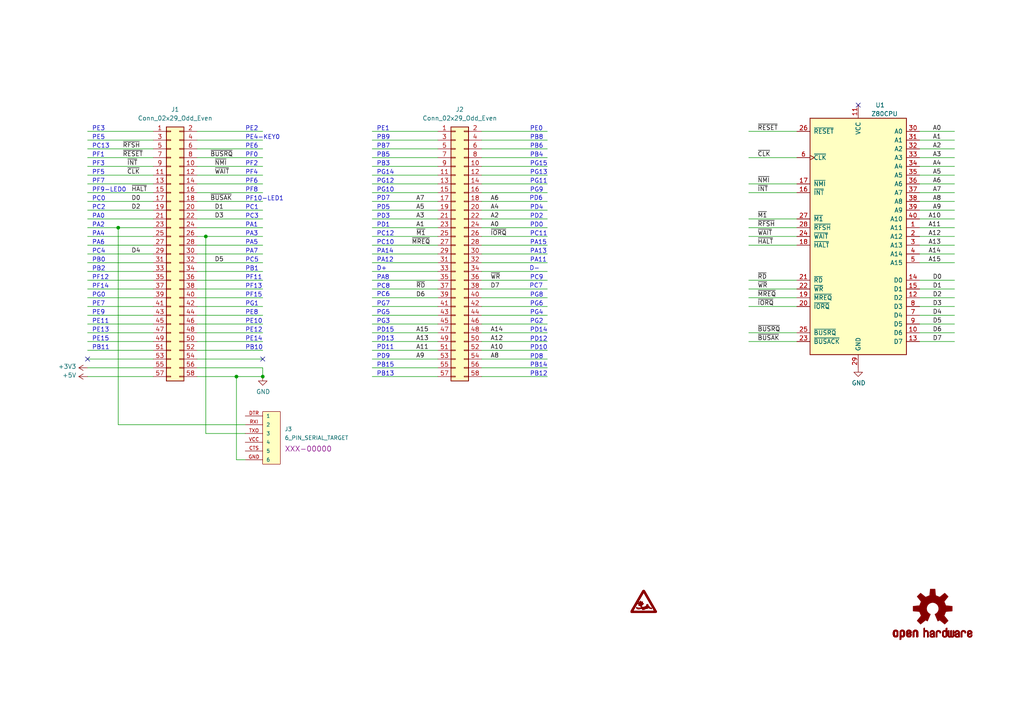
<source format=kicad_sch>
(kicad_sch (version 20211123) (generator eeschema)

  (uuid 5b8ed379-32a2-4903-8f04-972a50dfabb6)

  (paper "A4")

  (lib_symbols
    (symbol "CPU:Z80CPU" (pin_names (offset 1.016)) (in_bom yes) (on_board yes)
      (property "Reference" "U" (id 0) (at -13.97 35.56 0)
        (effects (font (size 1.27 1.27)) (justify left))
      )
      (property "Value" "Z80CPU" (id 1) (at 6.35 35.56 0)
        (effects (font (size 1.27 1.27)) (justify left))
      )
      (property "Footprint" "" (id 2) (at 0 10.16 0)
        (effects (font (size 1.27 1.27)) hide)
      )
      (property "Datasheet" "www.zilog.com/manage_directlink.php?filepath=docs/z80/um0080" (id 3) (at 0 10.16 0)
        (effects (font (size 1.27 1.27)) hide)
      )
      (property "ki_keywords" "Z80 CPU uP" (id 4) (at 0 0 0)
        (effects (font (size 1.27 1.27)) hide)
      )
      (property "ki_description" "8-bit General Purpose Microprocessor, DIP-40" (id 5) (at 0 0 0)
        (effects (font (size 1.27 1.27)) hide)
      )
      (property "ki_fp_filters" "DIP* PDIP*" (id 6) (at 0 0 0)
        (effects (font (size 1.27 1.27)) hide)
      )
      (symbol "Z80CPU_0_1"
        (rectangle (start -13.97 34.29) (end 13.97 -34.29)
          (stroke (width 0.254) (type default) (color 0 0 0 0))
          (fill (type background))
        )
      )
      (symbol "Z80CPU_1_1"
        (pin output line (at 17.78 2.54 180) (length 3.81)
          (name "A11" (effects (font (size 1.27 1.27))))
          (number "1" (effects (font (size 1.27 1.27))))
        )
        (pin bidirectional line (at 17.78 -27.94 180) (length 3.81)
          (name "D6" (effects (font (size 1.27 1.27))))
          (number "10" (effects (font (size 1.27 1.27))))
        )
        (pin power_in line (at 0 38.1 270) (length 3.81)
          (name "VCC" (effects (font (size 1.27 1.27))))
          (number "11" (effects (font (size 1.27 1.27))))
        )
        (pin bidirectional line (at 17.78 -17.78 180) (length 3.81)
          (name "D2" (effects (font (size 1.27 1.27))))
          (number "12" (effects (font (size 1.27 1.27))))
        )
        (pin bidirectional line (at 17.78 -30.48 180) (length 3.81)
          (name "D7" (effects (font (size 1.27 1.27))))
          (number "13" (effects (font (size 1.27 1.27))))
        )
        (pin bidirectional line (at 17.78 -12.7 180) (length 3.81)
          (name "D0" (effects (font (size 1.27 1.27))))
          (number "14" (effects (font (size 1.27 1.27))))
        )
        (pin bidirectional line (at 17.78 -15.24 180) (length 3.81)
          (name "D1" (effects (font (size 1.27 1.27))))
          (number "15" (effects (font (size 1.27 1.27))))
        )
        (pin input line (at -17.78 12.7 0) (length 3.81)
          (name "~{INT}" (effects (font (size 1.27 1.27))))
          (number "16" (effects (font (size 1.27 1.27))))
        )
        (pin input line (at -17.78 15.24 0) (length 3.81)
          (name "~{NMI}" (effects (font (size 1.27 1.27))))
          (number "17" (effects (font (size 1.27 1.27))))
        )
        (pin output line (at -17.78 -2.54 0) (length 3.81)
          (name "~{HALT}" (effects (font (size 1.27 1.27))))
          (number "18" (effects (font (size 1.27 1.27))))
        )
        (pin output line (at -17.78 -17.78 0) (length 3.81)
          (name "~{MREQ}" (effects (font (size 1.27 1.27))))
          (number "19" (effects (font (size 1.27 1.27))))
        )
        (pin output line (at 17.78 0 180) (length 3.81)
          (name "A12" (effects (font (size 1.27 1.27))))
          (number "2" (effects (font (size 1.27 1.27))))
        )
        (pin output line (at -17.78 -20.32 0) (length 3.81)
          (name "~{IORQ}" (effects (font (size 1.27 1.27))))
          (number "20" (effects (font (size 1.27 1.27))))
        )
        (pin output line (at -17.78 -12.7 0) (length 3.81)
          (name "~{RD}" (effects (font (size 1.27 1.27))))
          (number "21" (effects (font (size 1.27 1.27))))
        )
        (pin output line (at -17.78 -15.24 0) (length 3.81)
          (name "~{WR}" (effects (font (size 1.27 1.27))))
          (number "22" (effects (font (size 1.27 1.27))))
        )
        (pin output line (at -17.78 -30.48 0) (length 3.81)
          (name "~{BUSACK}" (effects (font (size 1.27 1.27))))
          (number "23" (effects (font (size 1.27 1.27))))
        )
        (pin input line (at -17.78 0 0) (length 3.81)
          (name "~{WAIT}" (effects (font (size 1.27 1.27))))
          (number "24" (effects (font (size 1.27 1.27))))
        )
        (pin input line (at -17.78 -27.94 0) (length 3.81)
          (name "~{BUSRQ}" (effects (font (size 1.27 1.27))))
          (number "25" (effects (font (size 1.27 1.27))))
        )
        (pin input line (at -17.78 30.48 0) (length 3.81)
          (name "~{RESET}" (effects (font (size 1.27 1.27))))
          (number "26" (effects (font (size 1.27 1.27))))
        )
        (pin output line (at -17.78 5.08 0) (length 3.81)
          (name "~{M1}" (effects (font (size 1.27 1.27))))
          (number "27" (effects (font (size 1.27 1.27))))
        )
        (pin output line (at -17.78 2.54 0) (length 3.81)
          (name "~{RFSH}" (effects (font (size 1.27 1.27))))
          (number "28" (effects (font (size 1.27 1.27))))
        )
        (pin power_in line (at 0 -38.1 90) (length 3.81)
          (name "GND" (effects (font (size 1.27 1.27))))
          (number "29" (effects (font (size 1.27 1.27))))
        )
        (pin output line (at 17.78 -2.54 180) (length 3.81)
          (name "A13" (effects (font (size 1.27 1.27))))
          (number "3" (effects (font (size 1.27 1.27))))
        )
        (pin output line (at 17.78 30.48 180) (length 3.81)
          (name "A0" (effects (font (size 1.27 1.27))))
          (number "30" (effects (font (size 1.27 1.27))))
        )
        (pin output line (at 17.78 27.94 180) (length 3.81)
          (name "A1" (effects (font (size 1.27 1.27))))
          (number "31" (effects (font (size 1.27 1.27))))
        )
        (pin output line (at 17.78 25.4 180) (length 3.81)
          (name "A2" (effects (font (size 1.27 1.27))))
          (number "32" (effects (font (size 1.27 1.27))))
        )
        (pin output line (at 17.78 22.86 180) (length 3.81)
          (name "A3" (effects (font (size 1.27 1.27))))
          (number "33" (effects (font (size 1.27 1.27))))
        )
        (pin output line (at 17.78 20.32 180) (length 3.81)
          (name "A4" (effects (font (size 1.27 1.27))))
          (number "34" (effects (font (size 1.27 1.27))))
        )
        (pin output line (at 17.78 17.78 180) (length 3.81)
          (name "A5" (effects (font (size 1.27 1.27))))
          (number "35" (effects (font (size 1.27 1.27))))
        )
        (pin output line (at 17.78 15.24 180) (length 3.81)
          (name "A6" (effects (font (size 1.27 1.27))))
          (number "36" (effects (font (size 1.27 1.27))))
        )
        (pin output line (at 17.78 12.7 180) (length 3.81)
          (name "A7" (effects (font (size 1.27 1.27))))
          (number "37" (effects (font (size 1.27 1.27))))
        )
        (pin output line (at 17.78 10.16 180) (length 3.81)
          (name "A8" (effects (font (size 1.27 1.27))))
          (number "38" (effects (font (size 1.27 1.27))))
        )
        (pin output line (at 17.78 7.62 180) (length 3.81)
          (name "A9" (effects (font (size 1.27 1.27))))
          (number "39" (effects (font (size 1.27 1.27))))
        )
        (pin output line (at 17.78 -5.08 180) (length 3.81)
          (name "A14" (effects (font (size 1.27 1.27))))
          (number "4" (effects (font (size 1.27 1.27))))
        )
        (pin output line (at 17.78 5.08 180) (length 3.81)
          (name "A10" (effects (font (size 1.27 1.27))))
          (number "40" (effects (font (size 1.27 1.27))))
        )
        (pin output line (at 17.78 -7.62 180) (length 3.81)
          (name "A15" (effects (font (size 1.27 1.27))))
          (number "5" (effects (font (size 1.27 1.27))))
        )
        (pin input clock (at -17.78 22.86 0) (length 3.81)
          (name "~{CLK}" (effects (font (size 1.27 1.27))))
          (number "6" (effects (font (size 1.27 1.27))))
        )
        (pin bidirectional line (at 17.78 -22.86 180) (length 3.81)
          (name "D4" (effects (font (size 1.27 1.27))))
          (number "7" (effects (font (size 1.27 1.27))))
        )
        (pin bidirectional line (at 17.78 -20.32 180) (length 3.81)
          (name "D3" (effects (font (size 1.27 1.27))))
          (number "8" (effects (font (size 1.27 1.27))))
        )
        (pin bidirectional line (at 17.78 -25.4 180) (length 3.81)
          (name "D5" (effects (font (size 1.27 1.27))))
          (number "9" (effects (font (size 1.27 1.27))))
        )
      )
    )
    (symbol "Connector_Generic:Conn_02x29_Odd_Even" (pin_names (offset 1.016) hide) (in_bom yes) (on_board yes)
      (property "Reference" "J" (id 0) (at 1.27 38.1 0)
        (effects (font (size 1.27 1.27)))
      )
      (property "Value" "Conn_02x29_Odd_Even" (id 1) (at 1.27 -38.1 0)
        (effects (font (size 1.27 1.27)))
      )
      (property "Footprint" "" (id 2) (at 0 0 0)
        (effects (font (size 1.27 1.27)) hide)
      )
      (property "Datasheet" "~" (id 3) (at 0 0 0)
        (effects (font (size 1.27 1.27)) hide)
      )
      (property "ki_keywords" "connector" (id 4) (at 0 0 0)
        (effects (font (size 1.27 1.27)) hide)
      )
      (property "ki_description" "Generic connector, double row, 02x29, odd/even pin numbering scheme (row 1 odd numbers, row 2 even numbers), script generated (kicad-library-utils/schlib/autogen/connector/)" (id 5) (at 0 0 0)
        (effects (font (size 1.27 1.27)) hide)
      )
      (property "ki_fp_filters" "Connector*:*_2x??_*" (id 6) (at 0 0 0)
        (effects (font (size 1.27 1.27)) hide)
      )
      (symbol "Conn_02x29_Odd_Even_1_1"
        (rectangle (start -1.27 -35.433) (end 0 -35.687)
          (stroke (width 0.1524) (type default) (color 0 0 0 0))
          (fill (type none))
        )
        (rectangle (start -1.27 -32.893) (end 0 -33.147)
          (stroke (width 0.1524) (type default) (color 0 0 0 0))
          (fill (type none))
        )
        (rectangle (start -1.27 -30.353) (end 0 -30.607)
          (stroke (width 0.1524) (type default) (color 0 0 0 0))
          (fill (type none))
        )
        (rectangle (start -1.27 -27.813) (end 0 -28.067)
          (stroke (width 0.1524) (type default) (color 0 0 0 0))
          (fill (type none))
        )
        (rectangle (start -1.27 -25.273) (end 0 -25.527)
          (stroke (width 0.1524) (type default) (color 0 0 0 0))
          (fill (type none))
        )
        (rectangle (start -1.27 -22.733) (end 0 -22.987)
          (stroke (width 0.1524) (type default) (color 0 0 0 0))
          (fill (type none))
        )
        (rectangle (start -1.27 -20.193) (end 0 -20.447)
          (stroke (width 0.1524) (type default) (color 0 0 0 0))
          (fill (type none))
        )
        (rectangle (start -1.27 -17.653) (end 0 -17.907)
          (stroke (width 0.1524) (type default) (color 0 0 0 0))
          (fill (type none))
        )
        (rectangle (start -1.27 -15.113) (end 0 -15.367)
          (stroke (width 0.1524) (type default) (color 0 0 0 0))
          (fill (type none))
        )
        (rectangle (start -1.27 -12.573) (end 0 -12.827)
          (stroke (width 0.1524) (type default) (color 0 0 0 0))
          (fill (type none))
        )
        (rectangle (start -1.27 -10.033) (end 0 -10.287)
          (stroke (width 0.1524) (type default) (color 0 0 0 0))
          (fill (type none))
        )
        (rectangle (start -1.27 -7.493) (end 0 -7.747)
          (stroke (width 0.1524) (type default) (color 0 0 0 0))
          (fill (type none))
        )
        (rectangle (start -1.27 -4.953) (end 0 -5.207)
          (stroke (width 0.1524) (type default) (color 0 0 0 0))
          (fill (type none))
        )
        (rectangle (start -1.27 -2.413) (end 0 -2.667)
          (stroke (width 0.1524) (type default) (color 0 0 0 0))
          (fill (type none))
        )
        (rectangle (start -1.27 0.127) (end 0 -0.127)
          (stroke (width 0.1524) (type default) (color 0 0 0 0))
          (fill (type none))
        )
        (rectangle (start -1.27 2.667) (end 0 2.413)
          (stroke (width 0.1524) (type default) (color 0 0 0 0))
          (fill (type none))
        )
        (rectangle (start -1.27 5.207) (end 0 4.953)
          (stroke (width 0.1524) (type default) (color 0 0 0 0))
          (fill (type none))
        )
        (rectangle (start -1.27 7.747) (end 0 7.493)
          (stroke (width 0.1524) (type default) (color 0 0 0 0))
          (fill (type none))
        )
        (rectangle (start -1.27 10.287) (end 0 10.033)
          (stroke (width 0.1524) (type default) (color 0 0 0 0))
          (fill (type none))
        )
        (rectangle (start -1.27 12.827) (end 0 12.573)
          (stroke (width 0.1524) (type default) (color 0 0 0 0))
          (fill (type none))
        )
        (rectangle (start -1.27 15.367) (end 0 15.113)
          (stroke (width 0.1524) (type default) (color 0 0 0 0))
          (fill (type none))
        )
        (rectangle (start -1.27 17.907) (end 0 17.653)
          (stroke (width 0.1524) (type default) (color 0 0 0 0))
          (fill (type none))
        )
        (rectangle (start -1.27 20.447) (end 0 20.193)
          (stroke (width 0.1524) (type default) (color 0 0 0 0))
          (fill (type none))
        )
        (rectangle (start -1.27 22.987) (end 0 22.733)
          (stroke (width 0.1524) (type default) (color 0 0 0 0))
          (fill (type none))
        )
        (rectangle (start -1.27 25.527) (end 0 25.273)
          (stroke (width 0.1524) (type default) (color 0 0 0 0))
          (fill (type none))
        )
        (rectangle (start -1.27 28.067) (end 0 27.813)
          (stroke (width 0.1524) (type default) (color 0 0 0 0))
          (fill (type none))
        )
        (rectangle (start -1.27 30.607) (end 0 30.353)
          (stroke (width 0.1524) (type default) (color 0 0 0 0))
          (fill (type none))
        )
        (rectangle (start -1.27 33.147) (end 0 32.893)
          (stroke (width 0.1524) (type default) (color 0 0 0 0))
          (fill (type none))
        )
        (rectangle (start -1.27 35.687) (end 0 35.433)
          (stroke (width 0.1524) (type default) (color 0 0 0 0))
          (fill (type none))
        )
        (rectangle (start -1.27 36.83) (end 3.81 -36.83)
          (stroke (width 0.254) (type default) (color 0 0 0 0))
          (fill (type background))
        )
        (rectangle (start 3.81 -35.433) (end 2.54 -35.687)
          (stroke (width 0.1524) (type default) (color 0 0 0 0))
          (fill (type none))
        )
        (rectangle (start 3.81 -32.893) (end 2.54 -33.147)
          (stroke (width 0.1524) (type default) (color 0 0 0 0))
          (fill (type none))
        )
        (rectangle (start 3.81 -30.353) (end 2.54 -30.607)
          (stroke (width 0.1524) (type default) (color 0 0 0 0))
          (fill (type none))
        )
        (rectangle (start 3.81 -27.813) (end 2.54 -28.067)
          (stroke (width 0.1524) (type default) (color 0 0 0 0))
          (fill (type none))
        )
        (rectangle (start 3.81 -25.273) (end 2.54 -25.527)
          (stroke (width 0.1524) (type default) (color 0 0 0 0))
          (fill (type none))
        )
        (rectangle (start 3.81 -22.733) (end 2.54 -22.987)
          (stroke (width 0.1524) (type default) (color 0 0 0 0))
          (fill (type none))
        )
        (rectangle (start 3.81 -20.193) (end 2.54 -20.447)
          (stroke (width 0.1524) (type default) (color 0 0 0 0))
          (fill (type none))
        )
        (rectangle (start 3.81 -17.653) (end 2.54 -17.907)
          (stroke (width 0.1524) (type default) (color 0 0 0 0))
          (fill (type none))
        )
        (rectangle (start 3.81 -15.113) (end 2.54 -15.367)
          (stroke (width 0.1524) (type default) (color 0 0 0 0))
          (fill (type none))
        )
        (rectangle (start 3.81 -12.573) (end 2.54 -12.827)
          (stroke (width 0.1524) (type default) (color 0 0 0 0))
          (fill (type none))
        )
        (rectangle (start 3.81 -10.033) (end 2.54 -10.287)
          (stroke (width 0.1524) (type default) (color 0 0 0 0))
          (fill (type none))
        )
        (rectangle (start 3.81 -7.493) (end 2.54 -7.747)
          (stroke (width 0.1524) (type default) (color 0 0 0 0))
          (fill (type none))
        )
        (rectangle (start 3.81 -4.953) (end 2.54 -5.207)
          (stroke (width 0.1524) (type default) (color 0 0 0 0))
          (fill (type none))
        )
        (rectangle (start 3.81 -2.413) (end 2.54 -2.667)
          (stroke (width 0.1524) (type default) (color 0 0 0 0))
          (fill (type none))
        )
        (rectangle (start 3.81 0.127) (end 2.54 -0.127)
          (stroke (width 0.1524) (type default) (color 0 0 0 0))
          (fill (type none))
        )
        (rectangle (start 3.81 2.667) (end 2.54 2.413)
          (stroke (width 0.1524) (type default) (color 0 0 0 0))
          (fill (type none))
        )
        (rectangle (start 3.81 5.207) (end 2.54 4.953)
          (stroke (width 0.1524) (type default) (color 0 0 0 0))
          (fill (type none))
        )
        (rectangle (start 3.81 7.747) (end 2.54 7.493)
          (stroke (width 0.1524) (type default) (color 0 0 0 0))
          (fill (type none))
        )
        (rectangle (start 3.81 10.287) (end 2.54 10.033)
          (stroke (width 0.1524) (type default) (color 0 0 0 0))
          (fill (type none))
        )
        (rectangle (start 3.81 12.827) (end 2.54 12.573)
          (stroke (width 0.1524) (type default) (color 0 0 0 0))
          (fill (type none))
        )
        (rectangle (start 3.81 15.367) (end 2.54 15.113)
          (stroke (width 0.1524) (type default) (color 0 0 0 0))
          (fill (type none))
        )
        (rectangle (start 3.81 17.907) (end 2.54 17.653)
          (stroke (width 0.1524) (type default) (color 0 0 0 0))
          (fill (type none))
        )
        (rectangle (start 3.81 20.447) (end 2.54 20.193)
          (stroke (width 0.1524) (type default) (color 0 0 0 0))
          (fill (type none))
        )
        (rectangle (start 3.81 22.987) (end 2.54 22.733)
          (stroke (width 0.1524) (type default) (color 0 0 0 0))
          (fill (type none))
        )
        (rectangle (start 3.81 25.527) (end 2.54 25.273)
          (stroke (width 0.1524) (type default) (color 0 0 0 0))
          (fill (type none))
        )
        (rectangle (start 3.81 28.067) (end 2.54 27.813)
          (stroke (width 0.1524) (type default) (color 0 0 0 0))
          (fill (type none))
        )
        (rectangle (start 3.81 30.607) (end 2.54 30.353)
          (stroke (width 0.1524) (type default) (color 0 0 0 0))
          (fill (type none))
        )
        (rectangle (start 3.81 33.147) (end 2.54 32.893)
          (stroke (width 0.1524) (type default) (color 0 0 0 0))
          (fill (type none))
        )
        (rectangle (start 3.81 35.687) (end 2.54 35.433)
          (stroke (width 0.1524) (type default) (color 0 0 0 0))
          (fill (type none))
        )
        (pin passive line (at -5.08 35.56 0) (length 3.81)
          (name "Pin_1" (effects (font (size 1.27 1.27))))
          (number "1" (effects (font (size 1.27 1.27))))
        )
        (pin passive line (at 7.62 25.4 180) (length 3.81)
          (name "Pin_10" (effects (font (size 1.27 1.27))))
          (number "10" (effects (font (size 1.27 1.27))))
        )
        (pin passive line (at -5.08 22.86 0) (length 3.81)
          (name "Pin_11" (effects (font (size 1.27 1.27))))
          (number "11" (effects (font (size 1.27 1.27))))
        )
        (pin passive line (at 7.62 22.86 180) (length 3.81)
          (name "Pin_12" (effects (font (size 1.27 1.27))))
          (number "12" (effects (font (size 1.27 1.27))))
        )
        (pin passive line (at -5.08 20.32 0) (length 3.81)
          (name "Pin_13" (effects (font (size 1.27 1.27))))
          (number "13" (effects (font (size 1.27 1.27))))
        )
        (pin passive line (at 7.62 20.32 180) (length 3.81)
          (name "Pin_14" (effects (font (size 1.27 1.27))))
          (number "14" (effects (font (size 1.27 1.27))))
        )
        (pin passive line (at -5.08 17.78 0) (length 3.81)
          (name "Pin_15" (effects (font (size 1.27 1.27))))
          (number "15" (effects (font (size 1.27 1.27))))
        )
        (pin passive line (at 7.62 17.78 180) (length 3.81)
          (name "Pin_16" (effects (font (size 1.27 1.27))))
          (number "16" (effects (font (size 1.27 1.27))))
        )
        (pin passive line (at -5.08 15.24 0) (length 3.81)
          (name "Pin_17" (effects (font (size 1.27 1.27))))
          (number "17" (effects (font (size 1.27 1.27))))
        )
        (pin passive line (at 7.62 15.24 180) (length 3.81)
          (name "Pin_18" (effects (font (size 1.27 1.27))))
          (number "18" (effects (font (size 1.27 1.27))))
        )
        (pin passive line (at -5.08 12.7 0) (length 3.81)
          (name "Pin_19" (effects (font (size 1.27 1.27))))
          (number "19" (effects (font (size 1.27 1.27))))
        )
        (pin passive line (at 7.62 35.56 180) (length 3.81)
          (name "Pin_2" (effects (font (size 1.27 1.27))))
          (number "2" (effects (font (size 1.27 1.27))))
        )
        (pin passive line (at 7.62 12.7 180) (length 3.81)
          (name "Pin_20" (effects (font (size 1.27 1.27))))
          (number "20" (effects (font (size 1.27 1.27))))
        )
        (pin passive line (at -5.08 10.16 0) (length 3.81)
          (name "Pin_21" (effects (font (size 1.27 1.27))))
          (number "21" (effects (font (size 1.27 1.27))))
        )
        (pin passive line (at 7.62 10.16 180) (length 3.81)
          (name "Pin_22" (effects (font (size 1.27 1.27))))
          (number "22" (effects (font (size 1.27 1.27))))
        )
        (pin passive line (at -5.08 7.62 0) (length 3.81)
          (name "Pin_23" (effects (font (size 1.27 1.27))))
          (number "23" (effects (font (size 1.27 1.27))))
        )
        (pin passive line (at 7.62 7.62 180) (length 3.81)
          (name "Pin_24" (effects (font (size 1.27 1.27))))
          (number "24" (effects (font (size 1.27 1.27))))
        )
        (pin passive line (at -5.08 5.08 0) (length 3.81)
          (name "Pin_25" (effects (font (size 1.27 1.27))))
          (number "25" (effects (font (size 1.27 1.27))))
        )
        (pin passive line (at 7.62 5.08 180) (length 3.81)
          (name "Pin_26" (effects (font (size 1.27 1.27))))
          (number "26" (effects (font (size 1.27 1.27))))
        )
        (pin passive line (at -5.08 2.54 0) (length 3.81)
          (name "Pin_27" (effects (font (size 1.27 1.27))))
          (number "27" (effects (font (size 1.27 1.27))))
        )
        (pin passive line (at 7.62 2.54 180) (length 3.81)
          (name "Pin_28" (effects (font (size 1.27 1.27))))
          (number "28" (effects (font (size 1.27 1.27))))
        )
        (pin passive line (at -5.08 0 0) (length 3.81)
          (name "Pin_29" (effects (font (size 1.27 1.27))))
          (number "29" (effects (font (size 1.27 1.27))))
        )
        (pin passive line (at -5.08 33.02 0) (length 3.81)
          (name "Pin_3" (effects (font (size 1.27 1.27))))
          (number "3" (effects (font (size 1.27 1.27))))
        )
        (pin passive line (at 7.62 0 180) (length 3.81)
          (name "Pin_30" (effects (font (size 1.27 1.27))))
          (number "30" (effects (font (size 1.27 1.27))))
        )
        (pin passive line (at -5.08 -2.54 0) (length 3.81)
          (name "Pin_31" (effects (font (size 1.27 1.27))))
          (number "31" (effects (font (size 1.27 1.27))))
        )
        (pin passive line (at 7.62 -2.54 180) (length 3.81)
          (name "Pin_32" (effects (font (size 1.27 1.27))))
          (number "32" (effects (font (size 1.27 1.27))))
        )
        (pin passive line (at -5.08 -5.08 0) (length 3.81)
          (name "Pin_33" (effects (font (size 1.27 1.27))))
          (number "33" (effects (font (size 1.27 1.27))))
        )
        (pin passive line (at 7.62 -5.08 180) (length 3.81)
          (name "Pin_34" (effects (font (size 1.27 1.27))))
          (number "34" (effects (font (size 1.27 1.27))))
        )
        (pin passive line (at -5.08 -7.62 0) (length 3.81)
          (name "Pin_35" (effects (font (size 1.27 1.27))))
          (number "35" (effects (font (size 1.27 1.27))))
        )
        (pin passive line (at 7.62 -7.62 180) (length 3.81)
          (name "Pin_36" (effects (font (size 1.27 1.27))))
          (number "36" (effects (font (size 1.27 1.27))))
        )
        (pin passive line (at -5.08 -10.16 0) (length 3.81)
          (name "Pin_37" (effects (font (size 1.27 1.27))))
          (number "37" (effects (font (size 1.27 1.27))))
        )
        (pin passive line (at 7.62 -10.16 180) (length 3.81)
          (name "Pin_38" (effects (font (size 1.27 1.27))))
          (number "38" (effects (font (size 1.27 1.27))))
        )
        (pin passive line (at -5.08 -12.7 0) (length 3.81)
          (name "Pin_39" (effects (font (size 1.27 1.27))))
          (number "39" (effects (font (size 1.27 1.27))))
        )
        (pin passive line (at 7.62 33.02 180) (length 3.81)
          (name "Pin_4" (effects (font (size 1.27 1.27))))
          (number "4" (effects (font (size 1.27 1.27))))
        )
        (pin passive line (at 7.62 -12.7 180) (length 3.81)
          (name "Pin_40" (effects (font (size 1.27 1.27))))
          (number "40" (effects (font (size 1.27 1.27))))
        )
        (pin passive line (at -5.08 -15.24 0) (length 3.81)
          (name "Pin_41" (effects (font (size 1.27 1.27))))
          (number "41" (effects (font (size 1.27 1.27))))
        )
        (pin passive line (at 7.62 -15.24 180) (length 3.81)
          (name "Pin_42" (effects (font (size 1.27 1.27))))
          (number "42" (effects (font (size 1.27 1.27))))
        )
        (pin passive line (at -5.08 -17.78 0) (length 3.81)
          (name "Pin_43" (effects (font (size 1.27 1.27))))
          (number "43" (effects (font (size 1.27 1.27))))
        )
        (pin passive line (at 7.62 -17.78 180) (length 3.81)
          (name "Pin_44" (effects (font (size 1.27 1.27))))
          (number "44" (effects (font (size 1.27 1.27))))
        )
        (pin passive line (at -5.08 -20.32 0) (length 3.81)
          (name "Pin_45" (effects (font (size 1.27 1.27))))
          (number "45" (effects (font (size 1.27 1.27))))
        )
        (pin passive line (at 7.62 -20.32 180) (length 3.81)
          (name "Pin_46" (effects (font (size 1.27 1.27))))
          (number "46" (effects (font (size 1.27 1.27))))
        )
        (pin passive line (at -5.08 -22.86 0) (length 3.81)
          (name "Pin_47" (effects (font (size 1.27 1.27))))
          (number "47" (effects (font (size 1.27 1.27))))
        )
        (pin passive line (at 7.62 -22.86 180) (length 3.81)
          (name "Pin_48" (effects (font (size 1.27 1.27))))
          (number "48" (effects (font (size 1.27 1.27))))
        )
        (pin passive line (at -5.08 -25.4 0) (length 3.81)
          (name "Pin_49" (effects (font (size 1.27 1.27))))
          (number "49" (effects (font (size 1.27 1.27))))
        )
        (pin passive line (at -5.08 30.48 0) (length 3.81)
          (name "Pin_5" (effects (font (size 1.27 1.27))))
          (number "5" (effects (font (size 1.27 1.27))))
        )
        (pin passive line (at 7.62 -25.4 180) (length 3.81)
          (name "Pin_50" (effects (font (size 1.27 1.27))))
          (number "50" (effects (font (size 1.27 1.27))))
        )
        (pin passive line (at -5.08 -27.94 0) (length 3.81)
          (name "Pin_51" (effects (font (size 1.27 1.27))))
          (number "51" (effects (font (size 1.27 1.27))))
        )
        (pin passive line (at 7.62 -27.94 180) (length 3.81)
          (name "Pin_52" (effects (font (size 1.27 1.27))))
          (number "52" (effects (font (size 1.27 1.27))))
        )
        (pin passive line (at -5.08 -30.48 0) (length 3.81)
          (name "Pin_53" (effects (font (size 1.27 1.27))))
          (number "53" (effects (font (size 1.27 1.27))))
        )
        (pin passive line (at 7.62 -30.48 180) (length 3.81)
          (name "Pin_54" (effects (font (size 1.27 1.27))))
          (number "54" (effects (font (size 1.27 1.27))))
        )
        (pin passive line (at -5.08 -33.02 0) (length 3.81)
          (name "Pin_55" (effects (font (size 1.27 1.27))))
          (number "55" (effects (font (size 1.27 1.27))))
        )
        (pin passive line (at 7.62 -33.02 180) (length 3.81)
          (name "Pin_56" (effects (font (size 1.27 1.27))))
          (number "56" (effects (font (size 1.27 1.27))))
        )
        (pin passive line (at -5.08 -35.56 0) (length 3.81)
          (name "Pin_57" (effects (font (size 1.27 1.27))))
          (number "57" (effects (font (size 1.27 1.27))))
        )
        (pin passive line (at 7.62 -35.56 180) (length 3.81)
          (name "Pin_58" (effects (font (size 1.27 1.27))))
          (number "58" (effects (font (size 1.27 1.27))))
        )
        (pin passive line (at 7.62 30.48 180) (length 3.81)
          (name "Pin_6" (effects (font (size 1.27 1.27))))
          (number "6" (effects (font (size 1.27 1.27))))
        )
        (pin passive line (at -5.08 27.94 0) (length 3.81)
          (name "Pin_7" (effects (font (size 1.27 1.27))))
          (number "7" (effects (font (size 1.27 1.27))))
        )
        (pin passive line (at 7.62 27.94 180) (length 3.81)
          (name "Pin_8" (effects (font (size 1.27 1.27))))
          (number "8" (effects (font (size 1.27 1.27))))
        )
        (pin passive line (at -5.08 25.4 0) (length 3.81)
          (name "Pin_9" (effects (font (size 1.27 1.27))))
          (number "9" (effects (font (size 1.27 1.27))))
        )
      )
    )
    (symbol "SparkFun-Aesthetics:OSHW-LOGOM" (pin_numbers hide) (pin_names (offset 1.016) hide) (in_bom yes) (on_board yes)
      (property "Reference" "LOGO" (id 0) (at 0 6.35 0)
        (effects (font (size 1.143 1.143)) hide)
      )
      (property "Value" "OSHW-LOGOM" (id 1) (at 0 -10.16 0)
        (effects (font (size 1.143 1.143)) hide)
      )
      (property "Footprint" "OSHW-LOGO-M" (id 2) (at 0 7.62 0)
        (effects (font (size 0.508 0.508)) hide)
      )
      (property "Datasheet" "" (id 3) (at 0 0 0)
        (effects (font (size 1.27 1.27)) hide)
      )
      (property "Champ4" "XXX-00000" (id 4) (at 0 8.89 0)
        (effects (font (size 1.524 1.524)))
      )
      (property "ki_locked" "" (id 5) (at 0 0 0)
        (effects (font (size 1.27 1.27)))
      )
      (property "ki_keywords" "PROD_ID:XXX-00000" (id 6) (at 0 0 0)
        (effects (font (size 1.27 1.27)) hide)
      )
      (property "ki_description" "Open-Source Hardware (OSHW) Logo  This logo indicates the piece of hardware it is found on incorporates a OSHW license and/or adheres to the definition of open source hardware found here: <a href=\"http://freedomdefined.org/OSHW\">http://freedomdefined.org/OSHW</a>" (id 7) (at 0 0 0)
        (effects (font (size 1.27 1.27)) hide)
      )
      (property "ki_fp_filters" "*OSHW-LOGO-M*" (id 8) (at 0 0 0)
        (effects (font (size 1.27 1.27)) hide)
      )
      (symbol "OSHW-LOGOM_1_1"
        (rectangle (start -11.4554 -7.62) (end -11.0744 -7.62)
          (stroke (width 0) (type default) (color 0 0 0 0))
          (fill (type outline))
        )
        (rectangle (start -11.4554 -7.62) (end -11.0744 -7.5946)
          (stroke (width 0) (type default) (color 0 0 0 0))
          (fill (type outline))
        )
        (rectangle (start -11.4554 -7.5946) (end -11.0744 -7.5946)
          (stroke (width 0) (type default) (color 0 0 0 0))
          (fill (type outline))
        )
        (rectangle (start -11.4554 -7.5946) (end -11.0744 -7.5692)
          (stroke (width 0) (type default) (color 0 0 0 0))
          (fill (type outline))
        )
        (rectangle (start -11.4554 -7.5692) (end -11.0744 -7.5692)
          (stroke (width 0) (type default) (color 0 0 0 0))
          (fill (type outline))
        )
        (rectangle (start -11.4554 -7.5692) (end -11.0744 -7.5438)
          (stroke (width 0) (type default) (color 0 0 0 0))
          (fill (type outline))
        )
        (rectangle (start -11.4554 -7.5438) (end -11.0744 -7.5438)
          (stroke (width 0) (type default) (color 0 0 0 0))
          (fill (type outline))
        )
        (rectangle (start -11.4554 -7.5438) (end -11.0744 -7.5184)
          (stroke (width 0) (type default) (color 0 0 0 0))
          (fill (type outline))
        )
        (rectangle (start -11.4554 -7.5184) (end -11.0744 -7.5184)
          (stroke (width 0) (type default) (color 0 0 0 0))
          (fill (type outline))
        )
        (rectangle (start -11.4554 -7.5184) (end -11.0744 -7.493)
          (stroke (width 0) (type default) (color 0 0 0 0))
          (fill (type outline))
        )
        (rectangle (start -11.4554 -7.493) (end -11.0744 -7.493)
          (stroke (width 0) (type default) (color 0 0 0 0))
          (fill (type outline))
        )
        (rectangle (start -11.4554 -7.493) (end -11.0744 -7.4676)
          (stroke (width 0) (type default) (color 0 0 0 0))
          (fill (type outline))
        )
        (rectangle (start -11.4554 -7.4676) (end -11.0744 -7.4676)
          (stroke (width 0) (type default) (color 0 0 0 0))
          (fill (type outline))
        )
        (rectangle (start -11.4554 -7.4676) (end -11.0744 -7.4422)
          (stroke (width 0) (type default) (color 0 0 0 0))
          (fill (type outline))
        )
        (rectangle (start -11.4554 -7.4422) (end -11.0744 -7.4422)
          (stroke (width 0) (type default) (color 0 0 0 0))
          (fill (type outline))
        )
        (rectangle (start -11.4554 -7.4422) (end -11.0744 -7.4168)
          (stroke (width 0) (type default) (color 0 0 0 0))
          (fill (type outline))
        )
        (rectangle (start -11.4554 -7.4168) (end -11.0744 -7.4168)
          (stroke (width 0) (type default) (color 0 0 0 0))
          (fill (type outline))
        )
        (rectangle (start -11.4554 -7.4168) (end -11.0744 -7.3914)
          (stroke (width 0) (type default) (color 0 0 0 0))
          (fill (type outline))
        )
        (rectangle (start -11.4554 -7.3914) (end -11.0744 -7.3914)
          (stroke (width 0) (type default) (color 0 0 0 0))
          (fill (type outline))
        )
        (rectangle (start -11.4554 -7.3914) (end -11.0744 -7.366)
          (stroke (width 0) (type default) (color 0 0 0 0))
          (fill (type outline))
        )
        (rectangle (start -11.4554 -7.366) (end -11.0744 -7.366)
          (stroke (width 0) (type default) (color 0 0 0 0))
          (fill (type outline))
        )
        (rectangle (start -11.4554 -7.366) (end -11.0744 -7.3406)
          (stroke (width 0) (type default) (color 0 0 0 0))
          (fill (type outline))
        )
        (rectangle (start -11.4554 -7.3406) (end -11.0744 -7.3406)
          (stroke (width 0) (type default) (color 0 0 0 0))
          (fill (type outline))
        )
        (rectangle (start -11.4554 -7.3406) (end -11.0744 -7.3152)
          (stroke (width 0) (type default) (color 0 0 0 0))
          (fill (type outline))
        )
        (rectangle (start -11.4554 -7.3152) (end -11.0744 -7.3152)
          (stroke (width 0) (type default) (color 0 0 0 0))
          (fill (type outline))
        )
        (rectangle (start -11.4554 -7.3152) (end -11.0744 -7.2898)
          (stroke (width 0) (type default) (color 0 0 0 0))
          (fill (type outline))
        )
        (rectangle (start -11.4554 -7.2898) (end -11.0744 -7.2898)
          (stroke (width 0) (type default) (color 0 0 0 0))
          (fill (type outline))
        )
        (rectangle (start -11.4554 -7.2898) (end -11.0744 -7.2644)
          (stroke (width 0) (type default) (color 0 0 0 0))
          (fill (type outline))
        )
        (rectangle (start -11.4554 -7.2644) (end -11.0744 -7.2644)
          (stroke (width 0) (type default) (color 0 0 0 0))
          (fill (type outline))
        )
        (rectangle (start -11.4554 -7.2644) (end -11.0744 -7.239)
          (stroke (width 0) (type default) (color 0 0 0 0))
          (fill (type outline))
        )
        (rectangle (start -11.4554 -7.239) (end -11.0744 -7.239)
          (stroke (width 0) (type default) (color 0 0 0 0))
          (fill (type outline))
        )
        (rectangle (start -11.4554 -7.239) (end -11.0744 -7.2136)
          (stroke (width 0) (type default) (color 0 0 0 0))
          (fill (type outline))
        )
        (rectangle (start -11.4554 -7.2136) (end -11.0744 -7.2136)
          (stroke (width 0) (type default) (color 0 0 0 0))
          (fill (type outline))
        )
        (rectangle (start -11.4554 -7.2136) (end -11.0744 -7.1882)
          (stroke (width 0) (type default) (color 0 0 0 0))
          (fill (type outline))
        )
        (rectangle (start -11.4554 -7.1882) (end -11.0744 -7.1882)
          (stroke (width 0) (type default) (color 0 0 0 0))
          (fill (type outline))
        )
        (rectangle (start -11.4554 -7.1882) (end -11.0744 -7.1628)
          (stroke (width 0) (type default) (color 0 0 0 0))
          (fill (type outline))
        )
        (rectangle (start -11.4554 -7.1628) (end -11.0744 -7.1628)
          (stroke (width 0) (type default) (color 0 0 0 0))
          (fill (type outline))
        )
        (rectangle (start -11.4554 -7.1628) (end -11.0744 -7.1374)
          (stroke (width 0) (type default) (color 0 0 0 0))
          (fill (type outline))
        )
        (rectangle (start -11.4554 -7.1374) (end -11.0744 -7.1374)
          (stroke (width 0) (type default) (color 0 0 0 0))
          (fill (type outline))
        )
        (rectangle (start -11.4554 -7.1374) (end -11.0744 -7.112)
          (stroke (width 0) (type default) (color 0 0 0 0))
          (fill (type outline))
        )
        (rectangle (start -11.4554 -7.112) (end -11.0744 -7.112)
          (stroke (width 0) (type default) (color 0 0 0 0))
          (fill (type outline))
        )
        (rectangle (start -11.4554 -7.112) (end -11.0744 -7.0866)
          (stroke (width 0) (type default) (color 0 0 0 0))
          (fill (type outline))
        )
        (rectangle (start -11.4554 -7.0866) (end -11.0744 -7.0866)
          (stroke (width 0) (type default) (color 0 0 0 0))
          (fill (type outline))
        )
        (rectangle (start -11.4554 -7.0866) (end -11.0744 -7.0612)
          (stroke (width 0) (type default) (color 0 0 0 0))
          (fill (type outline))
        )
        (rectangle (start -11.4554 -7.0612) (end -11.0744 -7.0612)
          (stroke (width 0) (type default) (color 0 0 0 0))
          (fill (type outline))
        )
        (rectangle (start -11.4554 -7.0612) (end -11.0744 -7.0358)
          (stroke (width 0) (type default) (color 0 0 0 0))
          (fill (type outline))
        )
        (rectangle (start -11.4554 -7.0358) (end -11.0744 -7.0358)
          (stroke (width 0) (type default) (color 0 0 0 0))
          (fill (type outline))
        )
        (rectangle (start -11.4554 -7.0358) (end -11.0744 -7.0104)
          (stroke (width 0) (type default) (color 0 0 0 0))
          (fill (type outline))
        )
        (rectangle (start -11.4554 -7.0104) (end -11.0744 -7.0104)
          (stroke (width 0) (type default) (color 0 0 0 0))
          (fill (type outline))
        )
        (rectangle (start -11.4554 -7.0104) (end -11.0744 -6.985)
          (stroke (width 0) (type default) (color 0 0 0 0))
          (fill (type outline))
        )
        (rectangle (start -11.4554 -6.985) (end -11.0744 -6.985)
          (stroke (width 0) (type default) (color 0 0 0 0))
          (fill (type outline))
        )
        (rectangle (start -11.4554 -6.985) (end -11.0744 -6.9596)
          (stroke (width 0) (type default) (color 0 0 0 0))
          (fill (type outline))
        )
        (rectangle (start -11.4554 -6.9596) (end -11.0744 -6.9596)
          (stroke (width 0) (type default) (color 0 0 0 0))
          (fill (type outline))
        )
        (rectangle (start -11.4554 -6.9596) (end -11.0744 -6.9342)
          (stroke (width 0) (type default) (color 0 0 0 0))
          (fill (type outline))
        )
        (rectangle (start -11.4554 -6.9342) (end -11.0744 -6.9342)
          (stroke (width 0) (type default) (color 0 0 0 0))
          (fill (type outline))
        )
        (rectangle (start -11.4554 -6.9342) (end -11.0744 -6.9088)
          (stroke (width 0) (type default) (color 0 0 0 0))
          (fill (type outline))
        )
        (rectangle (start -11.4554 -6.9088) (end -11.0744 -6.9088)
          (stroke (width 0) (type default) (color 0 0 0 0))
          (fill (type outline))
        )
        (rectangle (start -11.4554 -6.9088) (end -11.0744 -6.8834)
          (stroke (width 0) (type default) (color 0 0 0 0))
          (fill (type outline))
        )
        (rectangle (start -11.4554 -6.8834) (end -11.0744 -6.8834)
          (stroke (width 0) (type default) (color 0 0 0 0))
          (fill (type outline))
        )
        (rectangle (start -11.4554 -6.8834) (end -11.0744 -6.858)
          (stroke (width 0) (type default) (color 0 0 0 0))
          (fill (type outline))
        )
        (rectangle (start -11.4554 -6.858) (end -11.0744 -6.858)
          (stroke (width 0) (type default) (color 0 0 0 0))
          (fill (type outline))
        )
        (rectangle (start -11.43 -7.7978) (end -10.9728 -7.7724)
          (stroke (width 0) (type default) (color 0 0 0 0))
          (fill (type outline))
        )
        (rectangle (start -11.43 -7.7724) (end -10.9982 -7.747)
          (stroke (width 0) (type default) (color 0 0 0 0))
          (fill (type outline))
        )
        (rectangle (start -11.43 -7.7724) (end -10.9728 -7.7724)
          (stroke (width 0) (type default) (color 0 0 0 0))
          (fill (type outline))
        )
        (rectangle (start -11.43 -7.747) (end -10.9982 -7.747)
          (stroke (width 0) (type default) (color 0 0 0 0))
          (fill (type outline))
        )
        (rectangle (start -11.43 -7.747) (end -10.9982 -7.7216)
          (stroke (width 0) (type default) (color 0 0 0 0))
          (fill (type outline))
        )
        (rectangle (start -11.43 -7.7216) (end -11.0236 -7.7216)
          (stroke (width 0) (type default) (color 0 0 0 0))
          (fill (type outline))
        )
        (rectangle (start -11.43 -7.7216) (end -11.0236 -7.6962)
          (stroke (width 0) (type default) (color 0 0 0 0))
          (fill (type outline))
        )
        (rectangle (start -11.43 -7.6962) (end -11.0236 -7.6962)
          (stroke (width 0) (type default) (color 0 0 0 0))
          (fill (type outline))
        )
        (rectangle (start -11.43 -7.6962) (end -11.0236 -7.6708)
          (stroke (width 0) (type default) (color 0 0 0 0))
          (fill (type outline))
        )
        (rectangle (start -11.43 -7.6708) (end -11.049 -7.6454)
          (stroke (width 0) (type default) (color 0 0 0 0))
          (fill (type outline))
        )
        (rectangle (start -11.43 -7.6708) (end -11.0236 -7.6708)
          (stroke (width 0) (type default) (color 0 0 0 0))
          (fill (type outline))
        )
        (rectangle (start -11.43 -7.6454) (end -11.049 -7.6454)
          (stroke (width 0) (type default) (color 0 0 0 0))
          (fill (type outline))
        )
        (rectangle (start -11.43 -7.6454) (end -11.049 -7.62)
          (stroke (width 0) (type default) (color 0 0 0 0))
          (fill (type outline))
        )
        (rectangle (start -11.43 -6.858) (end -11.049 -6.8326)
          (stroke (width 0) (type default) (color 0 0 0 0))
          (fill (type outline))
        )
        (rectangle (start -11.43 -6.8326) (end -11.049 -6.8326)
          (stroke (width 0) (type default) (color 0 0 0 0))
          (fill (type outline))
        )
        (rectangle (start -11.43 -6.8326) (end -11.049 -6.8072)
          (stroke (width 0) (type default) (color 0 0 0 0))
          (fill (type outline))
        )
        (rectangle (start -11.43 -6.8072) (end -11.049 -6.8072)
          (stroke (width 0) (type default) (color 0 0 0 0))
          (fill (type outline))
        )
        (rectangle (start -11.43 -6.8072) (end -11.049 -6.7818)
          (stroke (width 0) (type default) (color 0 0 0 0))
          (fill (type outline))
        )
        (rectangle (start -11.43 -6.7818) (end -11.0236 -6.7818)
          (stroke (width 0) (type default) (color 0 0 0 0))
          (fill (type outline))
        )
        (rectangle (start -11.43 -6.7818) (end -11.0236 -6.7564)
          (stroke (width 0) (type default) (color 0 0 0 0))
          (fill (type outline))
        )
        (rectangle (start -11.43 -6.7564) (end -11.0236 -6.7564)
          (stroke (width 0) (type default) (color 0 0 0 0))
          (fill (type outline))
        )
        (rectangle (start -11.43 -6.7564) (end -11.0236 -6.731)
          (stroke (width 0) (type default) (color 0 0 0 0))
          (fill (type outline))
        )
        (rectangle (start -11.43 -6.731) (end -11.0236 -6.731)
          (stroke (width 0) (type default) (color 0 0 0 0))
          (fill (type outline))
        )
        (rectangle (start -11.43 -6.731) (end -10.9982 -6.7056)
          (stroke (width 0) (type default) (color 0 0 0 0))
          (fill (type outline))
        )
        (rectangle (start -11.43 -6.7056) (end -10.9982 -6.7056)
          (stroke (width 0) (type default) (color 0 0 0 0))
          (fill (type outline))
        )
        (rectangle (start -11.43 -6.7056) (end -10.9982 -6.6802)
          (stroke (width 0) (type default) (color 0 0 0 0))
          (fill (type outline))
        )
        (rectangle (start -11.4046 -7.874) (end -10.8712 -7.8486)
          (stroke (width 0) (type default) (color 0 0 0 0))
          (fill (type outline))
        )
        (rectangle (start -11.4046 -7.874) (end -10.8458 -7.874)
          (stroke (width 0) (type default) (color 0 0 0 0))
          (fill (type outline))
        )
        (rectangle (start -11.4046 -7.8486) (end -10.922 -7.8232)
          (stroke (width 0) (type default) (color 0 0 0 0))
          (fill (type outline))
        )
        (rectangle (start -11.4046 -7.8486) (end -10.8966 -7.8486)
          (stroke (width 0) (type default) (color 0 0 0 0))
          (fill (type outline))
        )
        (rectangle (start -11.4046 -7.8232) (end -10.9474 -7.7978)
          (stroke (width 0) (type default) (color 0 0 0 0))
          (fill (type outline))
        )
        (rectangle (start -11.4046 -7.8232) (end -10.922 -7.8232)
          (stroke (width 0) (type default) (color 0 0 0 0))
          (fill (type outline))
        )
        (rectangle (start -11.4046 -7.7978) (end -10.9474 -7.7978)
          (stroke (width 0) (type default) (color 0 0 0 0))
          (fill (type outline))
        )
        (rectangle (start -11.4046 -6.6802) (end -10.9728 -6.6802)
          (stroke (width 0) (type default) (color 0 0 0 0))
          (fill (type outline))
        )
        (rectangle (start -11.4046 -6.6802) (end -10.9728 -6.6548)
          (stroke (width 0) (type default) (color 0 0 0 0))
          (fill (type outline))
        )
        (rectangle (start -11.4046 -6.6548) (end -10.9474 -6.6548)
          (stroke (width 0) (type default) (color 0 0 0 0))
          (fill (type outline))
        )
        (rectangle (start -11.4046 -6.6548) (end -10.922 -6.6294)
          (stroke (width 0) (type default) (color 0 0 0 0))
          (fill (type outline))
        )
        (rectangle (start -11.4046 -6.6294) (end -10.922 -6.6294)
          (stroke (width 0) (type default) (color 0 0 0 0))
          (fill (type outline))
        )
        (rectangle (start -11.4046 -6.6294) (end -10.8966 -6.604)
          (stroke (width 0) (type default) (color 0 0 0 0))
          (fill (type outline))
        )
        (rectangle (start -11.4046 -6.604) (end -10.8712 -6.604)
          (stroke (width 0) (type default) (color 0 0 0 0))
          (fill (type outline))
        )
        (rectangle (start -11.3792 -7.8994) (end -10.8458 -7.874)
          (stroke (width 0) (type default) (color 0 0 0 0))
          (fill (type outline))
        )
        (rectangle (start -11.3792 -7.8994) (end -10.8204 -7.8994)
          (stroke (width 0) (type default) (color 0 0 0 0))
          (fill (type outline))
        )
        (rectangle (start -11.3792 -6.604) (end -10.8458 -6.5786)
          (stroke (width 0) (type default) (color 0 0 0 0))
          (fill (type outline))
        )
        (rectangle (start -11.3792 -6.5786) (end -10.8458 -6.5786)
          (stroke (width 0) (type default) (color 0 0 0 0))
          (fill (type outline))
        )
        (rectangle (start -11.3792 -6.5786) (end -10.795 -6.5532)
          (stroke (width 0) (type default) (color 0 0 0 0))
          (fill (type outline))
        )
        (rectangle (start -11.3538 -7.9502) (end -10.0838 -7.9502)
          (stroke (width 0) (type default) (color 0 0 0 0))
          (fill (type outline))
        )
        (rectangle (start -11.3538 -7.9502) (end -10.0838 -7.9248)
          (stroke (width 0) (type default) (color 0 0 0 0))
          (fill (type outline))
        )
        (rectangle (start -11.3538 -7.9248) (end -10.7696 -7.8994)
          (stroke (width 0) (type default) (color 0 0 0 0))
          (fill (type outline))
        )
        (rectangle (start -11.3538 -7.9248) (end -10.0584 -7.9248)
          (stroke (width 0) (type default) (color 0 0 0 0))
          (fill (type outline))
        )
        (rectangle (start -11.3538 -6.5532) (end -10.0838 -6.5532)
          (stroke (width 0) (type default) (color 0 0 0 0))
          (fill (type outline))
        )
        (rectangle (start -11.3538 -6.5532) (end -10.0838 -6.5278)
          (stroke (width 0) (type default) (color 0 0 0 0))
          (fill (type outline))
        )
        (rectangle (start -11.3538 -6.5278) (end -10.0838 -6.5278)
          (stroke (width 0) (type default) (color 0 0 0 0))
          (fill (type outline))
        )
        (rectangle (start -11.3284 -8.001) (end -10.1092 -8.001)
          (stroke (width 0) (type default) (color 0 0 0 0))
          (fill (type outline))
        )
        (rectangle (start -11.3284 -8.001) (end -10.1092 -7.9756)
          (stroke (width 0) (type default) (color 0 0 0 0))
          (fill (type outline))
        )
        (rectangle (start -11.3284 -7.9756) (end -10.0838 -7.9756)
          (stroke (width 0) (type default) (color 0 0 0 0))
          (fill (type outline))
        )
        (rectangle (start -11.3284 -7.9756) (end -10.0838 -7.9502)
          (stroke (width 0) (type default) (color 0 0 0 0))
          (fill (type outline))
        )
        (rectangle (start -11.3284 -6.5278) (end -10.0838 -6.5024)
          (stroke (width 0) (type default) (color 0 0 0 0))
          (fill (type outline))
        )
        (rectangle (start -11.3284 -6.5024) (end -10.1092 -6.477)
          (stroke (width 0) (type default) (color 0 0 0 0))
          (fill (type outline))
        )
        (rectangle (start -11.3284 -6.5024) (end -10.0838 -6.5024)
          (stroke (width 0) (type default) (color 0 0 0 0))
          (fill (type outline))
        )
        (rectangle (start -11.3284 -6.477) (end -10.1092 -6.477)
          (stroke (width 0) (type default) (color 0 0 0 0))
          (fill (type outline))
        )
        (rectangle (start -11.303 -8.0264) (end -10.1346 -8.0264)
          (stroke (width 0) (type default) (color 0 0 0 0))
          (fill (type outline))
        )
        (rectangle (start -11.303 -8.0264) (end -10.1346 -8.001)
          (stroke (width 0) (type default) (color 0 0 0 0))
          (fill (type outline))
        )
        (rectangle (start -11.303 -6.477) (end -10.1346 -6.4516)
          (stroke (width 0) (type default) (color 0 0 0 0))
          (fill (type outline))
        )
        (rectangle (start -11.303 -6.4516) (end -10.16 -6.4262)
          (stroke (width 0) (type default) (color 0 0 0 0))
          (fill (type outline))
        )
        (rectangle (start -11.303 -6.4516) (end -10.1346 -6.4516)
          (stroke (width 0) (type default) (color 0 0 0 0))
          (fill (type outline))
        )
        (rectangle (start -11.2776 -8.0518) (end -10.16 -8.0518)
          (stroke (width 0) (type default) (color 0 0 0 0))
          (fill (type outline))
        )
        (rectangle (start -11.2776 -8.0518) (end -10.16 -8.0264)
          (stroke (width 0) (type default) (color 0 0 0 0))
          (fill (type outline))
        )
        (rectangle (start -11.2776 -6.4262) (end -10.16 -6.4262)
          (stroke (width 0) (type default) (color 0 0 0 0))
          (fill (type outline))
        )
        (rectangle (start -11.2522 -8.1026) (end -10.1854 -8.0772)
          (stroke (width 0) (type default) (color 0 0 0 0))
          (fill (type outline))
        )
        (rectangle (start -11.2522 -8.0772) (end -10.1854 -8.0772)
          (stroke (width 0) (type default) (color 0 0 0 0))
          (fill (type outline))
        )
        (rectangle (start -11.2522 -8.0772) (end -10.16 -8.0518)
          (stroke (width 0) (type default) (color 0 0 0 0))
          (fill (type outline))
        )
        (rectangle (start -11.2522 -6.4262) (end -10.16 -6.4008)
          (stroke (width 0) (type default) (color 0 0 0 0))
          (fill (type outline))
        )
        (rectangle (start -11.2522 -6.4008) (end -10.1854 -6.4008)
          (stroke (width 0) (type default) (color 0 0 0 0))
          (fill (type outline))
        )
        (rectangle (start -11.2268 -8.128) (end -10.2108 -8.1026)
          (stroke (width 0) (type default) (color 0 0 0 0))
          (fill (type outline))
        )
        (rectangle (start -11.2268 -8.1026) (end -10.2108 -8.1026)
          (stroke (width 0) (type default) (color 0 0 0 0))
          (fill (type outline))
        )
        (rectangle (start -11.2268 -6.4008) (end -10.1854 -6.3754)
          (stroke (width 0) (type default) (color 0 0 0 0))
          (fill (type outline))
        )
        (rectangle (start -11.2268 -6.3754) (end -10.2108 -6.3754)
          (stroke (width 0) (type default) (color 0 0 0 0))
          (fill (type outline))
        )
        (rectangle (start -11.2268 -6.3754) (end -10.2108 -6.35)
          (stroke (width 0) (type default) (color 0 0 0 0))
          (fill (type outline))
        )
        (rectangle (start -11.2014 -8.1534) (end -10.2362 -8.128)
          (stroke (width 0) (type default) (color 0 0 0 0))
          (fill (type outline))
        )
        (rectangle (start -11.2014 -8.128) (end -10.2362 -8.128)
          (stroke (width 0) (type default) (color 0 0 0 0))
          (fill (type outline))
        )
        (rectangle (start -11.2014 -6.35) (end -10.2362 -6.35)
          (stroke (width 0) (type default) (color 0 0 0 0))
          (fill (type outline))
        )
        (rectangle (start -11.176 -8.1534) (end -10.2616 -8.1534)
          (stroke (width 0) (type default) (color 0 0 0 0))
          (fill (type outline))
        )
        (rectangle (start -11.176 -6.35) (end -10.2362 -6.3246)
          (stroke (width 0) (type default) (color 0 0 0 0))
          (fill (type outline))
        )
        (rectangle (start -11.176 -6.3246) (end -10.2616 -6.3246)
          (stroke (width 0) (type default) (color 0 0 0 0))
          (fill (type outline))
        )
        (rectangle (start -11.1506 -8.1788) (end -10.287 -8.1534)
          (stroke (width 0) (type default) (color 0 0 0 0))
          (fill (type outline))
        )
        (rectangle (start -11.1506 -6.3246) (end -10.287 -6.2992)
          (stroke (width 0) (type default) (color 0 0 0 0))
          (fill (type outline))
        )
        (rectangle (start -11.1252 -8.1788) (end -10.3124 -8.1788)
          (stroke (width 0) (type default) (color 0 0 0 0))
          (fill (type outline))
        )
        (rectangle (start -11.1252 -6.2992) (end -10.3124 -6.2992)
          (stroke (width 0) (type default) (color 0 0 0 0))
          (fill (type outline))
        )
        (rectangle (start -11.1252 -6.2992) (end -10.3124 -6.2738)
          (stroke (width 0) (type default) (color 0 0 0 0))
          (fill (type outline))
        )
        (rectangle (start -11.0998 -8.2042) (end -10.3378 -8.2042)
          (stroke (width 0) (type default) (color 0 0 0 0))
          (fill (type outline))
        )
        (rectangle (start -11.0998 -8.2042) (end -10.3378 -8.1788)
          (stroke (width 0) (type default) (color 0 0 0 0))
          (fill (type outline))
        )
        (rectangle (start -11.0998 -6.2738) (end -10.3378 -6.2738)
          (stroke (width 0) (type default) (color 0 0 0 0))
          (fill (type outline))
        )
        (rectangle (start -11.0744 -8.2296) (end -10.3632 -8.2042)
          (stroke (width 0) (type default) (color 0 0 0 0))
          (fill (type outline))
        )
        (rectangle (start -11.0744 -6.2738) (end -10.3378 -6.2484)
          (stroke (width 0) (type default) (color 0 0 0 0))
          (fill (type outline))
        )
        (rectangle (start -11.0744 -6.2484) (end -10.3632 -6.2484)
          (stroke (width 0) (type default) (color 0 0 0 0))
          (fill (type outline))
        )
        (rectangle (start -11.049 -8.2296) (end -10.3632 -8.2296)
          (stroke (width 0) (type default) (color 0 0 0 0))
          (fill (type outline))
        )
        (rectangle (start -11.0236 -8.255) (end -10.414 -8.2296)
          (stroke (width 0) (type default) (color 0 0 0 0))
          (fill (type outline))
        )
        (rectangle (start -11.0236 -6.2484) (end -10.414 -6.223)
          (stroke (width 0) (type default) (color 0 0 0 0))
          (fill (type outline))
        )
        (rectangle (start -10.9728 -8.255) (end -10.4648 -8.255)
          (stroke (width 0) (type default) (color 0 0 0 0))
          (fill (type outline))
        )
        (rectangle (start -10.9728 -6.223) (end -10.4648 -6.223)
          (stroke (width 0) (type default) (color 0 0 0 0))
          (fill (type outline))
        )
        (rectangle (start -10.9474 -6.223) (end -10.4902 -6.1976)
          (stroke (width 0) (type default) (color 0 0 0 0))
          (fill (type outline))
        )
        (rectangle (start -10.922 -8.2804) (end -10.5156 -8.255)
          (stroke (width 0) (type default) (color 0 0 0 0))
          (fill (type outline))
        )
        (rectangle (start -10.8966 -8.2804) (end -10.541 -8.2804)
          (stroke (width 0) (type default) (color 0 0 0 0))
          (fill (type outline))
        )
        (rectangle (start -10.8966 -6.1976) (end -10.541 -6.1976)
          (stroke (width 0) (type default) (color 0 0 0 0))
          (fill (type outline))
        )
        (rectangle (start -10.8712 -6.1976) (end -10.5664 -6.1722)
          (stroke (width 0) (type default) (color 0 0 0 0))
          (fill (type outline))
        )
        (rectangle (start -10.8458 -8.3058) (end -10.5918 -8.2804)
          (stroke (width 0) (type default) (color 0 0 0 0))
          (fill (type outline))
        )
        (rectangle (start -10.8204 -8.3058) (end -10.6172 -8.3058)
          (stroke (width 0) (type default) (color 0 0 0 0))
          (fill (type outline))
        )
        (rectangle (start -10.795 -6.1722) (end -10.6172 -6.1722)
          (stroke (width 0) (type default) (color 0 0 0 0))
          (fill (type outline))
        )
        (rectangle (start -10.668 -6.5786) (end -10.0584 -6.5532)
          (stroke (width 0) (type default) (color 0 0 0 0))
          (fill (type outline))
        )
        (rectangle (start -10.6426 -7.9248) (end -10.0584 -7.8994)
          (stroke (width 0) (type default) (color 0 0 0 0))
          (fill (type outline))
        )
        (rectangle (start -10.6172 -6.5786) (end -10.0584 -6.5786)
          (stroke (width 0) (type default) (color 0 0 0 0))
          (fill (type outline))
        )
        (rectangle (start -10.5918 -7.8994) (end -10.0584 -7.8994)
          (stroke (width 0) (type default) (color 0 0 0 0))
          (fill (type outline))
        )
        (rectangle (start -10.5918 -7.8994) (end -10.0584 -7.874)
          (stroke (width 0) (type default) (color 0 0 0 0))
          (fill (type outline))
        )
        (rectangle (start -10.5918 -6.604) (end -10.0584 -6.5786)
          (stroke (width 0) (type default) (color 0 0 0 0))
          (fill (type outline))
        )
        (rectangle (start -10.5664 -7.874) (end -10.0584 -7.874)
          (stroke (width 0) (type default) (color 0 0 0 0))
          (fill (type outline))
        )
        (rectangle (start -10.5664 -7.874) (end -10.033 -7.8486)
          (stroke (width 0) (type default) (color 0 0 0 0))
          (fill (type outline))
        )
        (rectangle (start -10.5664 -6.604) (end -10.0584 -6.604)
          (stroke (width 0) (type default) (color 0 0 0 0))
          (fill (type outline))
        )
        (rectangle (start -10.541 -7.8486) (end -10.033 -7.8486)
          (stroke (width 0) (type default) (color 0 0 0 0))
          (fill (type outline))
        )
        (rectangle (start -10.541 -6.6294) (end -10.033 -6.604)
          (stroke (width 0) (type default) (color 0 0 0 0))
          (fill (type outline))
        )
        (rectangle (start -10.5156 -7.8486) (end -10.033 -7.8232)
          (stroke (width 0) (type default) (color 0 0 0 0))
          (fill (type outline))
        )
        (rectangle (start -10.5156 -6.6294) (end -10.033 -6.6294)
          (stroke (width 0) (type default) (color 0 0 0 0))
          (fill (type outline))
        )
        (rectangle (start -10.4902 -7.8232) (end -10.0076 -7.8232)
          (stroke (width 0) (type default) (color 0 0 0 0))
          (fill (type outline))
        )
        (rectangle (start -10.4902 -7.8232) (end -10.0076 -7.7978)
          (stroke (width 0) (type default) (color 0 0 0 0))
          (fill (type outline))
        )
        (rectangle (start -10.4902 -6.6548) (end -10.033 -6.6294)
          (stroke (width 0) (type default) (color 0 0 0 0))
          (fill (type outline))
        )
        (rectangle (start -10.4902 -6.6548) (end -10.0076 -6.6548)
          (stroke (width 0) (type default) (color 0 0 0 0))
          (fill (type outline))
        )
        (rectangle (start -10.4648 -7.7978) (end -10.0076 -7.7978)
          (stroke (width 0) (type default) (color 0 0 0 0))
          (fill (type outline))
        )
        (rectangle (start -10.4648 -7.7978) (end -10.0076 -7.7724)
          (stroke (width 0) (type default) (color 0 0 0 0))
          (fill (type outline))
        )
        (rectangle (start -10.4648 -7.7724) (end -10.0076 -7.7724)
          (stroke (width 0) (type default) (color 0 0 0 0))
          (fill (type outline))
        )
        (rectangle (start -10.4648 -6.7056) (end -10.0076 -6.6802)
          (stroke (width 0) (type default) (color 0 0 0 0))
          (fill (type outline))
        )
        (rectangle (start -10.4648 -6.6802) (end -10.0076 -6.6802)
          (stroke (width 0) (type default) (color 0 0 0 0))
          (fill (type outline))
        )
        (rectangle (start -10.4648 -6.6802) (end -10.0076 -6.6548)
          (stroke (width 0) (type default) (color 0 0 0 0))
          (fill (type outline))
        )
        (rectangle (start -10.4394 -7.7724) (end -10.0076 -7.747)
          (stroke (width 0) (type default) (color 0 0 0 0))
          (fill (type outline))
        )
        (rectangle (start -10.4394 -6.731) (end -10.0076 -6.7056)
          (stroke (width 0) (type default) (color 0 0 0 0))
          (fill (type outline))
        )
        (rectangle (start -10.4394 -6.7056) (end -10.0076 -6.7056)
          (stroke (width 0) (type default) (color 0 0 0 0))
          (fill (type outline))
        )
        (rectangle (start -10.414 -7.747) (end -10.0076 -7.747)
          (stroke (width 0) (type default) (color 0 0 0 0))
          (fill (type outline))
        )
        (rectangle (start -10.414 -7.747) (end -10.0076 -7.7216)
          (stroke (width 0) (type default) (color 0 0 0 0))
          (fill (type outline))
        )
        (rectangle (start -10.414 -7.7216) (end -10.0076 -7.7216)
          (stroke (width 0) (type default) (color 0 0 0 0))
          (fill (type outline))
        )
        (rectangle (start -10.414 -7.7216) (end -10.0076 -7.6962)
          (stroke (width 0) (type default) (color 0 0 0 0))
          (fill (type outline))
        )
        (rectangle (start -10.414 -6.7818) (end -10.0076 -6.7564)
          (stroke (width 0) (type default) (color 0 0 0 0))
          (fill (type outline))
        )
        (rectangle (start -10.414 -6.7564) (end -10.0076 -6.7564)
          (stroke (width 0) (type default) (color 0 0 0 0))
          (fill (type outline))
        )
        (rectangle (start -10.414 -6.7564) (end -10.0076 -6.731)
          (stroke (width 0) (type default) (color 0 0 0 0))
          (fill (type outline))
        )
        (rectangle (start -10.414 -6.731) (end -10.0076 -6.731)
          (stroke (width 0) (type default) (color 0 0 0 0))
          (fill (type outline))
        )
        (rectangle (start -10.3886 -7.6962) (end -9.9822 -7.6962)
          (stroke (width 0) (type default) (color 0 0 0 0))
          (fill (type outline))
        )
        (rectangle (start -10.3886 -7.6962) (end -9.9822 -7.6708)
          (stroke (width 0) (type default) (color 0 0 0 0))
          (fill (type outline))
        )
        (rectangle (start -10.3886 -7.6708) (end -9.9822 -7.6708)
          (stroke (width 0) (type default) (color 0 0 0 0))
          (fill (type outline))
        )
        (rectangle (start -10.3886 -7.6708) (end -9.9822 -7.6454)
          (stroke (width 0) (type default) (color 0 0 0 0))
          (fill (type outline))
        )
        (rectangle (start -10.3886 -7.6454) (end -9.9822 -7.6454)
          (stroke (width 0) (type default) (color 0 0 0 0))
          (fill (type outline))
        )
        (rectangle (start -10.3886 -7.6454) (end -9.9822 -7.62)
          (stroke (width 0) (type default) (color 0 0 0 0))
          (fill (type outline))
        )
        (rectangle (start -10.3886 -7.62) (end -9.9822 -7.62)
          (stroke (width 0) (type default) (color 0 0 0 0))
          (fill (type outline))
        )
        (rectangle (start -10.3886 -7.62) (end -9.9822 -7.5946)
          (stroke (width 0) (type default) (color 0 0 0 0))
          (fill (type outline))
        )
        (rectangle (start -10.3886 -7.5946) (end -9.9822 -7.5946)
          (stroke (width 0) (type default) (color 0 0 0 0))
          (fill (type outline))
        )
        (rectangle (start -10.3886 -7.5946) (end -9.9822 -7.5692)
          (stroke (width 0) (type default) (color 0 0 0 0))
          (fill (type outline))
        )
        (rectangle (start -10.3886 -7.5692) (end -9.9822 -7.5692)
          (stroke (width 0) (type default) (color 0 0 0 0))
          (fill (type outline))
        )
        (rectangle (start -10.3886 -7.5692) (end -9.9822 -7.5438)
          (stroke (width 0) (type default) (color 0 0 0 0))
          (fill (type outline))
        )
        (rectangle (start -10.3886 -7.5438) (end -9.9822 -7.5438)
          (stroke (width 0) (type default) (color 0 0 0 0))
          (fill (type outline))
        )
        (rectangle (start -10.3886 -7.5438) (end -9.9822 -7.5184)
          (stroke (width 0) (type default) (color 0 0 0 0))
          (fill (type outline))
        )
        (rectangle (start -10.3886 -7.5184) (end -9.9822 -7.5184)
          (stroke (width 0) (type default) (color 0 0 0 0))
          (fill (type outline))
        )
        (rectangle (start -10.3886 -7.5184) (end -9.9822 -7.493)
          (stroke (width 0) (type default) (color 0 0 0 0))
          (fill (type outline))
        )
        (rectangle (start -10.3886 -7.493) (end -9.9822 -7.493)
          (stroke (width 0) (type default) (color 0 0 0 0))
          (fill (type outline))
        )
        (rectangle (start -10.3886 -7.493) (end -9.9822 -7.4676)
          (stroke (width 0) (type default) (color 0 0 0 0))
          (fill (type outline))
        )
        (rectangle (start -10.3886 -7.4676) (end -9.9822 -7.4676)
          (stroke (width 0) (type default) (color 0 0 0 0))
          (fill (type outline))
        )
        (rectangle (start -10.3886 -7.4676) (end -9.9822 -7.4422)
          (stroke (width 0) (type default) (color 0 0 0 0))
          (fill (type outline))
        )
        (rectangle (start -10.3886 -7.4422) (end -9.9822 -7.4422)
          (stroke (width 0) (type default) (color 0 0 0 0))
          (fill (type outline))
        )
        (rectangle (start -10.3886 -7.4422) (end -9.9822 -7.4168)
          (stroke (width 0) (type default) (color 0 0 0 0))
          (fill (type outline))
        )
        (rectangle (start -10.3886 -7.4168) (end -9.9822 -7.4168)
          (stroke (width 0) (type default) (color 0 0 0 0))
          (fill (type outline))
        )
        (rectangle (start -10.3886 -7.4168) (end -9.9822 -7.3914)
          (stroke (width 0) (type default) (color 0 0 0 0))
          (fill (type outline))
        )
        (rectangle (start -10.3886 -7.3914) (end -9.9822 -7.3914)
          (stroke (width 0) (type default) (color 0 0 0 0))
          (fill (type outline))
        )
        (rectangle (start -10.3886 -7.3914) (end -9.9822 -7.366)
          (stroke (width 0) (type default) (color 0 0 0 0))
          (fill (type outline))
        )
        (rectangle (start -10.3886 -7.366) (end -9.9822 -7.366)
          (stroke (width 0) (type default) (color 0 0 0 0))
          (fill (type outline))
        )
        (rectangle (start -10.3886 -7.366) (end -9.9822 -7.3406)
          (stroke (width 0) (type default) (color 0 0 0 0))
          (fill (type outline))
        )
        (rectangle (start -10.3886 -7.3406) (end -9.9822 -7.3406)
          (stroke (width 0) (type default) (color 0 0 0 0))
          (fill (type outline))
        )
        (rectangle (start -10.3886 -7.3406) (end -9.9822 -7.3152)
          (stroke (width 0) (type default) (color 0 0 0 0))
          (fill (type outline))
        )
        (rectangle (start -10.3886 -7.3152) (end -9.9822 -7.3152)
          (stroke (width 0) (type default) (color 0 0 0 0))
          (fill (type outline))
        )
        (rectangle (start -10.3886 -7.3152) (end -9.9822 -7.2898)
          (stroke (width 0) (type default) (color 0 0 0 0))
          (fill (type outline))
        )
        (rectangle (start -10.3886 -7.2898) (end -9.9822 -7.2898)
          (stroke (width 0) (type default) (color 0 0 0 0))
          (fill (type outline))
        )
        (rectangle (start -10.3886 -7.2898) (end -9.9822 -7.2644)
          (stroke (width 0) (type default) (color 0 0 0 0))
          (fill (type outline))
        )
        (rectangle (start -10.3886 -7.2644) (end -9.9822 -7.2644)
          (stroke (width 0) (type default) (color 0 0 0 0))
          (fill (type outline))
        )
        (rectangle (start -10.3886 -7.2644) (end -9.9822 -7.239)
          (stroke (width 0) (type default) (color 0 0 0 0))
          (fill (type outline))
        )
        (rectangle (start -10.3886 -7.239) (end -9.9822 -7.239)
          (stroke (width 0) (type default) (color 0 0 0 0))
          (fill (type outline))
        )
        (rectangle (start -10.3886 -7.239) (end -9.9822 -7.2136)
          (stroke (width 0) (type default) (color 0 0 0 0))
          (fill (type outline))
        )
        (rectangle (start -10.3886 -7.2136) (end -9.9822 -7.2136)
          (stroke (width 0) (type default) (color 0 0 0 0))
          (fill (type outline))
        )
        (rectangle (start -10.3886 -7.2136) (end -9.9822 -7.1882)
          (stroke (width 0) (type default) (color 0 0 0 0))
          (fill (type outline))
        )
        (rectangle (start -10.3886 -7.1882) (end -9.9822 -7.1882)
          (stroke (width 0) (type default) (color 0 0 0 0))
          (fill (type outline))
        )
        (rectangle (start -10.3886 -7.1882) (end -9.9822 -7.1628)
          (stroke (width 0) (type default) (color 0 0 0 0))
          (fill (type outline))
        )
        (rectangle (start -10.3886 -7.1628) (end -9.9822 -7.1628)
          (stroke (width 0) (type default) (color 0 0 0 0))
          (fill (type outline))
        )
        (rectangle (start -10.3886 -7.1628) (end -9.9822 -7.1374)
          (stroke (width 0) (type default) (color 0 0 0 0))
          (fill (type outline))
        )
        (rectangle (start -10.3886 -7.1374) (end -9.9822 -7.1374)
          (stroke (width 0) (type default) (color 0 0 0 0))
          (fill (type outline))
        )
        (rectangle (start -10.3886 -7.1374) (end -9.9822 -7.112)
          (stroke (width 0) (type default) (color 0 0 0 0))
          (fill (type outline))
        )
        (rectangle (start -10.3886 -7.112) (end -9.9822 -7.112)
          (stroke (width 0) (type default) (color 0 0 0 0))
          (fill (type outline))
        )
        (rectangle (start -10.3886 -7.112) (end -9.9822 -7.0866)
          (stroke (width 0) (type default) (color 0 0 0 0))
          (fill (type outline))
        )
        (rectangle (start -10.3886 -7.0866) (end -9.9822 -7.0866)
          (stroke (width 0) (type default) (color 0 0 0 0))
          (fill (type outline))
        )
        (rectangle (start -10.3886 -7.0866) (end -9.9822 -7.0612)
          (stroke (width 0) (type default) (color 0 0 0 0))
          (fill (type outline))
        )
        (rectangle (start -10.3886 -7.0612) (end -9.9822 -7.0612)
          (stroke (width 0) (type default) (color 0 0 0 0))
          (fill (type outline))
        )
        (rectangle (start -10.3886 -7.0612) (end -9.9822 -7.0358)
          (stroke (width 0) (type default) (color 0 0 0 0))
          (fill (type outline))
        )
        (rectangle (start -10.3886 -7.0358) (end -9.9822 -7.0358)
          (stroke (width 0) (type default) (color 0 0 0 0))
          (fill (type outline))
        )
        (rectangle (start -10.3886 -7.0358) (end -9.9822 -7.0104)
          (stroke (width 0) (type default) (color 0 0 0 0))
          (fill (type outline))
        )
        (rectangle (start -10.3886 -7.0104) (end -9.9822 -7.0104)
          (stroke (width 0) (type default) (color 0 0 0 0))
          (fill (type outline))
        )
        (rectangle (start -10.3886 -7.0104) (end -9.9822 -6.985)
          (stroke (width 0) (type default) (color 0 0 0 0))
          (fill (type outline))
        )
        (rectangle (start -10.3886 -6.985) (end -9.9822 -6.985)
          (stroke (width 0) (type default) (color 0 0 0 0))
          (fill (type outline))
        )
        (rectangle (start -10.3886 -6.985) (end -9.9822 -6.9596)
          (stroke (width 0) (type default) (color 0 0 0 0))
          (fill (type outline))
        )
        (rectangle (start -10.3886 -6.9596) (end -9.9822 -6.9596)
          (stroke (width 0) (type default) (color 0 0 0 0))
          (fill (type outline))
        )
        (rectangle (start -10.3886 -6.9596) (end -9.9822 -6.9342)
          (stroke (width 0) (type default) (color 0 0 0 0))
          (fill (type outline))
        )
        (rectangle (start -10.3886 -6.9342) (end -9.9822 -6.9342)
          (stroke (width 0) (type default) (color 0 0 0 0))
          (fill (type outline))
        )
        (rectangle (start -10.3886 -6.9342) (end -9.9822 -6.9088)
          (stroke (width 0) (type default) (color 0 0 0 0))
          (fill (type outline))
        )
        (rectangle (start -10.3886 -6.9088) (end -9.9822 -6.9088)
          (stroke (width 0) (type default) (color 0 0 0 0))
          (fill (type outline))
        )
        (rectangle (start -10.3886 -6.9088) (end -9.9822 -6.8834)
          (stroke (width 0) (type default) (color 0 0 0 0))
          (fill (type outline))
        )
        (rectangle (start -10.3886 -6.8834) (end -9.9822 -6.8834)
          (stroke (width 0) (type default) (color 0 0 0 0))
          (fill (type outline))
        )
        (rectangle (start -10.3886 -6.8834) (end -9.9822 -6.858)
          (stroke (width 0) (type default) (color 0 0 0 0))
          (fill (type outline))
        )
        (rectangle (start -10.3886 -6.858) (end -9.9822 -6.858)
          (stroke (width 0) (type default) (color 0 0 0 0))
          (fill (type outline))
        )
        (rectangle (start -10.3886 -6.858) (end -9.9822 -6.8326)
          (stroke (width 0) (type default) (color 0 0 0 0))
          (fill (type outline))
        )
        (rectangle (start -10.3886 -6.8326) (end -9.9822 -6.8326)
          (stroke (width 0) (type default) (color 0 0 0 0))
          (fill (type outline))
        )
        (rectangle (start -10.3886 -6.8326) (end -9.9822 -6.8072)
          (stroke (width 0) (type default) (color 0 0 0 0))
          (fill (type outline))
        )
        (rectangle (start -10.3886 -6.8072) (end -9.9822 -6.8072)
          (stroke (width 0) (type default) (color 0 0 0 0))
          (fill (type outline))
        )
        (rectangle (start -10.3886 -6.8072) (end -9.9822 -6.7818)
          (stroke (width 0) (type default) (color 0 0 0 0))
          (fill (type outline))
        )
        (rectangle (start -10.3886 -6.7818) (end -9.9822 -6.7818)
          (stroke (width 0) (type default) (color 0 0 0 0))
          (fill (type outline))
        )
        (rectangle (start -9.525 -8.9662) (end -9.3726 -8.9662)
          (stroke (width 0) (type default) (color 0 0 0 0))
          (fill (type outline))
        )
        (rectangle (start -9.525 -8.9662) (end -9.3472 -8.9408)
          (stroke (width 0) (type default) (color 0 0 0 0))
          (fill (type outline))
        )
        (rectangle (start -9.525 -8.9408) (end -9.3218 -8.9408)
          (stroke (width 0) (type default) (color 0 0 0 0))
          (fill (type outline))
        )
        (rectangle (start -9.525 -8.9408) (end -9.271 -8.9154)
          (stroke (width 0) (type default) (color 0 0 0 0))
          (fill (type outline))
        )
        (rectangle (start -9.525 -8.9154) (end -9.2202 -8.9154)
          (stroke (width 0) (type default) (color 0 0 0 0))
          (fill (type outline))
        )
        (rectangle (start -9.525 -8.9154) (end -9.1948 -8.89)
          (stroke (width 0) (type default) (color 0 0 0 0))
          (fill (type outline))
        )
        (rectangle (start -9.525 -8.89) (end -9.1948 -8.89)
          (stroke (width 0) (type default) (color 0 0 0 0))
          (fill (type outline))
        )
        (rectangle (start -9.525 -8.89) (end -9.1694 -8.8646)
          (stroke (width 0) (type default) (color 0 0 0 0))
          (fill (type outline))
        )
        (rectangle (start -9.525 -8.8646) (end -9.1694 -8.8646)
          (stroke (width 0) (type default) (color 0 0 0 0))
          (fill (type outline))
        )
        (rectangle (start -9.525 -8.8646) (end -9.1694 -8.8392)
          (stroke (width 0) (type default) (color 0 0 0 0))
          (fill (type outline))
        )
        (rectangle (start -9.525 -8.8392) (end -9.144 -8.8392)
          (stroke (width 0) (type default) (color 0 0 0 0))
          (fill (type outline))
        )
        (rectangle (start -9.525 -8.8392) (end -9.144 -8.8138)
          (stroke (width 0) (type default) (color 0 0 0 0))
          (fill (type outline))
        )
        (rectangle (start -9.525 -8.8138) (end -9.144 -8.8138)
          (stroke (width 0) (type default) (color 0 0 0 0))
          (fill (type outline))
        )
        (rectangle (start -9.525 -8.8138) (end -9.144 -8.7884)
          (stroke (width 0) (type default) (color 0 0 0 0))
          (fill (type outline))
        )
        (rectangle (start -9.525 -8.7884) (end -9.144 -8.7884)
          (stroke (width 0) (type default) (color 0 0 0 0))
          (fill (type outline))
        )
        (rectangle (start -9.525 -8.7884) (end -9.144 -8.763)
          (stroke (width 0) (type default) (color 0 0 0 0))
          (fill (type outline))
        )
        (rectangle (start -9.525 -8.763) (end -9.144 -8.763)
          (stroke (width 0) (type default) (color 0 0 0 0))
          (fill (type outline))
        )
        (rectangle (start -9.525 -8.763) (end -9.144 -8.7376)
          (stroke (width 0) (type default) (color 0 0 0 0))
          (fill (type outline))
        )
        (rectangle (start -9.525 -8.7376) (end -9.144 -8.7376)
          (stroke (width 0) (type default) (color 0 0 0 0))
          (fill (type outline))
        )
        (rectangle (start -9.525 -8.7376) (end -9.144 -8.7122)
          (stroke (width 0) (type default) (color 0 0 0 0))
          (fill (type outline))
        )
        (rectangle (start -9.525 -8.7122) (end -9.144 -8.7122)
          (stroke (width 0) (type default) (color 0 0 0 0))
          (fill (type outline))
        )
        (rectangle (start -9.525 -8.7122) (end -9.144 -8.6868)
          (stroke (width 0) (type default) (color 0 0 0 0))
          (fill (type outline))
        )
        (rectangle (start -9.525 -8.6868) (end -9.144 -8.6868)
          (stroke (width 0) (type default) (color 0 0 0 0))
          (fill (type outline))
        )
        (rectangle (start -9.525 -8.6868) (end -9.144 -8.6614)
          (stroke (width 0) (type default) (color 0 0 0 0))
          (fill (type outline))
        )
        (rectangle (start -9.525 -8.6614) (end -9.144 -8.6614)
          (stroke (width 0) (type default) (color 0 0 0 0))
          (fill (type outline))
        )
        (rectangle (start -9.525 -8.6614) (end -9.144 -8.636)
          (stroke (width 0) (type default) (color 0 0 0 0))
          (fill (type outline))
        )
        (rectangle (start -9.525 -8.636) (end -9.144 -8.636)
          (stroke (width 0) (type default) (color 0 0 0 0))
          (fill (type outline))
        )
        (rectangle (start -9.525 -8.636) (end -9.144 -8.6106)
          (stroke (width 0) (type default) (color 0 0 0 0))
          (fill (type outline))
        )
        (rectangle (start -9.525 -8.6106) (end -9.144 -8.6106)
          (stroke (width 0) (type default) (color 0 0 0 0))
          (fill (type outline))
        )
        (rectangle (start -9.525 -8.6106) (end -9.144 -8.5852)
          (stroke (width 0) (type default) (color 0 0 0 0))
          (fill (type outline))
        )
        (rectangle (start -9.525 -8.5852) (end -9.144 -8.5852)
          (stroke (width 0) (type default) (color 0 0 0 0))
          (fill (type outline))
        )
        (rectangle (start -9.525 -8.5852) (end -9.144 -8.5598)
          (stroke (width 0) (type default) (color 0 0 0 0))
          (fill (type outline))
        )
        (rectangle (start -9.525 -8.5598) (end -9.144 -8.5598)
          (stroke (width 0) (type default) (color 0 0 0 0))
          (fill (type outline))
        )
        (rectangle (start -9.525 -8.5598) (end -9.144 -8.5344)
          (stroke (width 0) (type default) (color 0 0 0 0))
          (fill (type outline))
        )
        (rectangle (start -9.525 -8.5344) (end -9.144 -8.5344)
          (stroke (width 0) (type default) (color 0 0 0 0))
          (fill (type outline))
        )
        (rectangle (start -9.525 -8.5344) (end -9.144 -8.509)
          (stroke (width 0) (type default) (color 0 0 0 0))
          (fill (type outline))
        )
        (rectangle (start -9.525 -8.509) (end -9.144 -8.509)
          (stroke (width 0) (type default) (color 0 0 0 0))
          (fill (type outline))
        )
        (rectangle (start -9.525 -8.509) (end -9.144 -8.4836)
          (stroke (width 0) (type default) (color 0 0 0 0))
          (fill (type outline))
        )
        (rectangle (start -9.525 -8.4836) (end -9.144 -8.4836)
          (stroke (width 0) (type default) (color 0 0 0 0))
          (fill (type outline))
        )
        (rectangle (start -9.525 -8.4836) (end -9.144 -8.4582)
          (stroke (width 0) (type default) (color 0 0 0 0))
          (fill (type outline))
        )
        (rectangle (start -9.525 -8.4582) (end -9.144 -8.4582)
          (stroke (width 0) (type default) (color 0 0 0 0))
          (fill (type outline))
        )
        (rectangle (start -9.525 -8.4582) (end -9.144 -8.4328)
          (stroke (width 0) (type default) (color 0 0 0 0))
          (fill (type outline))
        )
        (rectangle (start -9.525 -8.4328) (end -9.144 -8.4328)
          (stroke (width 0) (type default) (color 0 0 0 0))
          (fill (type outline))
        )
        (rectangle (start -9.525 -8.4328) (end -9.144 -8.4074)
          (stroke (width 0) (type default) (color 0 0 0 0))
          (fill (type outline))
        )
        (rectangle (start -9.525 -8.4074) (end -9.144 -8.4074)
          (stroke (width 0) (type default) (color 0 0 0 0))
          (fill (type outline))
        )
        (rectangle (start -9.525 -8.4074) (end -9.144 -8.382)
          (stroke (width 0) (type default) (color 0 0 0 0))
          (fill (type outline))
        )
        (rectangle (start -9.525 -8.382) (end -9.144 -8.382)
          (stroke (width 0) (type default) (color 0 0 0 0))
          (fill (type outline))
        )
        (rectangle (start -9.525 -8.382) (end -9.144 -8.3566)
          (stroke (width 0) (type default) (color 0 0 0 0))
          (fill (type outline))
        )
        (rectangle (start -9.525 -8.3566) (end -9.144 -8.3566)
          (stroke (width 0) (type default) (color 0 0 0 0))
          (fill (type outline))
        )
        (rectangle (start -9.525 -8.3566) (end -9.144 -8.3312)
          (stroke (width 0) (type default) (color 0 0 0 0))
          (fill (type outline))
        )
        (rectangle (start -9.525 -8.3312) (end -9.144 -8.3312)
          (stroke (width 0) (type default) (color 0 0 0 0))
          (fill (type outline))
        )
        (rectangle (start -9.525 -8.3312) (end -9.144 -8.3058)
          (stroke (width 0) (type default) (color 0 0 0 0))
          (fill (type outline))
        )
        (rectangle (start -9.525 -8.3058) (end -9.144 -8.3058)
          (stroke (width 0) (type default) (color 0 0 0 0))
          (fill (type outline))
        )
        (rectangle (start -9.525 -8.3058) (end -9.144 -8.2804)
          (stroke (width 0) (type default) (color 0 0 0 0))
          (fill (type outline))
        )
        (rectangle (start -9.525 -8.2804) (end -9.144 -8.2804)
          (stroke (width 0) (type default) (color 0 0 0 0))
          (fill (type outline))
        )
        (rectangle (start -9.525 -8.2804) (end -9.1186 -8.255)
          (stroke (width 0) (type default) (color 0 0 0 0))
          (fill (type outline))
        )
        (rectangle (start -9.525 -8.255) (end -9.0932 -8.255)
          (stroke (width 0) (type default) (color 0 0 0 0))
          (fill (type outline))
        )
        (rectangle (start -9.525 -8.255) (end -8.4836 -8.2296)
          (stroke (width 0) (type default) (color 0 0 0 0))
          (fill (type outline))
        )
        (rectangle (start -9.525 -8.2296) (end -8.4582 -8.2296)
          (stroke (width 0) (type default) (color 0 0 0 0))
          (fill (type outline))
        )
        (rectangle (start -9.525 -8.2296) (end -8.4328 -8.2042)
          (stroke (width 0) (type default) (color 0 0 0 0))
          (fill (type outline))
        )
        (rectangle (start -9.525 -8.2042) (end -8.4328 -8.2042)
          (stroke (width 0) (type default) (color 0 0 0 0))
          (fill (type outline))
        )
        (rectangle (start -9.525 -8.2042) (end -8.4074 -8.1788)
          (stroke (width 0) (type default) (color 0 0 0 0))
          (fill (type outline))
        )
        (rectangle (start -9.525 -8.1788) (end -8.4074 -8.1788)
          (stroke (width 0) (type default) (color 0 0 0 0))
          (fill (type outline))
        )
        (rectangle (start -9.525 -8.1788) (end -8.382 -8.1534)
          (stroke (width 0) (type default) (color 0 0 0 0))
          (fill (type outline))
        )
        (rectangle (start -9.525 -8.1534) (end -8.3312 -8.1534)
          (stroke (width 0) (type default) (color 0 0 0 0))
          (fill (type outline))
        )
        (rectangle (start -9.525 -8.1534) (end -8.3312 -8.128)
          (stroke (width 0) (type default) (color 0 0 0 0))
          (fill (type outline))
        )
        (rectangle (start -9.525 -8.128) (end -8.3058 -8.128)
          (stroke (width 0) (type default) (color 0 0 0 0))
          (fill (type outline))
        )
        (rectangle (start -9.525 -8.128) (end -8.3058 -8.1026)
          (stroke (width 0) (type default) (color 0 0 0 0))
          (fill (type outline))
        )
        (rectangle (start -9.525 -8.1026) (end -8.3058 -8.1026)
          (stroke (width 0) (type default) (color 0 0 0 0))
          (fill (type outline))
        )
        (rectangle (start -9.525 -8.1026) (end -8.2804 -8.0772)
          (stroke (width 0) (type default) (color 0 0 0 0))
          (fill (type outline))
        )
        (rectangle (start -9.525 -8.0772) (end -8.2804 -8.0772)
          (stroke (width 0) (type default) (color 0 0 0 0))
          (fill (type outline))
        )
        (rectangle (start -9.525 -8.0772) (end -8.255 -8.0518)
          (stroke (width 0) (type default) (color 0 0 0 0))
          (fill (type outline))
        )
        (rectangle (start -9.525 -8.0518) (end -8.2296 -8.0518)
          (stroke (width 0) (type default) (color 0 0 0 0))
          (fill (type outline))
        )
        (rectangle (start -9.525 -8.0518) (end -8.2296 -8.0264)
          (stroke (width 0) (type default) (color 0 0 0 0))
          (fill (type outline))
        )
        (rectangle (start -9.525 -8.0264) (end -8.2296 -8.0264)
          (stroke (width 0) (type default) (color 0 0 0 0))
          (fill (type outline))
        )
        (rectangle (start -9.525 -8.0264) (end -8.2042 -8.001)
          (stroke (width 0) (type default) (color 0 0 0 0))
          (fill (type outline))
        )
        (rectangle (start -9.525 -8.001) (end -8.2042 -8.001)
          (stroke (width 0) (type default) (color 0 0 0 0))
          (fill (type outline))
        )
        (rectangle (start -9.525 -8.001) (end -8.2042 -7.9756)
          (stroke (width 0) (type default) (color 0 0 0 0))
          (fill (type outline))
        )
        (rectangle (start -9.525 -7.9756) (end -8.1788 -7.9756)
          (stroke (width 0) (type default) (color 0 0 0 0))
          (fill (type outline))
        )
        (rectangle (start -9.525 -7.9756) (end -8.1788 -7.9502)
          (stroke (width 0) (type default) (color 0 0 0 0))
          (fill (type outline))
        )
        (rectangle (start -9.525 -7.9502) (end -8.1788 -7.9502)
          (stroke (width 0) (type default) (color 0 0 0 0))
          (fill (type outline))
        )
        (rectangle (start -9.525 -7.9502) (end -8.1534 -7.9248)
          (stroke (width 0) (type default) (color 0 0 0 0))
          (fill (type outline))
        )
        (rectangle (start -9.525 -7.9248) (end -8.8646 -7.8994)
          (stroke (width 0) (type default) (color 0 0 0 0))
          (fill (type outline))
        )
        (rectangle (start -9.525 -7.9248) (end -8.1534 -7.9248)
          (stroke (width 0) (type default) (color 0 0 0 0))
          (fill (type outline))
        )
        (rectangle (start -9.525 -7.8994) (end -8.9408 -7.874)
          (stroke (width 0) (type default) (color 0 0 0 0))
          (fill (type outline))
        )
        (rectangle (start -9.525 -7.8994) (end -8.9154 -7.8994)
          (stroke (width 0) (type default) (color 0 0 0 0))
          (fill (type outline))
        )
        (rectangle (start -9.525 -7.874) (end -8.9662 -7.8486)
          (stroke (width 0) (type default) (color 0 0 0 0))
          (fill (type outline))
        )
        (rectangle (start -9.525 -7.874) (end -8.9408 -7.874)
          (stroke (width 0) (type default) (color 0 0 0 0))
          (fill (type outline))
        )
        (rectangle (start -9.525 -7.8486) (end -9.017 -7.8232)
          (stroke (width 0) (type default) (color 0 0 0 0))
          (fill (type outline))
        )
        (rectangle (start -9.525 -7.8486) (end -8.9916 -7.8486)
          (stroke (width 0) (type default) (color 0 0 0 0))
          (fill (type outline))
        )
        (rectangle (start -9.525 -7.8232) (end -9.0424 -7.8232)
          (stroke (width 0) (type default) (color 0 0 0 0))
          (fill (type outline))
        )
        (rectangle (start -9.525 -7.8232) (end -9.0424 -7.7978)
          (stroke (width 0) (type default) (color 0 0 0 0))
          (fill (type outline))
        )
        (rectangle (start -9.525 -7.7978) (end -9.0678 -7.7978)
          (stroke (width 0) (type default) (color 0 0 0 0))
          (fill (type outline))
        )
        (rectangle (start -9.525 -7.7978) (end -9.0678 -7.7724)
          (stroke (width 0) (type default) (color 0 0 0 0))
          (fill (type outline))
        )
        (rectangle (start -9.525 -7.7724) (end -9.0678 -7.7724)
          (stroke (width 0) (type default) (color 0 0 0 0))
          (fill (type outline))
        )
        (rectangle (start -9.525 -7.7724) (end -9.0678 -7.747)
          (stroke (width 0) (type default) (color 0 0 0 0))
          (fill (type outline))
        )
        (rectangle (start -9.525 -7.747) (end -9.0932 -7.747)
          (stroke (width 0) (type default) (color 0 0 0 0))
          (fill (type outline))
        )
        (rectangle (start -9.525 -7.747) (end -9.0932 -7.7216)
          (stroke (width 0) (type default) (color 0 0 0 0))
          (fill (type outline))
        )
        (rectangle (start -9.525 -7.7216) (end -9.1186 -7.7216)
          (stroke (width 0) (type default) (color 0 0 0 0))
          (fill (type outline))
        )
        (rectangle (start -9.525 -7.7216) (end -9.1186 -7.6962)
          (stroke (width 0) (type default) (color 0 0 0 0))
          (fill (type outline))
        )
        (rectangle (start -9.525 -7.6962) (end -9.144 -7.6708)
          (stroke (width 0) (type default) (color 0 0 0 0))
          (fill (type outline))
        )
        (rectangle (start -9.525 -7.6962) (end -9.1186 -7.6962)
          (stroke (width 0) (type default) (color 0 0 0 0))
          (fill (type outline))
        )
        (rectangle (start -9.525 -7.6708) (end -9.144 -7.6708)
          (stroke (width 0) (type default) (color 0 0 0 0))
          (fill (type outline))
        )
        (rectangle (start -9.525 -7.6708) (end -9.144 -7.6454)
          (stroke (width 0) (type default) (color 0 0 0 0))
          (fill (type outline))
        )
        (rectangle (start -9.525 -7.6454) (end -9.144 -7.6454)
          (stroke (width 0) (type default) (color 0 0 0 0))
          (fill (type outline))
        )
        (rectangle (start -9.525 -7.6454) (end -9.144 -7.62)
          (stroke (width 0) (type default) (color 0 0 0 0))
          (fill (type outline))
        )
        (rectangle (start -9.525 -7.62) (end -9.144 -7.62)
          (stroke (width 0) (type default) (color 0 0 0 0))
          (fill (type outline))
        )
        (rectangle (start -9.525 -7.62) (end -9.144 -7.5946)
          (stroke (width 0) (type default) (color 0 0 0 0))
          (fill (type outline))
        )
        (rectangle (start -9.525 -7.5946) (end -9.144 -7.5946)
          (stroke (width 0) (type default) (color 0 0 0 0))
          (fill (type outline))
        )
        (rectangle (start -9.525 -7.5946) (end -9.144 -7.5692)
          (stroke (width 0) (type default) (color 0 0 0 0))
          (fill (type outline))
        )
        (rectangle (start -9.525 -7.5692) (end -9.144 -7.5692)
          (stroke (width 0) (type default) (color 0 0 0 0))
          (fill (type outline))
        )
        (rectangle (start -9.525 -7.5692) (end -9.144 -7.5438)
          (stroke (width 0) (type default) (color 0 0 0 0))
          (fill (type outline))
        )
        (rectangle (start -9.525 -7.5438) (end -9.144 -7.5438)
          (stroke (width 0) (type default) (color 0 0 0 0))
          (fill (type outline))
        )
        (rectangle (start -9.525 -7.5438) (end -9.144 -7.5184)
          (stroke (width 0) (type default) (color 0 0 0 0))
          (fill (type outline))
        )
        (rectangle (start -9.525 -7.5184) (end -9.144 -7.5184)
          (stroke (width 0) (type default) (color 0 0 0 0))
          (fill (type outline))
        )
        (rectangle (start -9.525 -7.5184) (end -9.144 -7.493)
          (stroke (width 0) (type default) (color 0 0 0 0))
          (fill (type outline))
        )
        (rectangle (start -9.525 -7.493) (end -9.144 -7.493)
          (stroke (width 0) (type default) (color 0 0 0 0))
          (fill (type outline))
        )
        (rectangle (start -9.525 -7.493) (end -9.144 -7.4676)
          (stroke (width 0) (type default) (color 0 0 0 0))
          (fill (type outline))
        )
        (rectangle (start -9.525 -7.4676) (end -9.144 -7.4676)
          (stroke (width 0) (type default) (color 0 0 0 0))
          (fill (type outline))
        )
        (rectangle (start -9.525 -7.4676) (end -9.144 -7.4422)
          (stroke (width 0) (type default) (color 0 0 0 0))
          (fill (type outline))
        )
        (rectangle (start -9.525 -7.4422) (end -9.144 -7.4422)
          (stroke (width 0) (type default) (color 0 0 0 0))
          (fill (type outline))
        )
        (rectangle (start -9.525 -7.4422) (end -9.144 -7.4168)
          (stroke (width 0) (type default) (color 0 0 0 0))
          (fill (type outline))
        )
        (rectangle (start -9.525 -7.4168) (end -9.144 -7.4168)
          (stroke (width 0) (type default) (color 0 0 0 0))
          (fill (type outline))
        )
        (rectangle (start -9.525 -7.4168) (end -9.144 -7.3914)
          (stroke (width 0) (type default) (color 0 0 0 0))
          (fill (type outline))
        )
        (rectangle (start -9.525 -7.3914) (end -9.144 -7.3914)
          (stroke (width 0) (type default) (color 0 0 0 0))
          (fill (type outline))
        )
        (rectangle (start -9.525 -7.3914) (end -9.144 -7.366)
          (stroke (width 0) (type default) (color 0 0 0 0))
          (fill (type outline))
        )
        (rectangle (start -9.525 -7.366) (end -9.144 -7.366)
          (stroke (width 0) (type default) (color 0 0 0 0))
          (fill (type outline))
        )
        (rectangle (start -9.525 -7.366) (end -9.144 -7.3406)
          (stroke (width 0) (type default) (color 0 0 0 0))
          (fill (type outline))
        )
        (rectangle (start -9.525 -7.3406) (end -9.144 -7.3406)
          (stroke (width 0) (type default) (color 0 0 0 0))
          (fill (type outline))
        )
        (rectangle (start -9.525 -7.3406) (end -9.144 -7.3152)
          (stroke (width 0) (type default) (color 0 0 0 0))
          (fill (type outline))
        )
        (rectangle (start -9.525 -7.3152) (end -9.144 -7.3152)
          (stroke (width 0) (type default) (color 0 0 0 0))
          (fill (type outline))
        )
        (rectangle (start -9.525 -7.3152) (end -9.144 -7.2898)
          (stroke (width 0) (type default) (color 0 0 0 0))
          (fill (type outline))
        )
        (rectangle (start -9.525 -7.2898) (end -9.144 -7.2898)
          (stroke (width 0) (type default) (color 0 0 0 0))
          (fill (type outline))
        )
        (rectangle (start -9.525 -7.2898) (end -9.144 -7.2644)
          (stroke (width 0) (type default) (color 0 0 0 0))
          (fill (type outline))
        )
        (rectangle (start -9.525 -7.2644) (end -9.144 -7.2644)
          (stroke (width 0) (type default) (color 0 0 0 0))
          (fill (type outline))
        )
        (rectangle (start -9.525 -7.2644) (end -9.144 -7.239)
          (stroke (width 0) (type default) (color 0 0 0 0))
          (fill (type outline))
        )
        (rectangle (start -9.525 -7.239) (end -9.144 -7.239)
          (stroke (width 0) (type default) (color 0 0 0 0))
          (fill (type outline))
        )
        (rectangle (start -9.525 -7.239) (end -9.144 -7.2136)
          (stroke (width 0) (type default) (color 0 0 0 0))
          (fill (type outline))
        )
        (rectangle (start -9.525 -7.2136) (end -9.144 -7.2136)
          (stroke (width 0) (type default) (color 0 0 0 0))
          (fill (type outline))
        )
        (rectangle (start -9.525 -7.2136) (end -9.144 -7.1882)
          (stroke (width 0) (type default) (color 0 0 0 0))
          (fill (type outline))
        )
        (rectangle (start -9.525 -7.1882) (end -9.144 -7.1882)
          (stroke (width 0) (type default) (color 0 0 0 0))
          (fill (type outline))
        )
        (rectangle (start -9.525 -7.1882) (end -9.144 -7.1628)
          (stroke (width 0) (type default) (color 0 0 0 0))
          (fill (type outline))
        )
        (rectangle (start -9.525 -7.1628) (end -9.144 -7.1628)
          (stroke (width 0) (type default) (color 0 0 0 0))
          (fill (type outline))
        )
        (rectangle (start -9.525 -7.1628) (end -9.144 -7.1374)
          (stroke (width 0) (type default) (color 0 0 0 0))
          (fill (type outline))
        )
        (rectangle (start -9.525 -7.1374) (end -9.144 -7.1374)
          (stroke (width 0) (type default) (color 0 0 0 0))
          (fill (type outline))
        )
        (rectangle (start -9.525 -7.1374) (end -9.144 -7.112)
          (stroke (width 0) (type default) (color 0 0 0 0))
          (fill (type outline))
        )
        (rectangle (start -9.525 -7.112) (end -9.144 -7.112)
          (stroke (width 0) (type default) (color 0 0 0 0))
          (fill (type outline))
        )
        (rectangle (start -9.525 -7.112) (end -9.144 -7.0866)
          (stroke (width 0) (type default) (color 0 0 0 0))
          (fill (type outline))
        )
        (rectangle (start -9.525 -7.0866) (end -9.144 -7.0866)
          (stroke (width 0) (type default) (color 0 0 0 0))
          (fill (type outline))
        )
        (rectangle (start -9.525 -7.0866) (end -9.144 -7.0612)
          (stroke (width 0) (type default) (color 0 0 0 0))
          (fill (type outline))
        )
        (rectangle (start -9.525 -7.0612) (end -9.144 -7.0612)
          (stroke (width 0) (type default) (color 0 0 0 0))
          (fill (type outline))
        )
        (rectangle (start -9.525 -7.0612) (end -9.144 -7.0358)
          (stroke (width 0) (type default) (color 0 0 0 0))
          (fill (type outline))
        )
        (rectangle (start -9.525 -7.0358) (end -9.144 -7.0358)
          (stroke (width 0) (type default) (color 0 0 0 0))
          (fill (type outline))
        )
        (rectangle (start -9.525 -7.0358) (end -9.144 -7.0104)
          (stroke (width 0) (type default) (color 0 0 0 0))
          (fill (type outline))
        )
        (rectangle (start -9.525 -7.0104) (end -9.144 -7.0104)
          (stroke (width 0) (type default) (color 0 0 0 0))
          (fill (type outline))
        )
        (rectangle (start -9.525 -7.0104) (end -9.144 -6.985)
          (stroke (width 0) (type default) (color 0 0 0 0))
          (fill (type outline))
        )
        (rectangle (start -9.525 -6.985) (end -9.144 -6.985)
          (stroke (width 0) (type default) (color 0 0 0 0))
          (fill (type outline))
        )
        (rectangle (start -9.525 -6.985) (end -9.144 -6.9596)
          (stroke (width 0) (type default) (color 0 0 0 0))
          (fill (type outline))
        )
        (rectangle (start -9.525 -6.9596) (end -9.144 -6.9596)
          (stroke (width 0) (type default) (color 0 0 0 0))
          (fill (type outline))
        )
        (rectangle (start -9.525 -6.9596) (end -9.144 -6.9342)
          (stroke (width 0) (type default) (color 0 0 0 0))
          (fill (type outline))
        )
        (rectangle (start -9.525 -6.9342) (end -9.144 -6.9342)
          (stroke (width 0) (type default) (color 0 0 0 0))
          (fill (type outline))
        )
        (rectangle (start -9.525 -6.9342) (end -9.144 -6.9088)
          (stroke (width 0) (type default) (color 0 0 0 0))
          (fill (type outline))
        )
        (rectangle (start -9.525 -6.9088) (end -9.144 -6.9088)
          (stroke (width 0) (type default) (color 0 0 0 0))
          (fill (type outline))
        )
        (rectangle (start -9.525 -6.9088) (end -9.144 -6.8834)
          (stroke (width 0) (type default) (color 0 0 0 0))
          (fill (type outline))
        )
        (rectangle (start -9.525 -6.8834) (end -9.144 -6.8834)
          (stroke (width 0) (type default) (color 0 0 0 0))
          (fill (type outline))
        )
        (rectangle (start -9.525 -6.8834) (end -9.144 -6.858)
          (stroke (width 0) (type default) (color 0 0 0 0))
          (fill (type outline))
        )
        (rectangle (start -9.525 -6.858) (end -9.144 -6.858)
          (stroke (width 0) (type default) (color 0 0 0 0))
          (fill (type outline))
        )
        (rectangle (start -9.525 -6.858) (end -9.144 -6.8326)
          (stroke (width 0) (type default) (color 0 0 0 0))
          (fill (type outline))
        )
        (rectangle (start -9.525 -6.8326) (end -9.144 -6.8326)
          (stroke (width 0) (type default) (color 0 0 0 0))
          (fill (type outline))
        )
        (rectangle (start -9.525 -6.8326) (end -9.144 -6.8072)
          (stroke (width 0) (type default) (color 0 0 0 0))
          (fill (type outline))
        )
        (rectangle (start -9.525 -6.8072) (end -9.144 -6.8072)
          (stroke (width 0) (type default) (color 0 0 0 0))
          (fill (type outline))
        )
        (rectangle (start -9.525 -6.8072) (end -9.144 -6.7818)
          (stroke (width 0) (type default) (color 0 0 0 0))
          (fill (type outline))
        )
        (rectangle (start -9.525 -6.7818) (end -9.1186 -6.7818)
          (stroke (width 0) (type default) (color 0 0 0 0))
          (fill (type outline))
        )
        (rectangle (start -9.525 -6.7818) (end -9.1186 -6.7564)
          (stroke (width 0) (type default) (color 0 0 0 0))
          (fill (type outline))
        )
        (rectangle (start -9.525 -6.7564) (end -9.1186 -6.7564)
          (stroke (width 0) (type default) (color 0 0 0 0))
          (fill (type outline))
        )
        (rectangle (start -9.525 -6.7564) (end -9.0932 -6.731)
          (stroke (width 0) (type default) (color 0 0 0 0))
          (fill (type outline))
        )
        (rectangle (start -9.525 -6.731) (end -9.0932 -6.731)
          (stroke (width 0) (type default) (color 0 0 0 0))
          (fill (type outline))
        )
        (rectangle (start -9.525 -6.731) (end -9.0678 -6.7056)
          (stroke (width 0) (type default) (color 0 0 0 0))
          (fill (type outline))
        )
        (rectangle (start -9.4996 -8.9916) (end -9.398 -8.9916)
          (stroke (width 0) (type default) (color 0 0 0 0))
          (fill (type outline))
        )
        (rectangle (start -9.4996 -8.9916) (end -9.3726 -8.9662)
          (stroke (width 0) (type default) (color 0 0 0 0))
          (fill (type outline))
        )
        (rectangle (start -9.4996 -6.7056) (end -9.0678 -6.7056)
          (stroke (width 0) (type default) (color 0 0 0 0))
          (fill (type outline))
        )
        (rectangle (start -9.4996 -6.7056) (end -9.0678 -6.6802)
          (stroke (width 0) (type default) (color 0 0 0 0))
          (fill (type outline))
        )
        (rectangle (start -9.4996 -6.6802) (end -9.0424 -6.6802)
          (stroke (width 0) (type default) (color 0 0 0 0))
          (fill (type outline))
        )
        (rectangle (start -9.4996 -6.6802) (end -9.0424 -6.6548)
          (stroke (width 0) (type default) (color 0 0 0 0))
          (fill (type outline))
        )
        (rectangle (start -9.4996 -6.6548) (end -9.0424 -6.6548)
          (stroke (width 0) (type default) (color 0 0 0 0))
          (fill (type outline))
        )
        (rectangle (start -9.4742 -6.6548) (end -9.017 -6.6294)
          (stroke (width 0) (type default) (color 0 0 0 0))
          (fill (type outline))
        )
        (rectangle (start -9.4742 -6.6294) (end -8.9916 -6.6294)
          (stroke (width 0) (type default) (color 0 0 0 0))
          (fill (type outline))
        )
        (rectangle (start -9.4742 -6.6294) (end -8.9662 -6.604)
          (stroke (width 0) (type default) (color 0 0 0 0))
          (fill (type outline))
        )
        (rectangle (start -9.4742 -6.604) (end -8.9662 -6.604)
          (stroke (width 0) (type default) (color 0 0 0 0))
          (fill (type outline))
        )
        (rectangle (start -9.4742 -6.604) (end -8.9408 -6.5786)
          (stroke (width 0) (type default) (color 0 0 0 0))
          (fill (type outline))
        )
        (rectangle (start -9.4742 -6.5786) (end -8.9408 -6.5786)
          (stroke (width 0) (type default) (color 0 0 0 0))
          (fill (type outline))
        )
        (rectangle (start -9.4488 -6.5786) (end -8.89 -6.5532)
          (stroke (width 0) (type default) (color 0 0 0 0))
          (fill (type outline))
        )
        (rectangle (start -9.4488 -6.5532) (end -8.1534 -6.5532)
          (stroke (width 0) (type default) (color 0 0 0 0))
          (fill (type outline))
        )
        (rectangle (start -9.4488 -6.5532) (end -8.1534 -6.5278)
          (stroke (width 0) (type default) (color 0 0 0 0))
          (fill (type outline))
        )
        (rectangle (start -9.4488 -6.5278) (end -8.1788 -6.5278)
          (stroke (width 0) (type default) (color 0 0 0 0))
          (fill (type outline))
        )
        (rectangle (start -9.4234 -6.5278) (end -8.1788 -6.5024)
          (stroke (width 0) (type default) (color 0 0 0 0))
          (fill (type outline))
        )
        (rectangle (start -9.4234 -6.5024) (end -8.2042 -6.5024)
          (stroke (width 0) (type default) (color 0 0 0 0))
          (fill (type outline))
        )
        (rectangle (start -9.398 -6.5024) (end -8.2042 -6.477)
          (stroke (width 0) (type default) (color 0 0 0 0))
          (fill (type outline))
        )
        (rectangle (start -9.398 -6.477) (end -8.2042 -6.477)
          (stroke (width 0) (type default) (color 0 0 0 0))
          (fill (type outline))
        )
        (rectangle (start -9.398 -6.477) (end -8.2042 -6.4516)
          (stroke (width 0) (type default) (color 0 0 0 0))
          (fill (type outline))
        )
        (rectangle (start -9.3726 -6.4516) (end -8.2296 -6.4516)
          (stroke (width 0) (type default) (color 0 0 0 0))
          (fill (type outline))
        )
        (rectangle (start -9.3726 -6.4516) (end -8.2296 -6.4262)
          (stroke (width 0) (type default) (color 0 0 0 0))
          (fill (type outline))
        )
        (rectangle (start -9.3726 -6.4262) (end -8.255 -6.4008)
          (stroke (width 0) (type default) (color 0 0 0 0))
          (fill (type outline))
        )
        (rectangle (start -9.3726 -6.4262) (end -8.2296 -6.4262)
          (stroke (width 0) (type default) (color 0 0 0 0))
          (fill (type outline))
        )
        (rectangle (start -9.3472 -6.4008) (end -8.2804 -6.4008)
          (stroke (width 0) (type default) (color 0 0 0 0))
          (fill (type outline))
        )
        (rectangle (start -9.3218 -6.4008) (end -8.2804 -6.3754)
          (stroke (width 0) (type default) (color 0 0 0 0))
          (fill (type outline))
        )
        (rectangle (start -9.3218 -6.3754) (end -8.3058 -6.3754)
          (stroke (width 0) (type default) (color 0 0 0 0))
          (fill (type outline))
        )
        (rectangle (start -9.2964 -6.3754) (end -8.3058 -6.35)
          (stroke (width 0) (type default) (color 0 0 0 0))
          (fill (type outline))
        )
        (rectangle (start -9.2964 -6.35) (end -8.3058 -6.35)
          (stroke (width 0) (type default) (color 0 0 0 0))
          (fill (type outline))
        )
        (rectangle (start -9.271 -6.35) (end -8.3312 -6.3246)
          (stroke (width 0) (type default) (color 0 0 0 0))
          (fill (type outline))
        )
        (rectangle (start -9.2456 -6.3246) (end -8.3566 -6.3246)
          (stroke (width 0) (type default) (color 0 0 0 0))
          (fill (type outline))
        )
        (rectangle (start -9.2202 -6.3246) (end -8.382 -6.2992)
          (stroke (width 0) (type default) (color 0 0 0 0))
          (fill (type outline))
        )
        (rectangle (start -9.2202 -6.2992) (end -8.4074 -6.2992)
          (stroke (width 0) (type default) (color 0 0 0 0))
          (fill (type outline))
        )
        (rectangle (start -9.1948 -6.2992) (end -8.4074 -6.2738)
          (stroke (width 0) (type default) (color 0 0 0 0))
          (fill (type outline))
        )
        (rectangle (start -9.1694 -6.2738) (end -8.4328 -6.2738)
          (stroke (width 0) (type default) (color 0 0 0 0))
          (fill (type outline))
        )
        (rectangle (start -9.1694 -6.2738) (end -8.4328 -6.2484)
          (stroke (width 0) (type default) (color 0 0 0 0))
          (fill (type outline))
        )
        (rectangle (start -9.144 -6.2484) (end -8.4582 -6.2484)
          (stroke (width 0) (type default) (color 0 0 0 0))
          (fill (type outline))
        )
        (rectangle (start -9.1186 -6.2484) (end -8.4836 -6.223)
          (stroke (width 0) (type default) (color 0 0 0 0))
          (fill (type outline))
        )
        (rectangle (start -9.0678 -8.255) (end -8.5344 -8.255)
          (stroke (width 0) (type default) (color 0 0 0 0))
          (fill (type outline))
        )
        (rectangle (start -9.0424 -6.223) (end -8.5344 -6.223)
          (stroke (width 0) (type default) (color 0 0 0 0))
          (fill (type outline))
        )
        (rectangle (start -9.017 -8.2804) (end -8.5852 -8.255)
          (stroke (width 0) (type default) (color 0 0 0 0))
          (fill (type outline))
        )
        (rectangle (start -9.017 -6.223) (end -8.5852 -6.1976)
          (stroke (width 0) (type default) (color 0 0 0 0))
          (fill (type outline))
        )
        (rectangle (start -8.9916 -6.1976) (end -8.6106 -6.1976)
          (stroke (width 0) (type default) (color 0 0 0 0))
          (fill (type outline))
        )
        (rectangle (start -8.9662 -8.2804) (end -8.636 -8.2804)
          (stroke (width 0) (type default) (color 0 0 0 0))
          (fill (type outline))
        )
        (rectangle (start -8.9662 -6.1976) (end -8.6614 -6.1722)
          (stroke (width 0) (type default) (color 0 0 0 0))
          (fill (type outline))
        )
        (rectangle (start -8.9408 -8.3058) (end -8.6614 -8.2804)
          (stroke (width 0) (type default) (color 0 0 0 0))
          (fill (type outline))
        )
        (rectangle (start -8.9154 -6.1722) (end -8.7122 -6.1722)
          (stroke (width 0) (type default) (color 0 0 0 0))
          (fill (type outline))
        )
        (rectangle (start -8.89 -8.3058) (end -8.7122 -8.3058)
          (stroke (width 0) (type default) (color 0 0 0 0))
          (fill (type outline))
        )
        (rectangle (start -8.7376 -7.9248) (end -8.1534 -7.8994)
          (stroke (width 0) (type default) (color 0 0 0 0))
          (fill (type outline))
        )
        (rectangle (start -8.7376 -6.5786) (end -8.1534 -6.5532)
          (stroke (width 0) (type default) (color 0 0 0 0))
          (fill (type outline))
        )
        (rectangle (start -8.6868 -7.8994) (end -8.128 -7.8994)
          (stroke (width 0) (type default) (color 0 0 0 0))
          (fill (type outline))
        )
        (rectangle (start -8.6868 -6.5786) (end -8.128 -6.5786)
          (stroke (width 0) (type default) (color 0 0 0 0))
          (fill (type outline))
        )
        (rectangle (start -8.6614 -7.8994) (end -8.128 -7.874)
          (stroke (width 0) (type default) (color 0 0 0 0))
          (fill (type outline))
        )
        (rectangle (start -8.6614 -7.874) (end -8.128 -7.874)
          (stroke (width 0) (type default) (color 0 0 0 0))
          (fill (type outline))
        )
        (rectangle (start -8.6614 -6.604) (end -8.128 -6.5786)
          (stroke (width 0) (type default) (color 0 0 0 0))
          (fill (type outline))
        )
        (rectangle (start -8.636 -7.874) (end -8.128 -7.8486)
          (stroke (width 0) (type default) (color 0 0 0 0))
          (fill (type outline))
        )
        (rectangle (start -8.636 -6.6294) (end -8.128 -6.604)
          (stroke (width 0) (type default) (color 0 0 0 0))
          (fill (type outline))
        )
        (rectangle (start -8.636 -6.604) (end -8.128 -6.604)
          (stroke (width 0) (type default) (color 0 0 0 0))
          (fill (type outline))
        )
        (rectangle (start -8.6106 -7.8486) (end -8.128 -7.8486)
          (stroke (width 0) (type default) (color 0 0 0 0))
          (fill (type outline))
        )
        (rectangle (start -8.6106 -6.6294) (end -8.128 -6.6294)
          (stroke (width 0) (type default) (color 0 0 0 0))
          (fill (type outline))
        )
        (rectangle (start -8.5852 -7.8486) (end -8.128 -7.8232)
          (stroke (width 0) (type default) (color 0 0 0 0))
          (fill (type outline))
        )
        (rectangle (start -8.5852 -6.6548) (end -8.128 -6.6294)
          (stroke (width 0) (type default) (color 0 0 0 0))
          (fill (type outline))
        )
        (rectangle (start -8.5598 -7.8232) (end -8.128 -7.8232)
          (stroke (width 0) (type default) (color 0 0 0 0))
          (fill (type outline))
        )
        (rectangle (start -8.5598 -7.8232) (end -8.1026 -7.7978)
          (stroke (width 0) (type default) (color 0 0 0 0))
          (fill (type outline))
        )
        (rectangle (start -8.5598 -6.6802) (end -8.1026 -6.6548)
          (stroke (width 0) (type default) (color 0 0 0 0))
          (fill (type outline))
        )
        (rectangle (start -8.5598 -6.6548) (end -8.128 -6.6548)
          (stroke (width 0) (type default) (color 0 0 0 0))
          (fill (type outline))
        )
        (rectangle (start -8.5344 -7.7978) (end -8.1026 -7.7978)
          (stroke (width 0) (type default) (color 0 0 0 0))
          (fill (type outline))
        )
        (rectangle (start -8.5344 -7.7978) (end -8.1026 -7.7724)
          (stroke (width 0) (type default) (color 0 0 0 0))
          (fill (type outline))
        )
        (rectangle (start -8.5344 -7.7724) (end -8.1026 -7.7724)
          (stroke (width 0) (type default) (color 0 0 0 0))
          (fill (type outline))
        )
        (rectangle (start -8.5344 -7.7724) (end -8.1026 -7.747)
          (stroke (width 0) (type default) (color 0 0 0 0))
          (fill (type outline))
        )
        (rectangle (start -8.5344 -6.731) (end -8.1026 -6.7056)
          (stroke (width 0) (type default) (color 0 0 0 0))
          (fill (type outline))
        )
        (rectangle (start -8.5344 -6.7056) (end -8.1026 -6.7056)
          (stroke (width 0) (type default) (color 0 0 0 0))
          (fill (type outline))
        )
        (rectangle (start -8.5344 -6.7056) (end -8.1026 -6.6802)
          (stroke (width 0) (type default) (color 0 0 0 0))
          (fill (type outline))
        )
        (rectangle (start -8.5344 -6.6802) (end -8.1026 -6.6802)
          (stroke (width 0) (type default) (color 0 0 0 0))
          (fill (type outline))
        )
        (rectangle (start -8.509 -7.747) (end -8.1026 -7.747)
          (stroke (width 0) (type default) (color 0 0 0 0))
          (fill (type outline))
        )
        (rectangle (start -8.509 -7.747) (end -8.0772 -7.7216)
          (stroke (width 0) (type default) (color 0 0 0 0))
          (fill (type outline))
        )
        (rectangle (start -8.509 -6.7564) (end -8.0772 -6.731)
          (stroke (width 0) (type default) (color 0 0 0 0))
          (fill (type outline))
        )
        (rectangle (start -8.509 -6.731) (end -8.1026 -6.731)
          (stroke (width 0) (type default) (color 0 0 0 0))
          (fill (type outline))
        )
        (rectangle (start -8.4836 -7.7216) (end -8.0772 -7.7216)
          (stroke (width 0) (type default) (color 0 0 0 0))
          (fill (type outline))
        )
        (rectangle (start -8.4836 -7.7216) (end -8.0772 -7.6962)
          (stroke (width 0) (type default) (color 0 0 0 0))
          (fill (type outline))
        )
        (rectangle (start -8.4836 -7.6962) (end -8.0772 -7.6962)
          (stroke (width 0) (type default) (color 0 0 0 0))
          (fill (type outline))
        )
        (rectangle (start -8.4836 -7.6962) (end -8.0772 -7.6708)
          (stroke (width 0) (type default) (color 0 0 0 0))
          (fill (type outline))
        )
        (rectangle (start -8.4836 -6.8072) (end -8.0772 -6.7818)
          (stroke (width 0) (type default) (color 0 0 0 0))
          (fill (type outline))
        )
        (rectangle (start -8.4836 -6.7818) (end -8.0772 -6.7818)
          (stroke (width 0) (type default) (color 0 0 0 0))
          (fill (type outline))
        )
        (rectangle (start -8.4836 -6.7818) (end -8.0772 -6.7564)
          (stroke (width 0) (type default) (color 0 0 0 0))
          (fill (type outline))
        )
        (rectangle (start -8.4836 -6.7564) (end -8.0772 -6.7564)
          (stroke (width 0) (type default) (color 0 0 0 0))
          (fill (type outline))
        )
        (rectangle (start -8.4582 -7.6708) (end -8.0772 -7.6708)
          (stroke (width 0) (type default) (color 0 0 0 0))
          (fill (type outline))
        )
        (rectangle (start -8.4582 -7.6708) (end -8.0772 -7.6454)
          (stroke (width 0) (type default) (color 0 0 0 0))
          (fill (type outline))
        )
        (rectangle (start -8.4582 -7.6454) (end -8.0772 -7.6454)
          (stroke (width 0) (type default) (color 0 0 0 0))
          (fill (type outline))
        )
        (rectangle (start -8.4582 -7.6454) (end -8.0772 -7.62)
          (stroke (width 0) (type default) (color 0 0 0 0))
          (fill (type outline))
        )
        (rectangle (start -8.4582 -7.62) (end -8.0772 -7.62)
          (stroke (width 0) (type default) (color 0 0 0 0))
          (fill (type outline))
        )
        (rectangle (start -8.4582 -7.62) (end -8.0772 -7.5946)
          (stroke (width 0) (type default) (color 0 0 0 0))
          (fill (type outline))
        )
        (rectangle (start -8.4582 -7.5946) (end -8.0772 -7.5946)
          (stroke (width 0) (type default) (color 0 0 0 0))
          (fill (type outline))
        )
        (rectangle (start -8.4582 -7.5946) (end -8.0772 -7.5692)
          (stroke (width 0) (type default) (color 0 0 0 0))
          (fill (type outline))
        )
        (rectangle (start -8.4582 -7.5692) (end -8.0772 -7.5692)
          (stroke (width 0) (type default) (color 0 0 0 0))
          (fill (type outline))
        )
        (rectangle (start -8.4582 -7.5692) (end -8.0772 -7.5438)
          (stroke (width 0) (type default) (color 0 0 0 0))
          (fill (type outline))
        )
        (rectangle (start -8.4582 -7.5438) (end -8.0772 -7.5438)
          (stroke (width 0) (type default) (color 0 0 0 0))
          (fill (type outline))
        )
        (rectangle (start -8.4582 -7.5438) (end -8.0772 -7.5184)
          (stroke (width 0) (type default) (color 0 0 0 0))
          (fill (type outline))
        )
        (rectangle (start -8.4582 -7.5184) (end -8.0772 -7.5184)
          (stroke (width 0) (type default) (color 0 0 0 0))
          (fill (type outline))
        )
        (rectangle (start -8.4582 -7.5184) (end -8.0772 -7.493)
          (stroke (width 0) (type default) (color 0 0 0 0))
          (fill (type outline))
        )
        (rectangle (start -8.4582 -7.493) (end -8.0772 -7.493)
          (stroke (width 0) (type default) (color 0 0 0 0))
          (fill (type outline))
        )
        (rectangle (start -8.4582 -7.493) (end -8.0772 -7.4676)
          (stroke (width 0) (type default) (color 0 0 0 0))
          (fill (type outline))
        )
        (rectangle (start -8.4582 -7.4676) (end -8.0772 -7.4676)
          (stroke (width 0) (type default) (color 0 0 0 0))
          (fill (type outline))
        )
        (rectangle (start -8.4582 -7.4676) (end -8.0772 -7.4422)
          (stroke (width 0) (type default) (color 0 0 0 0))
          (fill (type outline))
        )
        (rectangle (start -8.4582 -7.4422) (end -8.0772 -7.4422)
          (stroke (width 0) (type default) (color 0 0 0 0))
          (fill (type outline))
        )
        (rectangle (start -8.4582 -7.4422) (end -8.0772 -7.4168)
          (stroke (width 0) (type default) (color 0 0 0 0))
          (fill (type outline))
        )
        (rectangle (start -8.4582 -7.4168) (end -8.0772 -7.4168)
          (stroke (width 0) (type default) (color 0 0 0 0))
          (fill (type outline))
        )
        (rectangle (start -8.4582 -7.4168) (end -8.0772 -7.3914)
          (stroke (width 0) (type default) (color 0 0 0 0))
          (fill (type outline))
        )
        (rectangle (start -8.4582 -7.3914) (end -8.0772 -7.3914)
          (stroke (width 0) (type default) (color 0 0 0 0))
          (fill (type outline))
        )
        (rectangle (start -8.4582 -7.3914) (end -8.0772 -7.366)
          (stroke (width 0) (type default) (color 0 0 0 0))
          (fill (type outline))
        )
        (rectangle (start -8.4582 -7.366) (end -8.0772 -7.366)
          (stroke (width 0) (type default) (color 0 0 0 0))
          (fill (type outline))
        )
        (rectangle (start -8.4582 -7.366) (end -8.0772 -7.3406)
          (stroke (width 0) (type default) (color 0 0 0 0))
          (fill (type outline))
        )
        (rectangle (start -8.4582 -7.3406) (end -8.0772 -7.3406)
          (stroke (width 0) (type default) (color 0 0 0 0))
          (fill (type outline))
        )
        (rectangle (start -8.4582 -7.3406) (end -8.0772 -7.3152)
          (stroke (width 0) (type default) (color 0 0 0 0))
          (fill (type outline))
        )
        (rectangle (start -8.4582 -7.3152) (end -8.0772 -7.3152)
          (stroke (width 0) (type default) (color 0 0 0 0))
          (fill (type outline))
        )
        (rectangle (start -8.4582 -7.3152) (end -8.0772 -7.2898)
          (stroke (width 0) (type default) (color 0 0 0 0))
          (fill (type outline))
        )
        (rectangle (start -8.4582 -7.2898) (end -8.0772 -7.2898)
          (stroke (width 0) (type default) (color 0 0 0 0))
          (fill (type outline))
        )
        (rectangle (start -8.4582 -7.2898) (end -8.0772 -7.2644)
          (stroke (width 0) (type default) (color 0 0 0 0))
          (fill (type outline))
        )
        (rectangle (start -8.4582 -7.2644) (end -8.0772 -7.2644)
          (stroke (width 0) (type default) (color 0 0 0 0))
          (fill (type outline))
        )
        (rectangle (start -8.4582 -7.2644) (end -8.0772 -7.239)
          (stroke (width 0) (type default) (color 0 0 0 0))
          (fill (type outline))
        )
        (rectangle (start -8.4582 -7.239) (end -8.0772 -7.239)
          (stroke (width 0) (type default) (color 0 0 0 0))
          (fill (type outline))
        )
        (rectangle (start -8.4582 -7.239) (end -8.0772 -7.2136)
          (stroke (width 0) (type default) (color 0 0 0 0))
          (fill (type outline))
        )
        (rectangle (start -8.4582 -7.2136) (end -8.0772 -7.2136)
          (stroke (width 0) (type default) (color 0 0 0 0))
          (fill (type outline))
        )
        (rectangle (start -8.4582 -7.2136) (end -8.0772 -7.1882)
          (stroke (width 0) (type default) (color 0 0 0 0))
          (fill (type outline))
        )
        (rectangle (start -8.4582 -7.1882) (end -8.0772 -7.1882)
          (stroke (width 0) (type default) (color 0 0 0 0))
          (fill (type outline))
        )
        (rectangle (start -8.4582 -7.1882) (end -8.0772 -7.1628)
          (stroke (width 0) (type default) (color 0 0 0 0))
          (fill (type outline))
        )
        (rectangle (start -8.4582 -7.1628) (end -8.0772 -7.1628)
          (stroke (width 0) (type default) (color 0 0 0 0))
          (fill (type outline))
        )
        (rectangle (start -8.4582 -7.1628) (end -8.0772 -7.1374)
          (stroke (width 0) (type default) (color 0 0 0 0))
          (fill (type outline))
        )
        (rectangle (start -8.4582 -7.1374) (end -8.0772 -7.1374)
          (stroke (width 0) (type default) (color 0 0 0 0))
          (fill (type outline))
        )
        (rectangle (start -8.4582 -7.1374) (end -8.0772 -7.112)
          (stroke (width 0) (type default) (color 0 0 0 0))
          (fill (type outline))
        )
        (rectangle (start -8.4582 -7.112) (end -8.0772 -7.112)
          (stroke (width 0) (type default) (color 0 0 0 0))
          (fill (type outline))
        )
        (rectangle (start -8.4582 -7.112) (end -8.0772 -7.0866)
          (stroke (width 0) (type default) (color 0 0 0 0))
          (fill (type outline))
        )
        (rectangle (start -8.4582 -7.0866) (end -8.0772 -7.0866)
          (stroke (width 0) (type default) (color 0 0 0 0))
          (fill (type outline))
        )
        (rectangle (start -8.4582 -7.0866) (end -8.0772 -7.0612)
          (stroke (width 0) (type default) (color 0 0 0 0))
          (fill (type outline))
        )
        (rectangle (start -8.4582 -7.0612) (end -8.0772 -7.0612)
          (stroke (width 0) (type default) (color 0 0 0 0))
          (fill (type outline))
        )
        (rectangle (start -8.4582 -7.0612) (end -8.0772 -7.0358)
          (stroke (width 0) (type default) (color 0 0 0 0))
          (fill (type outline))
        )
        (rectangle (start -8.4582 -7.0358) (end -8.0772 -7.0358)
          (stroke (width 0) (type default) (color 0 0 0 0))
          (fill (type outline))
        )
        (rectangle (start -8.4582 -7.0358) (end -8.0772 -7.0104)
          (stroke (width 0) (type default) (color 0 0 0 0))
          (fill (type outline))
        )
        (rectangle (start -8.4582 -7.0104) (end -8.0772 -7.0104)
          (stroke (width 0) (type default) (color 0 0 0 0))
          (fill (type outline))
        )
        (rectangle (start -8.4582 -7.0104) (end -8.0772 -6.985)
          (stroke (width 0) (type default) (color 0 0 0 0))
          (fill (type outline))
        )
        (rectangle (start -8.4582 -6.985) (end -8.0772 -6.985)
          (stroke (width 0) (type default) (color 0 0 0 0))
          (fill (type outline))
        )
        (rectangle (start -8.4582 -6.985) (end -8.0772 -6.9596)
          (stroke (width 0) (type default) (color 0 0 0 0))
          (fill (type outline))
        )
        (rectangle (start -8.4582 -6.9596) (end -8.0772 -6.9596)
          (stroke (width 0) (type default) (color 0 0 0 0))
          (fill (type outline))
        )
        (rectangle (start -8.4582 -6.9596) (end -8.0772 -6.9342)
          (stroke (width 0) (type default) (color 0 0 0 0))
          (fill (type outline))
        )
        (rectangle (start -8.4582 -6.9342) (end -8.0772 -6.9342)
          (stroke (width 0) (type default) (color 0 0 0 0))
          (fill (type outline))
        )
        (rectangle (start -8.4582 -6.9342) (end -8.0772 -6.9088)
          (stroke (width 0) (type default) (color 0 0 0 0))
          (fill (type outline))
        )
        (rectangle (start -8.4582 -6.9088) (end -8.0772 -6.9088)
          (stroke (width 0) (type default) (color 0 0 0 0))
          (fill (type outline))
        )
        (rectangle (start -8.4582 -6.9088) (end -8.0772 -6.8834)
          (stroke (width 0) (type default) (color 0 0 0 0))
          (fill (type outline))
        )
        (rectangle (start -8.4582 -6.8834) (end -8.0772 -6.8834)
          (stroke (width 0) (type default) (color 0 0 0 0))
          (fill (type outline))
        )
        (rectangle (start -8.4582 -6.8834) (end -8.0772 -6.858)
          (stroke (width 0) (type default) (color 0 0 0 0))
          (fill (type outline))
        )
        (rectangle (start -8.4582 -6.858) (end -8.0772 -6.858)
          (stroke (width 0) (type default) (color 0 0 0 0))
          (fill (type outline))
        )
        (rectangle (start -8.4582 -6.858) (end -8.0772 -6.8326)
          (stroke (width 0) (type default) (color 0 0 0 0))
          (fill (type outline))
        )
        (rectangle (start -8.4582 -6.8326) (end -8.0772 -6.8326)
          (stroke (width 0) (type default) (color 0 0 0 0))
          (fill (type outline))
        )
        (rectangle (start -8.4582 -6.8326) (end -8.0772 -6.8072)
          (stroke (width 0) (type default) (color 0 0 0 0))
          (fill (type outline))
        )
        (rectangle (start -8.4582 -6.8072) (end -8.0772 -6.8072)
          (stroke (width 0) (type default) (color 0 0 0 0))
          (fill (type outline))
        )
        (rectangle (start -7.62 -7.7216) (end -7.2136 -7.6962)
          (stroke (width 0) (type default) (color 0 0 0 0))
          (fill (type outline))
        )
        (rectangle (start -7.62 -7.7216) (end -7.1882 -7.7216)
          (stroke (width 0) (type default) (color 0 0 0 0))
          (fill (type outline))
        )
        (rectangle (start -7.62 -7.6962) (end -7.2136 -7.6962)
          (stroke (width 0) (type default) (color 0 0 0 0))
          (fill (type outline))
        )
        (rectangle (start -7.62 -7.6962) (end -7.2136 -7.6708)
          (stroke (width 0) (type default) (color 0 0 0 0))
          (fill (type outline))
        )
        (rectangle (start -7.62 -7.6708) (end -7.2136 -7.6708)
          (stroke (width 0) (type default) (color 0 0 0 0))
          (fill (type outline))
        )
        (rectangle (start -7.62 -7.6708) (end -7.2136 -7.6454)
          (stroke (width 0) (type default) (color 0 0 0 0))
          (fill (type outline))
        )
        (rectangle (start -7.62 -7.6454) (end -7.2136 -7.6454)
          (stroke (width 0) (type default) (color 0 0 0 0))
          (fill (type outline))
        )
        (rectangle (start -7.62 -7.6454) (end -7.2136 -7.62)
          (stroke (width 0) (type default) (color 0 0 0 0))
          (fill (type outline))
        )
        (rectangle (start -7.62 -7.62) (end -7.2136 -7.62)
          (stroke (width 0) (type default) (color 0 0 0 0))
          (fill (type outline))
        )
        (rectangle (start -7.62 -7.62) (end -7.2136 -7.5946)
          (stroke (width 0) (type default) (color 0 0 0 0))
          (fill (type outline))
        )
        (rectangle (start -7.62 -7.5946) (end -7.2136 -7.5946)
          (stroke (width 0) (type default) (color 0 0 0 0))
          (fill (type outline))
        )
        (rectangle (start -7.62 -7.5946) (end -7.1882 -7.5692)
          (stroke (width 0) (type default) (color 0 0 0 0))
          (fill (type outline))
        )
        (rectangle (start -7.62 -7.5692) (end -7.1628 -7.5692)
          (stroke (width 0) (type default) (color 0 0 0 0))
          (fill (type outline))
        )
        (rectangle (start -7.62 -7.5692) (end -7.1374 -7.5438)
          (stroke (width 0) (type default) (color 0 0 0 0))
          (fill (type outline))
        )
        (rectangle (start -7.62 -7.5438) (end -7.112 -7.5438)
          (stroke (width 0) (type default) (color 0 0 0 0))
          (fill (type outline))
        )
        (rectangle (start -7.62 -7.5438) (end -7.112 -7.5184)
          (stroke (width 0) (type default) (color 0 0 0 0))
          (fill (type outline))
        )
        (rectangle (start -7.62 -7.5184) (end -7.0866 -7.5184)
          (stroke (width 0) (type default) (color 0 0 0 0))
          (fill (type outline))
        )
        (rectangle (start -7.62 -7.5184) (end -7.0612 -7.493)
          (stroke (width 0) (type default) (color 0 0 0 0))
          (fill (type outline))
        )
        (rectangle (start -7.62 -7.493) (end -7.0358 -7.493)
          (stroke (width 0) (type default) (color 0 0 0 0))
          (fill (type outline))
        )
        (rectangle (start -7.62 -7.493) (end -6.985 -7.4676)
          (stroke (width 0) (type default) (color 0 0 0 0))
          (fill (type outline))
        )
        (rectangle (start -7.62 -7.4676) (end -6.9342 -7.4676)
          (stroke (width 0) (type default) (color 0 0 0 0))
          (fill (type outline))
        )
        (rectangle (start -7.62 -7.4676) (end -6.9342 -7.4422)
          (stroke (width 0) (type default) (color 0 0 0 0))
          (fill (type outline))
        )
        (rectangle (start -7.62 -7.4422) (end -6.9088 -7.4422)
          (stroke (width 0) (type default) (color 0 0 0 0))
          (fill (type outline))
        )
        (rectangle (start -7.62 -7.4422) (end -6.8834 -7.4168)
          (stroke (width 0) (type default) (color 0 0 0 0))
          (fill (type outline))
        )
        (rectangle (start -7.62 -7.4168) (end -6.858 -7.4168)
          (stroke (width 0) (type default) (color 0 0 0 0))
          (fill (type outline))
        )
        (rectangle (start -7.62 -7.4168) (end -6.8326 -7.3914)
          (stroke (width 0) (type default) (color 0 0 0 0))
          (fill (type outline))
        )
        (rectangle (start -7.62 -7.3914) (end -6.7818 -7.3914)
          (stroke (width 0) (type default) (color 0 0 0 0))
          (fill (type outline))
        )
        (rectangle (start -7.62 -7.3914) (end -6.7564 -7.366)
          (stroke (width 0) (type default) (color 0 0 0 0))
          (fill (type outline))
        )
        (rectangle (start -7.62 -7.366) (end -6.731 -7.366)
          (stroke (width 0) (type default) (color 0 0 0 0))
          (fill (type outline))
        )
        (rectangle (start -7.62 -7.366) (end -6.7056 -7.3406)
          (stroke (width 0) (type default) (color 0 0 0 0))
          (fill (type outline))
        )
        (rectangle (start -7.62 -7.3406) (end -6.7056 -7.3406)
          (stroke (width 0) (type default) (color 0 0 0 0))
          (fill (type outline))
        )
        (rectangle (start -7.62 -7.3406) (end -6.6802 -7.3152)
          (stroke (width 0) (type default) (color 0 0 0 0))
          (fill (type outline))
        )
        (rectangle (start -7.62 -7.3152) (end -6.6294 -7.3152)
          (stroke (width 0) (type default) (color 0 0 0 0))
          (fill (type outline))
        )
        (rectangle (start -7.62 -7.3152) (end -6.5786 -7.2898)
          (stroke (width 0) (type default) (color 0 0 0 0))
          (fill (type outline))
        )
        (rectangle (start -7.62 -7.2898) (end -6.5532 -7.2898)
          (stroke (width 0) (type default) (color 0 0 0 0))
          (fill (type outline))
        )
        (rectangle (start -7.62 -7.2898) (end -6.5278 -7.2644)
          (stroke (width 0) (type default) (color 0 0 0 0))
          (fill (type outline))
        )
        (rectangle (start -7.62 -7.2644) (end -6.5278 -7.2644)
          (stroke (width 0) (type default) (color 0 0 0 0))
          (fill (type outline))
        )
        (rectangle (start -7.62 -7.2644) (end -6.5024 -7.239)
          (stroke (width 0) (type default) (color 0 0 0 0))
          (fill (type outline))
        )
        (rectangle (start -7.62 -7.239) (end -6.4516 -7.239)
          (stroke (width 0) (type default) (color 0 0 0 0))
          (fill (type outline))
        )
        (rectangle (start -7.62 -7.239) (end -6.4262 -7.2136)
          (stroke (width 0) (type default) (color 0 0 0 0))
          (fill (type outline))
        )
        (rectangle (start -7.62 -7.2136) (end -6.3754 -7.2136)
          (stroke (width 0) (type default) (color 0 0 0 0))
          (fill (type outline))
        )
        (rectangle (start -7.62 -7.2136) (end -6.35 -7.1882)
          (stroke (width 0) (type default) (color 0 0 0 0))
          (fill (type outline))
        )
        (rectangle (start -7.62 -7.1882) (end -6.35 -7.1882)
          (stroke (width 0) (type default) (color 0 0 0 0))
          (fill (type outline))
        )
        (rectangle (start -7.62 -7.1882) (end -6.3246 -7.1628)
          (stroke (width 0) (type default) (color 0 0 0 0))
          (fill (type outline))
        )
        (rectangle (start -7.62 -7.1628) (end -6.2992 -7.1628)
          (stroke (width 0) (type default) (color 0 0 0 0))
          (fill (type outline))
        )
        (rectangle (start -7.62 -7.1628) (end -6.2484 -7.1374)
          (stroke (width 0) (type default) (color 0 0 0 0))
          (fill (type outline))
        )
        (rectangle (start -7.62 -7.1374) (end -6.223 -7.1374)
          (stroke (width 0) (type default) (color 0 0 0 0))
          (fill (type outline))
        )
        (rectangle (start -7.62 -7.1374) (end -6.1976 -7.112)
          (stroke (width 0) (type default) (color 0 0 0 0))
          (fill (type outline))
        )
        (rectangle (start -7.62 -7.112) (end -7.239 -7.0866)
          (stroke (width 0) (type default) (color 0 0 0 0))
          (fill (type outline))
        )
        (rectangle (start -7.62 -7.112) (end -7.2136 -7.112)
          (stroke (width 0) (type default) (color 0 0 0 0))
          (fill (type outline))
        )
        (rectangle (start -7.62 -7.0866) (end -7.239 -7.0866)
          (stroke (width 0) (type default) (color 0 0 0 0))
          (fill (type outline))
        )
        (rectangle (start -7.62 -7.0866) (end -7.239 -7.0612)
          (stroke (width 0) (type default) (color 0 0 0 0))
          (fill (type outline))
        )
        (rectangle (start -7.62 -7.0612) (end -7.2644 -7.0358)
          (stroke (width 0) (type default) (color 0 0 0 0))
          (fill (type outline))
        )
        (rectangle (start -7.62 -7.0612) (end -7.239 -7.0612)
          (stroke (width 0) (type default) (color 0 0 0 0))
          (fill (type outline))
        )
        (rectangle (start -7.62 -7.0358) (end -7.2644 -7.0358)
          (stroke (width 0) (type default) (color 0 0 0 0))
          (fill (type outline))
        )
        (rectangle (start -7.62 -7.0358) (end -7.2644 -7.0104)
          (stroke (width 0) (type default) (color 0 0 0 0))
          (fill (type outline))
        )
        (rectangle (start -7.62 -7.0104) (end -7.2644 -7.0104)
          (stroke (width 0) (type default) (color 0 0 0 0))
          (fill (type outline))
        )
        (rectangle (start -7.62 -7.0104) (end -7.2644 -6.985)
          (stroke (width 0) (type default) (color 0 0 0 0))
          (fill (type outline))
        )
        (rectangle (start -7.62 -6.985) (end -7.2644 -6.985)
          (stroke (width 0) (type default) (color 0 0 0 0))
          (fill (type outline))
        )
        (rectangle (start -7.62 -6.985) (end -7.2644 -6.9596)
          (stroke (width 0) (type default) (color 0 0 0 0))
          (fill (type outline))
        )
        (rectangle (start -7.62 -6.9596) (end -7.2644 -6.9596)
          (stroke (width 0) (type default) (color 0 0 0 0))
          (fill (type outline))
        )
        (rectangle (start -7.62 -6.9596) (end -7.2644 -6.9342)
          (stroke (width 0) (type default) (color 0 0 0 0))
          (fill (type outline))
        )
        (rectangle (start -7.62 -6.9342) (end -7.239 -6.9342)
          (stroke (width 0) (type default) (color 0 0 0 0))
          (fill (type outline))
        )
        (rectangle (start -7.62 -6.9342) (end -7.239 -6.9088)
          (stroke (width 0) (type default) (color 0 0 0 0))
          (fill (type outline))
        )
        (rectangle (start -7.62 -6.9088) (end -7.239 -6.9088)
          (stroke (width 0) (type default) (color 0 0 0 0))
          (fill (type outline))
        )
        (rectangle (start -7.62 -6.9088) (end -7.239 -6.8834)
          (stroke (width 0) (type default) (color 0 0 0 0))
          (fill (type outline))
        )
        (rectangle (start -7.62 -6.8834) (end -7.239 -6.8834)
          (stroke (width 0) (type default) (color 0 0 0 0))
          (fill (type outline))
        )
        (rectangle (start -7.62 -6.8834) (end -7.239 -6.858)
          (stroke (width 0) (type default) (color 0 0 0 0))
          (fill (type outline))
        )
        (rectangle (start -7.62 -6.858) (end -7.2136 -6.858)
          (stroke (width 0) (type default) (color 0 0 0 0))
          (fill (type outline))
        )
        (rectangle (start -7.62 -6.858) (end -7.2136 -6.8326)
          (stroke (width 0) (type default) (color 0 0 0 0))
          (fill (type outline))
        )
        (rectangle (start -7.62 -6.8326) (end -7.2136 -6.8326)
          (stroke (width 0) (type default) (color 0 0 0 0))
          (fill (type outline))
        )
        (rectangle (start -7.62 -6.8326) (end -7.2136 -6.8072)
          (stroke (width 0) (type default) (color 0 0 0 0))
          (fill (type outline))
        )
        (rectangle (start -7.62 -6.8072) (end -7.2136 -6.8072)
          (stroke (width 0) (type default) (color 0 0 0 0))
          (fill (type outline))
        )
        (rectangle (start -7.62 -6.8072) (end -7.2136 -6.7818)
          (stroke (width 0) (type default) (color 0 0 0 0))
          (fill (type outline))
        )
        (rectangle (start -7.62 -6.7818) (end -7.2136 -6.7818)
          (stroke (width 0) (type default) (color 0 0 0 0))
          (fill (type outline))
        )
        (rectangle (start -7.62 -6.7818) (end -7.1882 -6.7564)
          (stroke (width 0) (type default) (color 0 0 0 0))
          (fill (type outline))
        )
        (rectangle (start -7.62 -6.7564) (end -7.1882 -6.7564)
          (stroke (width 0) (type default) (color 0 0 0 0))
          (fill (type outline))
        )
        (rectangle (start -7.5946 -7.8486) (end -7.112 -7.8232)
          (stroke (width 0) (type default) (color 0 0 0 0))
          (fill (type outline))
        )
        (rectangle (start -7.5946 -7.8486) (end -7.0866 -7.8486)
          (stroke (width 0) (type default) (color 0 0 0 0))
          (fill (type outline))
        )
        (rectangle (start -7.5946 -7.8232) (end -7.1374 -7.7978)
          (stroke (width 0) (type default) (color 0 0 0 0))
          (fill (type outline))
        )
        (rectangle (start -7.5946 -7.8232) (end -7.112 -7.8232)
          (stroke (width 0) (type default) (color 0 0 0 0))
          (fill (type outline))
        )
        (rectangle (start -7.5946 -7.7978) (end -7.1628 -7.7724)
          (stroke (width 0) (type default) (color 0 0 0 0))
          (fill (type outline))
        )
        (rectangle (start -7.5946 -7.7978) (end -7.1374 -7.7978)
          (stroke (width 0) (type default) (color 0 0 0 0))
          (fill (type outline))
        )
        (rectangle (start -7.5946 -7.7724) (end -7.1882 -7.747)
          (stroke (width 0) (type default) (color 0 0 0 0))
          (fill (type outline))
        )
        (rectangle (start -7.5946 -7.7724) (end -7.1628 -7.7724)
          (stroke (width 0) (type default) (color 0 0 0 0))
          (fill (type outline))
        )
        (rectangle (start -7.5946 -7.747) (end -7.1882 -7.747)
          (stroke (width 0) (type default) (color 0 0 0 0))
          (fill (type outline))
        )
        (rectangle (start -7.5946 -7.747) (end -7.1882 -7.7216)
          (stroke (width 0) (type default) (color 0 0 0 0))
          (fill (type outline))
        )
        (rectangle (start -7.5946 -6.7564) (end -7.1882 -6.731)
          (stroke (width 0) (type default) (color 0 0 0 0))
          (fill (type outline))
        )
        (rectangle (start -7.5946 -6.731) (end -7.1882 -6.731)
          (stroke (width 0) (type default) (color 0 0 0 0))
          (fill (type outline))
        )
        (rectangle (start -7.5946 -6.731) (end -7.1882 -6.7056)
          (stroke (width 0) (type default) (color 0 0 0 0))
          (fill (type outline))
        )
        (rectangle (start -7.5946 -6.7056) (end -7.1628 -6.7056)
          (stroke (width 0) (type default) (color 0 0 0 0))
          (fill (type outline))
        )
        (rectangle (start -7.5946 -6.7056) (end -7.1628 -6.6802)
          (stroke (width 0) (type default) (color 0 0 0 0))
          (fill (type outline))
        )
        (rectangle (start -7.5946 -6.6802) (end -7.1374 -6.6802)
          (stroke (width 0) (type default) (color 0 0 0 0))
          (fill (type outline))
        )
        (rectangle (start -7.5946 -6.6802) (end -7.1374 -6.6548)
          (stroke (width 0) (type default) (color 0 0 0 0))
          (fill (type outline))
        )
        (rectangle (start -7.5946 -6.6548) (end -7.112 -6.6548)
          (stroke (width 0) (type default) (color 0 0 0 0))
          (fill (type outline))
        )
        (rectangle (start -7.5946 -6.6548) (end -7.112 -6.6294)
          (stroke (width 0) (type default) (color 0 0 0 0))
          (fill (type outline))
        )
        (rectangle (start -7.5692 -7.8994) (end -7.0104 -7.874)
          (stroke (width 0) (type default) (color 0 0 0 0))
          (fill (type outline))
        )
        (rectangle (start -7.5692 -7.874) (end -7.0612 -7.8486)
          (stroke (width 0) (type default) (color 0 0 0 0))
          (fill (type outline))
        )
        (rectangle (start -7.5692 -7.874) (end -7.0358 -7.874)
          (stroke (width 0) (type default) (color 0 0 0 0))
          (fill (type outline))
        )
        (rectangle (start -7.5692 -6.6294) (end -7.0866 -6.6294)
          (stroke (width 0) (type default) (color 0 0 0 0))
          (fill (type outline))
        )
        (rectangle (start -7.5692 -6.6294) (end -7.0612 -6.604)
          (stroke (width 0) (type default) (color 0 0 0 0))
          (fill (type outline))
        )
        (rectangle (start -7.5692 -6.604) (end -7.0358 -6.604)
          (stroke (width 0) (type default) (color 0 0 0 0))
          (fill (type outline))
        )
        (rectangle (start -7.5438 -7.9248) (end -6.9596 -7.8994)
          (stroke (width 0) (type default) (color 0 0 0 0))
          (fill (type outline))
        )
        (rectangle (start -7.5438 -7.9248) (end -6.2484 -7.9248)
          (stroke (width 0) (type default) (color 0 0 0 0))
          (fill (type outline))
        )
        (rectangle (start -7.5438 -7.8994) (end -7.0104 -7.8994)
          (stroke (width 0) (type default) (color 0 0 0 0))
          (fill (type outline))
        )
        (rectangle (start -7.5438 -6.604) (end -7.0358 -6.5786)
          (stroke (width 0) (type default) (color 0 0 0 0))
          (fill (type outline))
        )
        (rectangle (start -7.5438 -6.5786) (end -7.0104 -6.5786)
          (stroke (width 0) (type default) (color 0 0 0 0))
          (fill (type outline))
        )
        (rectangle (start -7.5438 -6.5786) (end -6.9596 -6.5532)
          (stroke (width 0) (type default) (color 0 0 0 0))
          (fill (type outline))
        )
        (rectangle (start -7.5184 -7.9756) (end -6.2738 -7.9756)
          (stroke (width 0) (type default) (color 0 0 0 0))
          (fill (type outline))
        )
        (rectangle (start -7.5184 -7.9756) (end -6.2738 -7.9502)
          (stroke (width 0) (type default) (color 0 0 0 0))
          (fill (type outline))
        )
        (rectangle (start -7.5184 -7.9502) (end -6.2738 -7.9502)
          (stroke (width 0) (type default) (color 0 0 0 0))
          (fill (type outline))
        )
        (rectangle (start -7.5184 -7.9502) (end -6.2738 -7.9248)
          (stroke (width 0) (type default) (color 0 0 0 0))
          (fill (type outline))
        )
        (rectangle (start -7.5184 -6.5532) (end -6.2484 -6.5532)
          (stroke (width 0) (type default) (color 0 0 0 0))
          (fill (type outline))
        )
        (rectangle (start -7.5184 -6.5532) (end -6.2484 -6.5278)
          (stroke (width 0) (type default) (color 0 0 0 0))
          (fill (type outline))
        )
        (rectangle (start -7.5184 -6.5278) (end -6.2738 -6.5024)
          (stroke (width 0) (type default) (color 0 0 0 0))
          (fill (type outline))
        )
        (rectangle (start -7.5184 -6.5278) (end -6.2484 -6.5278)
          (stroke (width 0) (type default) (color 0 0 0 0))
          (fill (type outline))
        )
        (rectangle (start -7.5184 -6.5024) (end -6.2738 -6.5024)
          (stroke (width 0) (type default) (color 0 0 0 0))
          (fill (type outline))
        )
        (rectangle (start -7.493 -8.001) (end -6.2992 -8.001)
          (stroke (width 0) (type default) (color 0 0 0 0))
          (fill (type outline))
        )
        (rectangle (start -7.493 -8.001) (end -6.2992 -7.9756)
          (stroke (width 0) (type default) (color 0 0 0 0))
          (fill (type outline))
        )
        (rectangle (start -7.493 -6.5024) (end -6.2738 -6.477)
          (stroke (width 0) (type default) (color 0 0 0 0))
          (fill (type outline))
        )
        (rectangle (start -7.493 -6.477) (end -6.2738 -6.477)
          (stroke (width 0) (type default) (color 0 0 0 0))
          (fill (type outline))
        )
        (rectangle (start -7.4676 -8.0518) (end -6.35 -8.0264)
          (stroke (width 0) (type default) (color 0 0 0 0))
          (fill (type outline))
        )
        (rectangle (start -7.4676 -8.0264) (end -6.3246 -8.0264)
          (stroke (width 0) (type default) (color 0 0 0 0))
          (fill (type outline))
        )
        (rectangle (start -7.4676 -8.0264) (end -6.3246 -8.001)
          (stroke (width 0) (type default) (color 0 0 0 0))
          (fill (type outline))
        )
        (rectangle (start -7.4676 -6.477) (end -6.2992 -6.4516)
          (stroke (width 0) (type default) (color 0 0 0 0))
          (fill (type outline))
        )
        (rectangle (start -7.4676 -6.4516) (end -6.2992 -6.4516)
          (stroke (width 0) (type default) (color 0 0 0 0))
          (fill (type outline))
        )
        (rectangle (start -7.4422 -8.0772) (end -6.35 -8.0518)
          (stroke (width 0) (type default) (color 0 0 0 0))
          (fill (type outline))
        )
        (rectangle (start -7.4422 -8.0518) (end -6.35 -8.0518)
          (stroke (width 0) (type default) (color 0 0 0 0))
          (fill (type outline))
        )
        (rectangle (start -7.4422 -6.4516) (end -6.3246 -6.4262)
          (stroke (width 0) (type default) (color 0 0 0 0))
          (fill (type outline))
        )
        (rectangle (start -7.4422 -6.4262) (end -6.35 -6.4008)
          (stroke (width 0) (type default) (color 0 0 0 0))
          (fill (type outline))
        )
        (rectangle (start -7.4422 -6.4262) (end -6.3246 -6.4262)
          (stroke (width 0) (type default) (color 0 0 0 0))
          (fill (type outline))
        )
        (rectangle (start -7.4168 -8.1026) (end -6.3754 -8.0772)
          (stroke (width 0) (type default) (color 0 0 0 0))
          (fill (type outline))
        )
        (rectangle (start -7.4168 -8.0772) (end -6.3754 -8.0772)
          (stroke (width 0) (type default) (color 0 0 0 0))
          (fill (type outline))
        )
        (rectangle (start -7.4168 -6.4008) (end -6.35 -6.4008)
          (stroke (width 0) (type default) (color 0 0 0 0))
          (fill (type outline))
        )
        (rectangle (start -7.3914 -8.128) (end -6.4008 -8.1026)
          (stroke (width 0) (type default) (color 0 0 0 0))
          (fill (type outline))
        )
        (rectangle (start -7.3914 -8.1026) (end -6.4008 -8.1026)
          (stroke (width 0) (type default) (color 0 0 0 0))
          (fill (type outline))
        )
        (rectangle (start -7.3914 -6.4008) (end -6.3754 -6.3754)
          (stroke (width 0) (type default) (color 0 0 0 0))
          (fill (type outline))
        )
        (rectangle (start -7.3914 -6.3754) (end -6.3754 -6.3754)
          (stroke (width 0) (type default) (color 0 0 0 0))
          (fill (type outline))
        )
        (rectangle (start -7.366 -8.1534) (end -6.4262 -8.128)
          (stroke (width 0) (type default) (color 0 0 0 0))
          (fill (type outline))
        )
        (rectangle (start -7.366 -8.128) (end -6.4262 -8.128)
          (stroke (width 0) (type default) (color 0 0 0 0))
          (fill (type outline))
        )
        (rectangle (start -7.366 -6.3754) (end -6.4008 -6.35)
          (stroke (width 0) (type default) (color 0 0 0 0))
          (fill (type outline))
        )
        (rectangle (start -7.366 -6.35) (end -6.4262 -6.3246)
          (stroke (width 0) (type default) (color 0 0 0 0))
          (fill (type outline))
        )
        (rectangle (start -7.366 -6.35) (end -6.4008 -6.35)
          (stroke (width 0) (type default) (color 0 0 0 0))
          (fill (type outline))
        )
        (rectangle (start -7.3406 -8.1534) (end -6.4516 -8.1534)
          (stroke (width 0) (type default) (color 0 0 0 0))
          (fill (type outline))
        )
        (rectangle (start -7.3406 -6.3246) (end -6.4262 -6.3246)
          (stroke (width 0) (type default) (color 0 0 0 0))
          (fill (type outline))
        )
        (rectangle (start -7.3152 -8.1788) (end -6.5024 -8.1788)
          (stroke (width 0) (type default) (color 0 0 0 0))
          (fill (type outline))
        )
        (rectangle (start -7.3152 -8.1788) (end -6.477 -8.1534)
          (stroke (width 0) (type default) (color 0 0 0 0))
          (fill (type outline))
        )
        (rectangle (start -7.3152 -6.3246) (end -6.4516 -6.2992)
          (stroke (width 0) (type default) (color 0 0 0 0))
          (fill (type outline))
        )
        (rectangle (start -7.2898 -8.2042) (end -6.5024 -8.1788)
          (stroke (width 0) (type default) (color 0 0 0 0))
          (fill (type outline))
        )
        (rectangle (start -7.2898 -6.2992) (end -6.5024 -6.2738)
          (stroke (width 0) (type default) (color 0 0 0 0))
          (fill (type outline))
        )
        (rectangle (start -7.2898 -6.2992) (end -6.477 -6.2992)
          (stroke (width 0) (type default) (color 0 0 0 0))
          (fill (type outline))
        )
        (rectangle (start -7.2644 -8.2296) (end -6.5278 -8.2042)
          (stroke (width 0) (type default) (color 0 0 0 0))
          (fill (type outline))
        )
        (rectangle (start -7.2644 -8.2042) (end -6.5278 -8.2042)
          (stroke (width 0) (type default) (color 0 0 0 0))
          (fill (type outline))
        )
        (rectangle (start -7.2644 -6.2738) (end -6.5278 -6.2484)
          (stroke (width 0) (type default) (color 0 0 0 0))
          (fill (type outline))
        )
        (rectangle (start -7.2644 -6.2738) (end -6.5024 -6.2738)
          (stroke (width 0) (type default) (color 0 0 0 0))
          (fill (type outline))
        )
        (rectangle (start -7.239 -8.2296) (end -6.5532 -8.2296)
          (stroke (width 0) (type default) (color 0 0 0 0))
          (fill (type outline))
        )
        (rectangle (start -7.239 -6.2484) (end -6.5532 -6.2484)
          (stroke (width 0) (type default) (color 0 0 0 0))
          (fill (type outline))
        )
        (rectangle (start -7.2136 -6.2484) (end -6.5786 -6.223)
          (stroke (width 0) (type default) (color 0 0 0 0))
          (fill (type outline))
        )
        (rectangle (start -7.1882 -8.255) (end -6.5786 -8.2296)
          (stroke (width 0) (type default) (color 0 0 0 0))
          (fill (type outline))
        )
        (rectangle (start -7.1628 -6.223) (end -6.6294 -6.223)
          (stroke (width 0) (type default) (color 0 0 0 0))
          (fill (type outline))
        )
        (rectangle (start -7.1374 -8.255) (end -6.6294 -8.255)
          (stroke (width 0) (type default) (color 0 0 0 0))
          (fill (type outline))
        )
        (rectangle (start -7.1374 -7.112) (end -6.1976 -7.112)
          (stroke (width 0) (type default) (color 0 0 0 0))
          (fill (type outline))
        )
        (rectangle (start -7.112 -7.112) (end -6.1722 -7.0866)
          (stroke (width 0) (type default) (color 0 0 0 0))
          (fill (type outline))
        )
        (rectangle (start -7.112 -6.223) (end -6.6802 -6.1976)
          (stroke (width 0) (type default) (color 0 0 0 0))
          (fill (type outline))
        )
        (rectangle (start -7.0866 -8.2804) (end -6.6802 -8.255)
          (stroke (width 0) (type default) (color 0 0 0 0))
          (fill (type outline))
        )
        (rectangle (start -7.0866 -7.0866) (end -6.1722 -7.0866)
          (stroke (width 0) (type default) (color 0 0 0 0))
          (fill (type outline))
        )
        (rectangle (start -7.0612 -8.2804) (end -6.731 -8.2804)
          (stroke (width 0) (type default) (color 0 0 0 0))
          (fill (type outline))
        )
        (rectangle (start -7.0612 -6.1976) (end -6.731 -6.1976)
          (stroke (width 0) (type default) (color 0 0 0 0))
          (fill (type outline))
        )
        (rectangle (start -7.0358 -8.3058) (end -6.7564 -8.2804)
          (stroke (width 0) (type default) (color 0 0 0 0))
          (fill (type outline))
        )
        (rectangle (start -7.0358 -7.0866) (end -6.1722 -7.0612)
          (stroke (width 0) (type default) (color 0 0 0 0))
          (fill (type outline))
        )
        (rectangle (start -7.0358 -6.1976) (end -6.7564 -6.1722)
          (stroke (width 0) (type default) (color 0 0 0 0))
          (fill (type outline))
        )
        (rectangle (start -7.0104 -8.3058) (end -6.7818 -8.3058)
          (stroke (width 0) (type default) (color 0 0 0 0))
          (fill (type outline))
        )
        (rectangle (start -6.985 -7.0612) (end -6.1722 -7.0612)
          (stroke (width 0) (type default) (color 0 0 0 0))
          (fill (type outline))
        )
        (rectangle (start -6.985 -7.0612) (end -6.1722 -7.0358)
          (stroke (width 0) (type default) (color 0 0 0 0))
          (fill (type outline))
        )
        (rectangle (start -6.985 -6.1722) (end -6.8072 -6.1722)
          (stroke (width 0) (type default) (color 0 0 0 0))
          (fill (type outline))
        )
        (rectangle (start -6.9596 -7.0358) (end -6.1722 -7.0358)
          (stroke (width 0) (type default) (color 0 0 0 0))
          (fill (type outline))
        )
        (rectangle (start -6.9342 -7.0358) (end -6.1722 -7.0104)
          (stroke (width 0) (type default) (color 0 0 0 0))
          (fill (type outline))
        )
        (rectangle (start -6.9088 -7.0104) (end -6.1722 -7.0104)
          (stroke (width 0) (type default) (color 0 0 0 0))
          (fill (type outline))
        )
        (rectangle (start -6.8834 -7.0104) (end -6.1722 -6.985)
          (stroke (width 0) (type default) (color 0 0 0 0))
          (fill (type outline))
        )
        (rectangle (start -6.8326 -6.985) (end -6.1722 -6.985)
          (stroke (width 0) (type default) (color 0 0 0 0))
          (fill (type outline))
        )
        (rectangle (start -6.8326 -6.5786) (end -6.2484 -6.5532)
          (stroke (width 0) (type default) (color 0 0 0 0))
          (fill (type outline))
        )
        (rectangle (start -6.8072 -7.9248) (end -6.2484 -7.8994)
          (stroke (width 0) (type default) (color 0 0 0 0))
          (fill (type outline))
        )
        (rectangle (start -6.8072 -6.985) (end -6.1722 -6.9596)
          (stroke (width 0) (type default) (color 0 0 0 0))
          (fill (type outline))
        )
        (rectangle (start -6.7818 -7.8994) (end -6.2484 -7.8994)
          (stroke (width 0) (type default) (color 0 0 0 0))
          (fill (type outline))
        )
        (rectangle (start -6.7818 -6.9596) (end -6.1722 -6.9596)
          (stroke (width 0) (type default) (color 0 0 0 0))
          (fill (type outline))
        )
        (rectangle (start -6.7818 -6.5786) (end -6.223 -6.5786)
          (stroke (width 0) (type default) (color 0 0 0 0))
          (fill (type outline))
        )
        (rectangle (start -6.7564 -7.8994) (end -6.2484 -7.874)
          (stroke (width 0) (type default) (color 0 0 0 0))
          (fill (type outline))
        )
        (rectangle (start -6.7564 -6.9596) (end -6.1722 -6.9342)
          (stroke (width 0) (type default) (color 0 0 0 0))
          (fill (type outline))
        )
        (rectangle (start -6.7564 -6.9342) (end -6.1722 -6.9342)
          (stroke (width 0) (type default) (color 0 0 0 0))
          (fill (type outline))
        )
        (rectangle (start -6.7564 -6.604) (end -6.223 -6.604)
          (stroke (width 0) (type default) (color 0 0 0 0))
          (fill (type outline))
        )
        (rectangle (start -6.7564 -6.604) (end -6.223 -6.5786)
          (stroke (width 0) (type default) (color 0 0 0 0))
          (fill (type outline))
        )
        (rectangle (start -6.731 -7.874) (end -6.2484 -7.874)
          (stroke (width 0) (type default) (color 0 0 0 0))
          (fill (type outline))
        )
        (rectangle (start -6.731 -7.874) (end -6.223 -7.8486)
          (stroke (width 0) (type default) (color 0 0 0 0))
          (fill (type outline))
        )
        (rectangle (start -6.731 -6.9342) (end -6.1722 -6.9088)
          (stroke (width 0) (type default) (color 0 0 0 0))
          (fill (type outline))
        )
        (rectangle (start -6.731 -6.6294) (end -6.1976 -6.604)
          (stroke (width 0) (type default) (color 0 0 0 0))
          (fill (type outline))
        )
        (rectangle (start -6.7056 -7.8486) (end -6.223 -7.8486)
          (stroke (width 0) (type default) (color 0 0 0 0))
          (fill (type outline))
        )
        (rectangle (start -6.7056 -6.6294) (end -6.1976 -6.6294)
          (stroke (width 0) (type default) (color 0 0 0 0))
          (fill (type outline))
        )
        (rectangle (start -6.6802 -7.8486) (end -6.1976 -7.8232)
          (stroke (width 0) (type default) (color 0 0 0 0))
          (fill (type outline))
        )
        (rectangle (start -6.6802 -6.6548) (end -6.1976 -6.6548)
          (stroke (width 0) (type default) (color 0 0 0 0))
          (fill (type outline))
        )
        (rectangle (start -6.6802 -6.6548) (end -6.1976 -6.6294)
          (stroke (width 0) (type default) (color 0 0 0 0))
          (fill (type outline))
        )
        (rectangle (start -6.6548 -7.8232) (end -6.1976 -7.8232)
          (stroke (width 0) (type default) (color 0 0 0 0))
          (fill (type outline))
        )
        (rectangle (start -6.6548 -7.8232) (end -6.1976 -7.7978)
          (stroke (width 0) (type default) (color 0 0 0 0))
          (fill (type outline))
        )
        (rectangle (start -6.6548 -6.9088) (end -6.1722 -6.9088)
          (stroke (width 0) (type default) (color 0 0 0 0))
          (fill (type outline))
        )
        (rectangle (start -6.6548 -6.7056) (end -6.1722 -6.6802)
          (stroke (width 0) (type default) (color 0 0 0 0))
          (fill (type outline))
        )
        (rectangle (start -6.6548 -6.6802) (end -6.1976 -6.6802)
          (stroke (width 0) (type default) (color 0 0 0 0))
          (fill (type outline))
        )
        (rectangle (start -6.6548 -6.6802) (end -6.1976 -6.6548)
          (stroke (width 0) (type default) (color 0 0 0 0))
          (fill (type outline))
        )
        (rectangle (start -6.6294 -7.7978) (end -6.1976 -7.7978)
          (stroke (width 0) (type default) (color 0 0 0 0))
          (fill (type outline))
        )
        (rectangle (start -6.6294 -7.7978) (end -6.1976 -7.7724)
          (stroke (width 0) (type default) (color 0 0 0 0))
          (fill (type outline))
        )
        (rectangle (start -6.6294 -6.9088) (end -6.1722 -6.8834)
          (stroke (width 0) (type default) (color 0 0 0 0))
          (fill (type outline))
        )
        (rectangle (start -6.6294 -6.731) (end -6.1722 -6.7056)
          (stroke (width 0) (type default) (color 0 0 0 0))
          (fill (type outline))
        )
        (rectangle (start -6.6294 -6.7056) (end -6.1722 -6.7056)
          (stroke (width 0) (type default) (color 0 0 0 0))
          (fill (type outline))
        )
        (rectangle (start -6.604 -7.7724) (end -6.1976 -7.7724)
          (stroke (width 0) (type default) (color 0 0 0 0))
          (fill (type outline))
        )
        (rectangle (start -6.604 -7.7724) (end -6.1722 -7.747)
          (stroke (width 0) (type default) (color 0 0 0 0))
          (fill (type outline))
        )
        (rectangle (start -6.604 -7.747) (end -6.1722 -7.747)
          (stroke (width 0) (type default) (color 0 0 0 0))
          (fill (type outline))
        )
        (rectangle (start -6.604 -6.8834) (end -6.1722 -6.8834)
          (stroke (width 0) (type default) (color 0 0 0 0))
          (fill (type outline))
        )
        (rectangle (start -6.604 -6.8834) (end -6.1722 -6.858)
          (stroke (width 0) (type default) (color 0 0 0 0))
          (fill (type outline))
        )
        (rectangle (start -6.604 -6.858) (end -6.1722 -6.858)
          (stroke (width 0) (type default) (color 0 0 0 0))
          (fill (type outline))
        )
        (rectangle (start -6.604 -6.7818) (end -6.1722 -6.7818)
          (stroke (width 0) (type default) (color 0 0 0 0))
          (fill (type outline))
        )
        (rectangle (start -6.604 -6.7818) (end -6.1722 -6.7564)
          (stroke (width 0) (type default) (color 0 0 0 0))
          (fill (type outline))
        )
        (rectangle (start -6.604 -6.7564) (end -6.1722 -6.7564)
          (stroke (width 0) (type default) (color 0 0 0 0))
          (fill (type outline))
        )
        (rectangle (start -6.604 -6.7564) (end -6.1722 -6.731)
          (stroke (width 0) (type default) (color 0 0 0 0))
          (fill (type outline))
        )
        (rectangle (start -6.604 -6.731) (end -6.1722 -6.731)
          (stroke (width 0) (type default) (color 0 0 0 0))
          (fill (type outline))
        )
        (rectangle (start -6.5786 -7.747) (end -6.1722 -7.7216)
          (stroke (width 0) (type default) (color 0 0 0 0))
          (fill (type outline))
        )
        (rectangle (start -6.5786 -7.7216) (end -6.1722 -7.7216)
          (stroke (width 0) (type default) (color 0 0 0 0))
          (fill (type outline))
        )
        (rectangle (start -6.5786 -7.7216) (end -6.1722 -7.6962)
          (stroke (width 0) (type default) (color 0 0 0 0))
          (fill (type outline))
        )
        (rectangle (start -6.5786 -7.6962) (end -6.1722 -7.6962)
          (stroke (width 0) (type default) (color 0 0 0 0))
          (fill (type outline))
        )
        (rectangle (start -6.5786 -7.6962) (end -6.1722 -7.6708)
          (stroke (width 0) (type default) (color 0 0 0 0))
          (fill (type outline))
        )
        (rectangle (start -6.5786 -7.6708) (end -6.1722 -7.6708)
          (stroke (width 0) (type default) (color 0 0 0 0))
          (fill (type outline))
        )
        (rectangle (start -6.5786 -6.858) (end -6.1722 -6.8326)
          (stroke (width 0) (type default) (color 0 0 0 0))
          (fill (type outline))
        )
        (rectangle (start -6.5786 -6.8326) (end -6.1722 -6.8326)
          (stroke (width 0) (type default) (color 0 0 0 0))
          (fill (type outline))
        )
        (rectangle (start -6.5786 -6.8326) (end -6.1722 -6.8072)
          (stroke (width 0) (type default) (color 0 0 0 0))
          (fill (type outline))
        )
        (rectangle (start -6.5786 -6.8072) (end -6.1722 -6.8072)
          (stroke (width 0) (type default) (color 0 0 0 0))
          (fill (type outline))
        )
        (rectangle (start -6.5786 -6.8072) (end -6.1722 -6.7818)
          (stroke (width 0) (type default) (color 0 0 0 0))
          (fill (type outline))
        )
        (rectangle (start -6.5532 -7.6708) (end -6.1722 -7.6454)
          (stroke (width 0) (type default) (color 0 0 0 0))
          (fill (type outline))
        )
        (rectangle (start -6.5532 -7.6454) (end -6.1722 -7.6454)
          (stroke (width 0) (type default) (color 0 0 0 0))
          (fill (type outline))
        )
        (rectangle (start -6.5532 -7.6454) (end -6.1722 -7.62)
          (stroke (width 0) (type default) (color 0 0 0 0))
          (fill (type outline))
        )
        (rectangle (start -6.5532 -7.62) (end -6.1722 -7.62)
          (stroke (width 0) (type default) (color 0 0 0 0))
          (fill (type outline))
        )
        (rectangle (start -6.5278 -7.62) (end -6.1722 -7.5946)
          (stroke (width 0) (type default) (color 0 0 0 0))
          (fill (type outline))
        )
        (rectangle (start -6.5278 -7.5946) (end -6.1722 -7.5946)
          (stroke (width 0) (type default) (color 0 0 0 0))
          (fill (type outline))
        )
        (rectangle (start -6.5278 -7.5946) (end -6.1722 -7.5692)
          (stroke (width 0) (type default) (color 0 0 0 0))
          (fill (type outline))
        )
        (rectangle (start -6.5278 -7.5692) (end -6.1722 -7.5692)
          (stroke (width 0) (type default) (color 0 0 0 0))
          (fill (type outline))
        )
        (rectangle (start -6.5278 -7.5692) (end -6.1722 -7.5438)
          (stroke (width 0) (type default) (color 0 0 0 0))
          (fill (type outline))
        )
        (rectangle (start -6.5278 -7.5438) (end -6.1722 -7.5438)
          (stroke (width 0) (type default) (color 0 0 0 0))
          (fill (type outline))
        )
        (rectangle (start -6.5278 -7.5438) (end -6.1722 -7.5184)
          (stroke (width 0) (type default) (color 0 0 0 0))
          (fill (type outline))
        )
        (rectangle (start -6.5278 -7.5184) (end -6.1722 -7.5184)
          (stroke (width 0) (type default) (color 0 0 0 0))
          (fill (type outline))
        )
        (rectangle (start -6.5024 -7.5184) (end -6.1722 -7.493)
          (stroke (width 0) (type default) (color 0 0 0 0))
          (fill (type outline))
        )
        (rectangle (start -6.477 -7.493) (end -6.1722 -7.493)
          (stroke (width 0) (type default) (color 0 0 0 0))
          (fill (type outline))
        )
        (rectangle (start -6.4516 -7.493) (end -6.1722 -7.4676)
          (stroke (width 0) (type default) (color 0 0 0 0))
          (fill (type outline))
        )
        (rectangle (start -6.4516 -7.4676) (end -6.1722 -7.4676)
          (stroke (width 0) (type default) (color 0 0 0 0))
          (fill (type outline))
        )
        (rectangle (start -6.4262 -7.4676) (end -6.1722 -7.4422)
          (stroke (width 0) (type default) (color 0 0 0 0))
          (fill (type outline))
        )
        (rectangle (start -6.4008 -7.4422) (end -6.1722 -7.4422)
          (stroke (width 0) (type default) (color 0 0 0 0))
          (fill (type outline))
        )
        (rectangle (start -6.3754 -7.4422) (end -6.1722 -7.4168)
          (stroke (width 0) (type default) (color 0 0 0 0))
          (fill (type outline))
        )
        (rectangle (start -6.35 -7.4168) (end -6.1976 -7.4168)
          (stroke (width 0) (type default) (color 0 0 0 0))
          (fill (type outline))
        )
        (rectangle (start -6.2992 -7.4168) (end -6.1976 -7.3914)
          (stroke (width 0) (type default) (color 0 0 0 0))
          (fill (type outline))
        )
        (rectangle (start -6.2484 -7.3914) (end -6.223 -7.3914)
          (stroke (width 0) (type default) (color 0 0 0 0))
          (fill (type outline))
        )
        (rectangle (start -5.715 -8.2296) (end -5.461 -8.2296)
          (stroke (width 0) (type default) (color 0 0 0 0))
          (fill (type outline))
        )
        (rectangle (start -5.715 -8.2296) (end -5.4356 -8.2042)
          (stroke (width 0) (type default) (color 0 0 0 0))
          (fill (type outline))
        )
        (rectangle (start -5.715 -8.2042) (end -5.4102 -8.2042)
          (stroke (width 0) (type default) (color 0 0 0 0))
          (fill (type outline))
        )
        (rectangle (start -5.715 -8.2042) (end -5.4102 -8.1788)
          (stroke (width 0) (type default) (color 0 0 0 0))
          (fill (type outline))
        )
        (rectangle (start -5.715 -8.1788) (end -5.3848 -8.1788)
          (stroke (width 0) (type default) (color 0 0 0 0))
          (fill (type outline))
        )
        (rectangle (start -5.715 -8.1788) (end -5.3594 -8.1534)
          (stroke (width 0) (type default) (color 0 0 0 0))
          (fill (type outline))
        )
        (rectangle (start -5.715 -8.1534) (end -5.334 -8.1534)
          (stroke (width 0) (type default) (color 0 0 0 0))
          (fill (type outline))
        )
        (rectangle (start -5.715 -8.1534) (end -5.334 -8.128)
          (stroke (width 0) (type default) (color 0 0 0 0))
          (fill (type outline))
        )
        (rectangle (start -5.715 -8.128) (end -5.334 -8.128)
          (stroke (width 0) (type default) (color 0 0 0 0))
          (fill (type outline))
        )
        (rectangle (start -5.715 -8.128) (end -5.334 -8.1026)
          (stroke (width 0) (type default) (color 0 0 0 0))
          (fill (type outline))
        )
        (rectangle (start -5.715 -8.1026) (end -5.334 -8.1026)
          (stroke (width 0) (type default) (color 0 0 0 0))
          (fill (type outline))
        )
        (rectangle (start -5.715 -8.1026) (end -5.334 -8.0772)
          (stroke (width 0) (type default) (color 0 0 0 0))
          (fill (type outline))
        )
        (rectangle (start -5.715 -8.0772) (end -5.334 -8.0772)
          (stroke (width 0) (type default) (color 0 0 0 0))
          (fill (type outline))
        )
        (rectangle (start -5.715 -8.0772) (end -5.334 -8.0518)
          (stroke (width 0) (type default) (color 0 0 0 0))
          (fill (type outline))
        )
        (rectangle (start -5.715 -8.0518) (end -5.334 -8.0518)
          (stroke (width 0) (type default) (color 0 0 0 0))
          (fill (type outline))
        )
        (rectangle (start -5.715 -8.0518) (end -5.334 -8.0264)
          (stroke (width 0) (type default) (color 0 0 0 0))
          (fill (type outline))
        )
        (rectangle (start -5.715 -8.0264) (end -5.334 -8.0264)
          (stroke (width 0) (type default) (color 0 0 0 0))
          (fill (type outline))
        )
        (rectangle (start -5.715 -8.0264) (end -5.334 -8.001)
          (stroke (width 0) (type default) (color 0 0 0 0))
          (fill (type outline))
        )
        (rectangle (start -5.715 -8.001) (end -5.334 -8.001)
          (stroke (width 0) (type default) (color 0 0 0 0))
          (fill (type outline))
        )
        (rectangle (start -5.715 -8.001) (end -5.334 -7.9756)
          (stroke (width 0) (type default) (color 0 0 0 0))
          (fill (type outline))
        )
        (rectangle (start -5.715 -7.9756) (end -5.334 -7.9756)
          (stroke (width 0) (type default) (color 0 0 0 0))
          (fill (type outline))
        )
        (rectangle (start -5.715 -7.9756) (end -5.334 -7.9502)
          (stroke (width 0) (type default) (color 0 0 0 0))
          (fill (type outline))
        )
        (rectangle (start -5.715 -7.9502) (end -5.334 -7.9502)
          (stroke (width 0) (type default) (color 0 0 0 0))
          (fill (type outline))
        )
        (rectangle (start -5.715 -7.9502) (end -5.334 -7.9248)
          (stroke (width 0) (type default) (color 0 0 0 0))
          (fill (type outline))
        )
        (rectangle (start -5.715 -7.9248) (end -5.334 -7.9248)
          (stroke (width 0) (type default) (color 0 0 0 0))
          (fill (type outline))
        )
        (rectangle (start -5.715 -7.9248) (end -5.334 -7.8994)
          (stroke (width 0) (type default) (color 0 0 0 0))
          (fill (type outline))
        )
        (rectangle (start -5.715 -7.8994) (end -5.334 -7.8994)
          (stroke (width 0) (type default) (color 0 0 0 0))
          (fill (type outline))
        )
        (rectangle (start -5.715 -7.8994) (end -5.334 -7.874)
          (stroke (width 0) (type default) (color 0 0 0 0))
          (fill (type outline))
        )
        (rectangle (start -5.715 -7.874) (end -5.334 -7.874)
          (stroke (width 0) (type default) (color 0 0 0 0))
          (fill (type outline))
        )
        (rectangle (start -5.715 -7.874) (end -5.334 -7.8486)
          (stroke (width 0) (type default) (color 0 0 0 0))
          (fill (type outline))
        )
        (rectangle (start -5.715 -7.8486) (end -5.334 -7.8486)
          (stroke (width 0) (type default) (color 0 0 0 0))
          (fill (type outline))
        )
        (rectangle (start -5.715 -7.8486) (end -5.334 -7.8232)
          (stroke (width 0) (type default) (color 0 0 0 0))
          (fill (type outline))
        )
        (rectangle (start -5.715 -7.8232) (end -5.334 -7.8232)
          (stroke (width 0) (type default) (color 0 0 0 0))
          (fill (type outline))
        )
        (rectangle (start -5.715 -7.8232) (end -5.334 -7.7978)
          (stroke (width 0) (type default) (color 0 0 0 0))
          (fill (type outline))
        )
        (rectangle (start -5.715 -7.7978) (end -5.334 -7.7978)
          (stroke (width 0) (type default) (color 0 0 0 0))
          (fill (type outline))
        )
        (rectangle (start -5.715 -7.7978) (end -5.334 -7.7724)
          (stroke (width 0) (type default) (color 0 0 0 0))
          (fill (type outline))
        )
        (rectangle (start -5.715 -7.7724) (end -5.334 -7.7724)
          (stroke (width 0) (type default) (color 0 0 0 0))
          (fill (type outline))
        )
        (rectangle (start -5.715 -7.7724) (end -5.334 -7.747)
          (stroke (width 0) (type default) (color 0 0 0 0))
          (fill (type outline))
        )
        (rectangle (start -5.715 -7.747) (end -5.334 -7.747)
          (stroke (width 0) (type default) (color 0 0 0 0))
          (fill (type outline))
        )
        (rectangle (start -5.715 -7.747) (end -5.334 -7.7216)
          (stroke (width 0) (type default) (color 0 0 0 0))
          (fill (type outline))
        )
        (rectangle (start -5.715 -7.7216) (end -5.334 -7.7216)
          (stroke (width 0) (type default) (color 0 0 0 0))
          (fill (type outline))
        )
        (rectangle (start -5.715 -7.7216) (end -5.334 -7.6962)
          (stroke (width 0) (type default) (color 0 0 0 0))
          (fill (type outline))
        )
        (rectangle (start -5.715 -7.6962) (end -5.334 -7.6962)
          (stroke (width 0) (type default) (color 0 0 0 0))
          (fill (type outline))
        )
        (rectangle (start -5.715 -7.6962) (end -5.334 -7.6708)
          (stroke (width 0) (type default) (color 0 0 0 0))
          (fill (type outline))
        )
        (rectangle (start -5.715 -7.6708) (end -5.334 -7.6708)
          (stroke (width 0) (type default) (color 0 0 0 0))
          (fill (type outline))
        )
        (rectangle (start -5.715 -7.6708) (end -5.334 -7.6454)
          (stroke (width 0) (type default) (color 0 0 0 0))
          (fill (type outline))
        )
        (rectangle (start -5.715 -7.6454) (end -5.334 -7.6454)
          (stroke (width 0) (type default) (color 0 0 0 0))
          (fill (type outline))
        )
        (rectangle (start -5.715 -7.6454) (end -5.334 -7.62)
          (stroke (width 0) (type default) (color 0 0 0 0))
          (fill (type outline))
        )
        (rectangle (start -5.715 -7.62) (end -5.334 -7.62)
          (stroke (width 0) (type default) (color 0 0 0 0))
          (fill (type outline))
        )
        (rectangle (start -5.715 -7.62) (end -5.334 -7.5946)
          (stroke (width 0) (type default) (color 0 0 0 0))
          (fill (type outline))
        )
        (rectangle (start -5.715 -7.5946) (end -5.334 -7.5946)
          (stroke (width 0) (type default) (color 0 0 0 0))
          (fill (type outline))
        )
        (rectangle (start -5.715 -7.5946) (end -5.334 -7.5692)
          (stroke (width 0) (type default) (color 0 0 0 0))
          (fill (type outline))
        )
        (rectangle (start -5.715 -7.5692) (end -5.334 -7.5692)
          (stroke (width 0) (type default) (color 0 0 0 0))
          (fill (type outline))
        )
        (rectangle (start -5.715 -7.5692) (end -5.334 -7.5438)
          (stroke (width 0) (type default) (color 0 0 0 0))
          (fill (type outline))
        )
        (rectangle (start -5.715 -7.5438) (end -5.334 -7.5438)
          (stroke (width 0) (type default) (color 0 0 0 0))
          (fill (type outline))
        )
        (rectangle (start -5.715 -7.5438) (end -5.334 -7.5184)
          (stroke (width 0) (type default) (color 0 0 0 0))
          (fill (type outline))
        )
        (rectangle (start -5.715 -7.5184) (end -5.334 -7.5184)
          (stroke (width 0) (type default) (color 0 0 0 0))
          (fill (type outline))
        )
        (rectangle (start -5.715 -7.5184) (end -5.334 -7.493)
          (stroke (width 0) (type default) (color 0 0 0 0))
          (fill (type outline))
        )
        (rectangle (start -5.715 -7.493) (end -5.334 -7.493)
          (stroke (width 0) (type default) (color 0 0 0 0))
          (fill (type outline))
        )
        (rectangle (start -5.715 -7.493) (end -5.334 -7.4676)
          (stroke (width 0) (type default) (color 0 0 0 0))
          (fill (type outline))
        )
        (rectangle (start -5.715 -7.4676) (end -5.334 -7.4676)
          (stroke (width 0) (type default) (color 0 0 0 0))
          (fill (type outline))
        )
        (rectangle (start -5.715 -7.4676) (end -5.334 -7.4422)
          (stroke (width 0) (type default) (color 0 0 0 0))
          (fill (type outline))
        )
        (rectangle (start -5.715 -7.4422) (end -5.334 -7.4422)
          (stroke (width 0) (type default) (color 0 0 0 0))
          (fill (type outline))
        )
        (rectangle (start -5.715 -7.4422) (end -5.334 -7.4168)
          (stroke (width 0) (type default) (color 0 0 0 0))
          (fill (type outline))
        )
        (rectangle (start -5.715 -7.4168) (end -5.334 -7.4168)
          (stroke (width 0) (type default) (color 0 0 0 0))
          (fill (type outline))
        )
        (rectangle (start -5.715 -7.4168) (end -5.334 -7.3914)
          (stroke (width 0) (type default) (color 0 0 0 0))
          (fill (type outline))
        )
        (rectangle (start -5.715 -7.3914) (end -5.334 -7.3914)
          (stroke (width 0) (type default) (color 0 0 0 0))
          (fill (type outline))
        )
        (rectangle (start -5.715 -7.3914) (end -5.334 -7.366)
          (stroke (width 0) (type default) (color 0 0 0 0))
          (fill (type outline))
        )
        (rectangle (start -5.715 -7.366) (end -5.334 -7.366)
          (stroke (width 0) (type default) (color 0 0 0 0))
          (fill (type outline))
        )
        (rectangle (start -5.715 -7.366) (end -5.334 -7.3406)
          (stroke (width 0) (type default) (color 0 0 0 0))
          (fill (type outline))
        )
        (rectangle (start -5.715 -7.3406) (end -5.334 -7.3406)
          (stroke (width 0) (type default) (color 0 0 0 0))
          (fill (type outline))
        )
        (rectangle (start -5.715 -7.3406) (end -5.334 -7.3152)
          (stroke (width 0) (type default) (color 0 0 0 0))
          (fill (type outline))
        )
        (rectangle (start -5.715 -7.3152) (end -5.334 -7.3152)
          (stroke (width 0) (type default) (color 0 0 0 0))
          (fill (type outline))
        )
        (rectangle (start -5.715 -7.3152) (end -5.334 -7.2898)
          (stroke (width 0) (type default) (color 0 0 0 0))
          (fill (type outline))
        )
        (rectangle (start -5.715 -7.2898) (end -5.334 -7.2898)
          (stroke (width 0) (type default) (color 0 0 0 0))
          (fill (type outline))
        )
        (rectangle (start -5.715 -7.2898) (end -5.334 -7.2644)
          (stroke (width 0) (type default) (color 0 0 0 0))
          (fill (type outline))
        )
        (rectangle (start -5.715 -7.2644) (end -5.334 -7.2644)
          (stroke (width 0) (type default) (color 0 0 0 0))
          (fill (type outline))
        )
        (rectangle (start -5.715 -7.2644) (end -5.334 -7.239)
          (stroke (width 0) (type default) (color 0 0 0 0))
          (fill (type outline))
        )
        (rectangle (start -5.715 -7.239) (end -5.334 -7.239)
          (stroke (width 0) (type default) (color 0 0 0 0))
          (fill (type outline))
        )
        (rectangle (start -5.715 -7.239) (end -5.334 -7.2136)
          (stroke (width 0) (type default) (color 0 0 0 0))
          (fill (type outline))
        )
        (rectangle (start -5.715 -7.2136) (end -5.334 -7.2136)
          (stroke (width 0) (type default) (color 0 0 0 0))
          (fill (type outline))
        )
        (rectangle (start -5.715 -7.2136) (end -5.334 -7.1882)
          (stroke (width 0) (type default) (color 0 0 0 0))
          (fill (type outline))
        )
        (rectangle (start -5.715 -7.1882) (end -5.334 -7.1882)
          (stroke (width 0) (type default) (color 0 0 0 0))
          (fill (type outline))
        )
        (rectangle (start -5.715 -7.1882) (end -5.334 -7.1628)
          (stroke (width 0) (type default) (color 0 0 0 0))
          (fill (type outline))
        )
        (rectangle (start -5.715 -7.1628) (end -5.334 -7.1628)
          (stroke (width 0) (type default) (color 0 0 0 0))
          (fill (type outline))
        )
        (rectangle (start -5.715 -7.1628) (end -5.334 -7.1374)
          (stroke (width 0) (type default) (color 0 0 0 0))
          (fill (type outline))
        )
        (rectangle (start -5.715 -7.1374) (end -5.334 -7.1374)
          (stroke (width 0) (type default) (color 0 0 0 0))
          (fill (type outline))
        )
        (rectangle (start -5.715 -7.1374) (end -5.334 -7.112)
          (stroke (width 0) (type default) (color 0 0 0 0))
          (fill (type outline))
        )
        (rectangle (start -5.715 -7.112) (end -5.334 -7.112)
          (stroke (width 0) (type default) (color 0 0 0 0))
          (fill (type outline))
        )
        (rectangle (start -5.715 -7.112) (end -5.334 -7.0866)
          (stroke (width 0) (type default) (color 0 0 0 0))
          (fill (type outline))
        )
        (rectangle (start -5.715 -7.0866) (end -5.334 -7.0866)
          (stroke (width 0) (type default) (color 0 0 0 0))
          (fill (type outline))
        )
        (rectangle (start -5.715 -7.0866) (end -5.334 -7.0612)
          (stroke (width 0) (type default) (color 0 0 0 0))
          (fill (type outline))
        )
        (rectangle (start -5.715 -7.0612) (end -5.334 -7.0612)
          (stroke (width 0) (type default) (color 0 0 0 0))
          (fill (type outline))
        )
        (rectangle (start -5.715 -7.0612) (end -5.334 -7.0358)
          (stroke (width 0) (type default) (color 0 0 0 0))
          (fill (type outline))
        )
        (rectangle (start -5.715 -7.0358) (end -5.334 -7.0358)
          (stroke (width 0) (type default) (color 0 0 0 0))
          (fill (type outline))
        )
        (rectangle (start -5.715 -7.0358) (end -5.334 -7.0104)
          (stroke (width 0) (type default) (color 0 0 0 0))
          (fill (type outline))
        )
        (rectangle (start -5.715 -7.0104) (end -5.334 -7.0104)
          (stroke (width 0) (type default) (color 0 0 0 0))
          (fill (type outline))
        )
        (rectangle (start -5.715 -7.0104) (end -5.334 -6.985)
          (stroke (width 0) (type default) (color 0 0 0 0))
          (fill (type outline))
        )
        (rectangle (start -5.715 -6.985) (end -5.334 -6.985)
          (stroke (width 0) (type default) (color 0 0 0 0))
          (fill (type outline))
        )
        (rectangle (start -5.715 -6.985) (end -5.334 -6.9596)
          (stroke (width 0) (type default) (color 0 0 0 0))
          (fill (type outline))
        )
        (rectangle (start -5.715 -6.9596) (end -5.334 -6.9596)
          (stroke (width 0) (type default) (color 0 0 0 0))
          (fill (type outline))
        )
        (rectangle (start -5.715 -6.9596) (end -5.334 -6.9342)
          (stroke (width 0) (type default) (color 0 0 0 0))
          (fill (type outline))
        )
        (rectangle (start -5.715 -6.9342) (end -5.334 -6.9342)
          (stroke (width 0) (type default) (color 0 0 0 0))
          (fill (type outline))
        )
        (rectangle (start -5.715 -6.9342) (end -5.334 -6.9088)
          (stroke (width 0) (type default) (color 0 0 0 0))
          (fill (type outline))
        )
        (rectangle (start -5.715 -6.9088) (end -5.334 -6.9088)
          (stroke (width 0) (type default) (color 0 0 0 0))
          (fill (type outline))
        )
        (rectangle (start -5.715 -6.9088) (end -5.334 -6.8834)
          (stroke (width 0) (type default) (color 0 0 0 0))
          (fill (type outline))
        )
        (rectangle (start -5.715 -6.8834) (end -5.334 -6.8834)
          (stroke (width 0) (type default) (color 0 0 0 0))
          (fill (type outline))
        )
        (rectangle (start -5.715 -6.8834) (end -5.334 -6.858)
          (stroke (width 0) (type default) (color 0 0 0 0))
          (fill (type outline))
        )
        (rectangle (start -5.715 -6.858) (end -5.334 -6.858)
          (stroke (width 0) (type default) (color 0 0 0 0))
          (fill (type outline))
        )
        (rectangle (start -5.715 -6.858) (end -5.334 -6.8326)
          (stroke (width 0) (type default) (color 0 0 0 0))
          (fill (type outline))
        )
        (rectangle (start -5.715 -6.8326) (end -5.334 -6.8326)
          (stroke (width 0) (type default) (color 0 0 0 0))
          (fill (type outline))
        )
        (rectangle (start -5.715 -6.8326) (end -5.3086 -6.8072)
          (stroke (width 0) (type default) (color 0 0 0 0))
          (fill (type outline))
        )
        (rectangle (start -5.715 -6.8072) (end -5.3086 -6.8072)
          (stroke (width 0) (type default) (color 0 0 0 0))
          (fill (type outline))
        )
        (rectangle (start -5.715 -6.8072) (end -5.3086 -6.7818)
          (stroke (width 0) (type default) (color 0 0 0 0))
          (fill (type outline))
        )
        (rectangle (start -5.6896 -8.255) (end -5.5372 -8.255)
          (stroke (width 0) (type default) (color 0 0 0 0))
          (fill (type outline))
        )
        (rectangle (start -5.6896 -8.255) (end -5.4864 -8.2296)
          (stroke (width 0) (type default) (color 0 0 0 0))
          (fill (type outline))
        )
        (rectangle (start -5.6896 -6.7818) (end -5.3086 -6.7818)
          (stroke (width 0) (type default) (color 0 0 0 0))
          (fill (type outline))
        )
        (rectangle (start -5.6896 -6.7818) (end -5.2832 -6.7564)
          (stroke (width 0) (type default) (color 0 0 0 0))
          (fill (type outline))
        )
        (rectangle (start -5.6896 -6.7564) (end -5.2832 -6.7564)
          (stroke (width 0) (type default) (color 0 0 0 0))
          (fill (type outline))
        )
        (rectangle (start -5.6896 -6.7564) (end -5.2832 -6.731)
          (stroke (width 0) (type default) (color 0 0 0 0))
          (fill (type outline))
        )
        (rectangle (start -5.6896 -6.731) (end -5.2578 -6.731)
          (stroke (width 0) (type default) (color 0 0 0 0))
          (fill (type outline))
        )
        (rectangle (start -5.6896 -6.731) (end -5.2578 -6.7056)
          (stroke (width 0) (type default) (color 0 0 0 0))
          (fill (type outline))
        )
        (rectangle (start -5.6896 -6.7056) (end -5.2578 -6.7056)
          (stroke (width 0) (type default) (color 0 0 0 0))
          (fill (type outline))
        )
        (rectangle (start -5.6642 -8.2804) (end -5.588 -8.255)
          (stroke (width 0) (type default) (color 0 0 0 0))
          (fill (type outline))
        )
        (rectangle (start -5.6642 -6.7056) (end -5.2324 -6.6802)
          (stroke (width 0) (type default) (color 0 0 0 0))
          (fill (type outline))
        )
        (rectangle (start -5.6642 -6.6802) (end -5.2324 -6.6802)
          (stroke (width 0) (type default) (color 0 0 0 0))
          (fill (type outline))
        )
        (rectangle (start -5.6642 -6.6802) (end -5.2324 -6.6548)
          (stroke (width 0) (type default) (color 0 0 0 0))
          (fill (type outline))
        )
        (rectangle (start -5.6642 -6.6548) (end -5.207 -6.6548)
          (stroke (width 0) (type default) (color 0 0 0 0))
          (fill (type outline))
        )
        (rectangle (start -5.6642 -6.6548) (end -5.1816 -6.6294)
          (stroke (width 0) (type default) (color 0 0 0 0))
          (fill (type outline))
        )
        (rectangle (start -5.6642 -6.6294) (end -5.1562 -6.6294)
          (stroke (width 0) (type default) (color 0 0 0 0))
          (fill (type outline))
        )
        (rectangle (start -5.6642 -6.6294) (end -5.1562 -6.604)
          (stroke (width 0) (type default) (color 0 0 0 0))
          (fill (type outline))
        )
        (rectangle (start -5.6642 -6.604) (end -5.1308 -6.604)
          (stroke (width 0) (type default) (color 0 0 0 0))
          (fill (type outline))
        )
        (rectangle (start -5.6388 -8.2804) (end -5.588 -8.2804)
          (stroke (width 0) (type default) (color 0 0 0 0))
          (fill (type outline))
        )
        (rectangle (start -5.6388 -6.604) (end -5.1054 -6.5786)
          (stroke (width 0) (type default) (color 0 0 0 0))
          (fill (type outline))
        )
        (rectangle (start -5.6388 -6.5786) (end -5.08 -6.5786)
          (stroke (width 0) (type default) (color 0 0 0 0))
          (fill (type outline))
        )
        (rectangle (start -5.6388 -6.5786) (end -5.0292 -6.5532)
          (stroke (width 0) (type default) (color 0 0 0 0))
          (fill (type outline))
        )
        (rectangle (start -5.6388 -6.5532) (end -4.318 -6.5532)
          (stroke (width 0) (type default) (color 0 0 0 0))
          (fill (type outline))
        )
        (rectangle (start -5.6134 -6.5532) (end -4.3434 -6.5278)
          (stroke (width 0) (type default) (color 0 0 0 0))
          (fill (type outline))
        )
        (rectangle (start -5.6134 -6.5278) (end -4.3434 -6.5278)
          (stroke (width 0) (type default) (color 0 0 0 0))
          (fill (type outline))
        )
        (rectangle (start -5.588 -6.5278) (end -4.3434 -6.5024)
          (stroke (width 0) (type default) (color 0 0 0 0))
          (fill (type outline))
        )
        (rectangle (start -5.588 -6.5024) (end -4.3688 -6.5024)
          (stroke (width 0) (type default) (color 0 0 0 0))
          (fill (type outline))
        )
        (rectangle (start -5.588 -6.5024) (end -4.3688 -6.477)
          (stroke (width 0) (type default) (color 0 0 0 0))
          (fill (type outline))
        )
        (rectangle (start -5.588 -6.477) (end -4.3942 -6.477)
          (stroke (width 0) (type default) (color 0 0 0 0))
          (fill (type outline))
        )
        (rectangle (start -5.5626 -6.477) (end -4.3942 -6.4516)
          (stroke (width 0) (type default) (color 0 0 0 0))
          (fill (type outline))
        )
        (rectangle (start -5.5626 -6.4516) (end -4.3942 -6.4516)
          (stroke (width 0) (type default) (color 0 0 0 0))
          (fill (type outline))
        )
        (rectangle (start -5.5626 -6.4516) (end -4.3942 -6.4262)
          (stroke (width 0) (type default) (color 0 0 0 0))
          (fill (type outline))
        )
        (rectangle (start -5.5372 -6.4262) (end -4.4196 -6.4262)
          (stroke (width 0) (type default) (color 0 0 0 0))
          (fill (type outline))
        )
   
... [791624 chars truncated]
</source>
